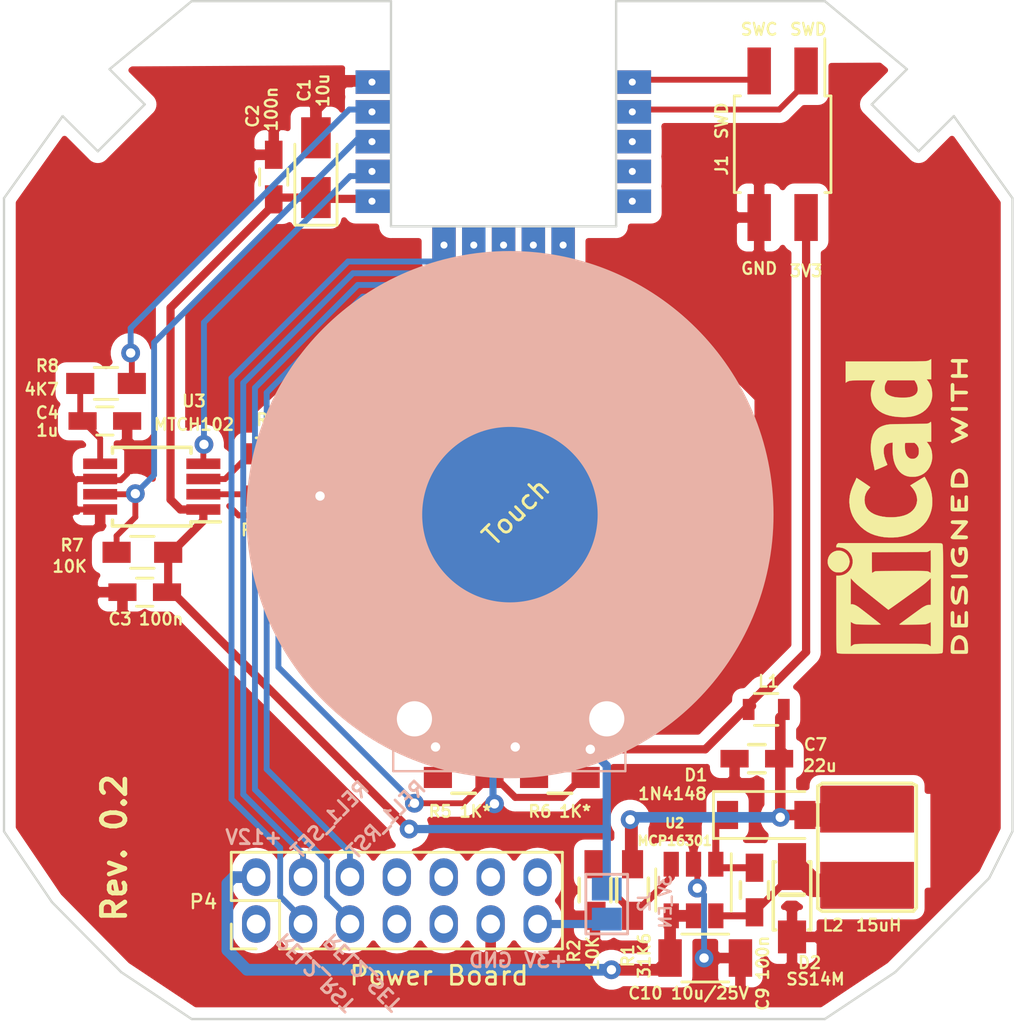
<source format=kicad_pcb>
(kicad_pcb (version 20171130) (host pcbnew 5.0.0-rc2-be01b52~65~ubuntu16.04.1)

  (general
    (thickness 1.6)
    (drawings 36)
    (tracks 212)
    (zones 0)
    (modules 32)
    (nets 29)
  )

  (page A4)
  (layers
    (0 F.Cu signal)
    (31 B.Cu signal)
    (32 B.Adhes user)
    (33 F.Adhes user)
    (34 B.Paste user)
    (35 F.Paste user)
    (36 B.SilkS user)
    (37 F.SilkS user)
    (38 B.Mask user)
    (39 F.Mask user)
    (40 Dwgs.User user hide)
    (41 Cmts.User user)
    (42 Eco1.User user)
    (43 Eco2.User user)
    (44 Edge.Cuts user)
    (45 Margin user)
    (46 B.CrtYd user)
    (47 F.CrtYd user)
    (48 B.Fab user)
    (49 F.Fab user)
  )

  (setup
    (last_trace_width 0.25)
    (trace_clearance 0.25)
    (zone_clearance 0.45)
    (zone_45_only no)
    (trace_min 0.25)
    (segment_width 0.2)
    (edge_width 0.1)
    (via_size 0.8)
    (via_drill 0.4)
    (via_min_size 0.4)
    (via_min_drill 0.3)
    (uvia_size 0.3)
    (uvia_drill 0.1)
    (uvias_allowed no)
    (uvia_min_size 0.2)
    (uvia_min_drill 0.1)
    (pcb_text_width 0.3)
    (pcb_text_size 1.5 1.5)
    (mod_edge_width 0.15)
    (mod_text_size 0.5 0.5)
    (mod_text_width 0.1)
    (pad_size 1.5 1.5)
    (pad_drill 0.6)
    (pad_to_mask_clearance 0)
    (aux_axis_origin 0 0)
    (visible_elements 7FFFFF7F)
    (pcbplotparams
      (layerselection 0x010fc_ffffffff)
      (usegerberextensions true)
      (usegerberattributes false)
      (usegerberadvancedattributes false)
      (creategerberjobfile false)
      (excludeedgelayer true)
      (linewidth 0.100000)
      (plotframeref false)
      (viasonmask false)
      (mode 1)
      (useauxorigin false)
      (hpglpennumber 1)
      (hpglpenspeed 20)
      (hpglpendiameter 15)
      (psnegative false)
      (psa4output false)
      (plotreference true)
      (plotvalue true)
      (plotinvisibletext false)
      (padsonsilk false)
      (subtractmaskfromsilk true)
      (outputformat 1)
      (mirror false)
      (drillshape 0)
      (scaleselection 1)
      (outputdirectory gerber/))
  )

  (net 0 "")
  (net 1 +3V3)
  (net 2 GND)
  (net 3 "Net-(C7-Pad1)")
  (net 4 "Net-(C9-Pad2)")
  (net 5 "Net-(C9-Pad1)")
  (net 6 /12Vcc)
  (net 7 "Net-(D5-Pad1)")
  (net 8 "Net-(D6-Pad2)")
  (net 9 /TS1)
  (net 10 /S1_LEDs)
  (net 11 "Net-(R1-Pad1)")
  (net 12 /Relay2_Reset)
  (net 13 /Relay1_Reset)
  (net 14 /Relay2_Set)
  (net 15 /Relay1_Set)
  (net 16 /SWCLK)
  (net 17 /SWDIO)
  (net 18 "Net-(C4-Pad1)")
  (net 19 "Net-(R3-Pad1)")
  (net 20 "Net-(R3-Pad2)")
  (net 21 "Net-(R4-Pad2)")
  (net 22 "Net-(R4-Pad1)")
  (net 23 /MTSA)
  (net 24 /MTPM)
  (net 25 "Net-(J2-Pad2)")
  (net 26 "Net-(U5-Pad11)")
  (net 27 "Net-(U5-Pad12)")
  (net 28 "Net-(U5-Pad13)")

  (net_class Default "This is the default net class."
    (clearance 0.25)
    (trace_width 0.25)
    (via_dia 0.8)
    (via_drill 0.4)
    (uvia_dia 0.3)
    (uvia_drill 0.1)
    (add_net +3V3)
    (add_net /12Vcc)
    (add_net /MTPM)
    (add_net /MTSA)
    (add_net /Relay1_Reset)
    (add_net /Relay1_Set)
    (add_net /Relay2_Reset)
    (add_net /Relay2_Set)
    (add_net /S1_LEDs)
    (add_net /SWCLK)
    (add_net /SWDIO)
    (add_net /TS1)
    (add_net GND)
    (add_net "Net-(C4-Pad1)")
    (add_net "Net-(C7-Pad1)")
    (add_net "Net-(C9-Pad1)")
    (add_net "Net-(C9-Pad2)")
    (add_net "Net-(D5-Pad1)")
    (add_net "Net-(D6-Pad2)")
    (add_net "Net-(J2-Pad2)")
    (add_net "Net-(R1-Pad1)")
    (add_net "Net-(R3-Pad1)")
    (add_net "Net-(R3-Pad2)")
    (add_net "Net-(R4-Pad1)")
    (add_net "Net-(R4-Pad2)")
    (add_net "Net-(U5-Pad11)")
    (add_net "Net-(U5-Pad12)")
    (add_net "Net-(U5-Pad13)")
  )

  (module myfootprints:Holyiot-NRF52832 (layer B.Cu) (tedit 5B1901FD) (tstamp 5B0C4249)
    (at 142.14 75.15 180)
    (path /5B0A5843)
    (fp_text reference U5 (at 0.4 0.5615 180) (layer B.SilkS) hide
      (effects (font (size 0.8 0.8) (thickness 0.15)) (justify mirror))
    )
    (fp_text value H_NRF52832 (at 0.4 -0.4385 180) (layer B.SilkS) hide
      (effects (font (size 0.8 0.8) (thickness 0.15)) (justify mirror))
    )
    (fp_line (start -4.8 -4.625) (end 4.7 -4.625) (layer Dwgs.User) (width 0.15))
    (fp_line (start -4.8 4.625) (end -4.8 -4.625) (layer Dwgs.User) (width 0.15))
    (fp_line (start 4.7 -4.625) (end 4.7 4.625) (layer Dwgs.User) (width 0.15))
    (fp_line (start -4.800032 4.625) (end 4.7 4.625) (layer Dwgs.User) (width 0.15))
    (fp_line (start -1.7 4.2) (end 1.70147 4.2) (layer Dwgs.User) (width 0.15))
    (fp_line (start -1.70147 2.7) (end 1.7 2.7) (layer Dwgs.User) (width 0.15))
    (fp_line (start -1.7 2.7) (end -1.7 4.2) (layer Dwgs.User) (width 0.15))
    (fp_line (start 1.7 2.7) (end 1.7 4.2) (layer Dwgs.User) (width 0.15))
    (fp_text user ANT (at 0.1 3.4 180) (layer Dwgs.User)
      (effects (font (size 1 1) (thickness 0.15)))
    )
    (pad 11 thru_hole circle (at -5.55 -3.58 180) (size 0.6 0.6) (drill 0.3) (layers *.Cu *.Mask)
      (net 26 "Net-(U5-Pad11)"))
    (pad 12 thru_hole circle (at -5.55 -2.31 180) (size 0.6 0.6) (drill 0.3) (layers *.Cu *.Mask)
      (net 27 "Net-(U5-Pad12)"))
    (pad 13 thru_hole circle (at -5.55 -1.04 180) (size 0.6 0.6) (drill 0.3) (layers *.Cu *.Mask)
      (net 28 "Net-(U5-Pad13)"))
    (pad 14 thru_hole circle (at -5.55 0.23 180) (size 0.6 0.6) (drill 0.3) (layers *.Cu *.Mask)
      (net 17 /SWDIO))
    (pad 11 smd rect (at -5.6 -3.58 180) (size 1.5 1) (layers F.Cu F.Paste F.Mask)
      (net 26 "Net-(U5-Pad11)"))
    (pad 12 smd rect (at -5.6 -2.31 180) (size 1.5 1) (layers F.Cu F.Paste F.Mask)
      (net 27 "Net-(U5-Pad12)"))
    (pad 13 smd rect (at -5.6 -1.04 180) (size 1.5 1) (layers F.Cu F.Paste F.Mask)
      (net 28 "Net-(U5-Pad13)"))
    (pad 14 smd rect (at -5.6 0.23 180) (size 1.5 1) (layers F.Cu F.Paste F.Mask)
      (net 17 /SWDIO))
    (pad 15 smd rect (at -5.6 1.5 180) (size 1.5 1) (layers F.Cu F.Paste F.Mask)
      (net 16 /SWCLK))
    (pad 15 thru_hole circle (at -5.55 1.5 180) (size 0.6 0.6) (drill 0.3) (layers *.Cu *.Mask)
      (net 16 /SWCLK))
    (pad 6 thru_hole circle (at 2.48 -5.45 180) (size 0.6 0.6) (drill 0.3) (layers *.Cu *.Mask)
      (net 12 /Relay2_Reset))
    (pad 7 thru_hole circle (at 1.21 -5.45 180) (size 0.6 0.6) (drill 0.3) (layers *.Cu *.Mask)
      (net 15 /Relay1_Set))
    (pad 8 thru_hole circle (at -0.06 -5.45 180) (size 0.6 0.6) (drill 0.3) (layers *.Cu *.Mask)
      (net 14 /Relay2_Set))
    (pad 9 thru_hole circle (at -1.33 -5.45 180) (size 0.6 0.6) (drill 0.3) (layers *.Cu *.Mask)
      (net 13 /Relay1_Reset))
    (pad 10 thru_hole circle (at -2.6 -5.45 180) (size 0.6 0.6) (drill 0.3) (layers *.Cu *.Mask)
      (net 10 /S1_LEDs))
    (pad 6 smd rect (at 2.48 -5.4 90) (size 1.5 1) (layers F.Cu F.Paste F.Mask)
      (net 12 /Relay2_Reset))
    (pad 7 smd rect (at 1.21 -5.4 90) (size 1.5 1) (layers F.Cu F.Paste F.Mask)
      (net 15 /Relay1_Set))
    (pad 8 smd rect (at -0.06 -5.4 90) (size 1.5 1) (layers F.Cu F.Paste F.Mask)
      (net 14 /Relay2_Set))
    (pad 9 smd rect (at -1.33 -5.4 90) (size 1.5 1) (layers F.Cu F.Paste F.Mask)
      (net 13 /Relay1_Reset))
    (pad 10 smd rect (at -2.6 -5.4 90) (size 1.5 1) (layers F.Cu F.Paste F.Mask)
      (net 10 /S1_LEDs))
    (pad 5 thru_hole circle (at 5.55 -3.58 180) (size 0.6 0.6) (drill 0.3) (layers *.Cu *.Mask)
      (net 1 +3V3))
    (pad 4 thru_hole circle (at 5.55 -2.31 180) (size 0.6 0.6) (drill 0.3) (layers *.Cu *.Mask)
      (net 24 /MTPM))
    (pad 3 thru_hole circle (at 5.55 -1.04 180) (size 0.6 0.6) (drill 0.3) (layers *.Cu *.Mask)
      (net 9 /TS1))
    (pad 2 thru_hole circle (at 5.55 0.23 180) (size 0.6 0.6) (drill 0.3) (layers *.Cu *.Mask)
      (net 23 /MTSA))
    (pad 1 smd rect (at 5.5 1.5 180) (size 1.5 1) (layers B.Cu B.Paste B.Mask)
      (net 2 GND))
    (pad 2 smd rect (at 5.5 0.23 180) (size 1.5 1) (layers B.Cu B.Paste B.Mask)
      (net 23 /MTSA))
    (pad 3 smd rect (at 5.5 -1.04 180) (size 1.5 1) (layers B.Cu B.Paste B.Mask)
      (net 9 /TS1))
    (pad 4 smd rect (at 5.5 -2.31 180) (size 1.5 1) (layers B.Cu B.Paste B.Mask)
      (net 24 /MTPM))
    (pad 5 smd rect (at 5.5 -3.58 180) (size 1.5 1) (layers B.Cu B.Paste B.Mask)
      (net 1 +3V3))
    (pad 10 smd rect (at -2.6 -5.4 90) (size 1.5 1) (layers B.Cu B.Paste B.Mask)
      (net 10 /S1_LEDs))
    (pad 9 smd rect (at -1.33 -5.4 90) (size 1.5 1) (layers B.Cu B.Paste B.Mask)
      (net 13 /Relay1_Reset))
    (pad 8 smd rect (at -0.06 -5.4 90) (size 1.5 1) (layers B.Cu B.Paste B.Mask)
      (net 14 /Relay2_Set))
    (pad 7 smd rect (at 1.21 -5.4 90) (size 1.5 1) (layers B.Cu B.Paste B.Mask)
      (net 15 /Relay1_Set))
    (pad 6 smd rect (at 2.48 -5.4 90) (size 1.5 1) (layers B.Cu B.Paste B.Mask)
      (net 12 /Relay2_Reset))
    (pad 14 smd rect (at -5.6 0.23 180) (size 1.5 1) (layers B.Cu B.Paste B.Mask)
      (net 17 /SWDIO))
    (pad 12 smd rect (at -5.6 -2.31 180) (size 1.5 1) (layers B.Cu B.Paste B.Mask)
      (net 27 "Net-(U5-Pad12)"))
    (pad 13 smd rect (at -5.6 -1.04 180) (size 1.5 1) (layers B.Cu B.Paste B.Mask)
      (net 28 "Net-(U5-Pad13)"))
    (pad 11 smd rect (at -5.6 -3.58 180) (size 1.5 1) (layers B.Cu B.Paste B.Mask)
      (net 26 "Net-(U5-Pad11)"))
    (pad 15 smd rect (at -5.6 1.5 180) (size 1.5 1) (layers B.Cu B.Paste B.Mask)
      (net 16 /SWCLK))
    (pad 1 smd rect (at 5.5 1.5 180) (size 1.5 1) (layers F.Cu F.Paste F.Mask)
      (net 2 GND))
    (pad 2 smd rect (at 5.5 0.23 180) (size 1.5 1) (layers F.Cu F.Paste F.Mask)
      (net 23 /MTSA))
    (pad 3 smd rect (at 5.5 -1.04 180) (size 1.5 1) (layers F.Cu F.Paste F.Mask)
      (net 9 /TS1))
    (pad 4 smd rect (at 5.5 -2.31 180) (size 1.5 1) (layers F.Cu F.Paste F.Mask)
      (net 24 /MTPM))
    (pad 5 smd rect (at 5.5 -3.58 180) (size 1.5 1) (layers F.Cu F.Paste F.Mask)
      (net 1 +3V3))
    (pad 1 thru_hole circle (at 5.55 1.5 180) (size 0.6 0.6) (drill 0.3) (layers *.Cu *.Mask)
      (net 2 GND))
    (model ${KIPRJMOD}/shapes3D/Holyiot_TinyBLE_nRF52832.stp
      (offset (xyz -4.729999928962528 -4.749999928662157 -1.299999980475959))
      (scale (xyz 1 1 1))
      (rotate (xyz 0 0 0))
    )
  )

  (module Pin_Headers:Pin_Header_Straight_2x07_Pitch2.00mm locked (layer F.Cu) (tedit 59E523B5) (tstamp 590C399A)
    (at 131.65 109.55 90)
    (descr "Through hole straight pin header, 2x07, 2.00mm pitch, double rows")
    (tags "Through hole pin header THT 2x07 2.00mm double row")
    (path /586CF0D6)
    (fp_text reference P4 (at 0.95 -2.25 180) (layer F.SilkS)
      (effects (font (size 0.6 0.6) (thickness 0.1)))
    )
    (fp_text value "Power Board" (at -2.2 7.8 180) (layer F.SilkS)
      (effects (font (size 0.8 0.8) (thickness 0.12)))
    )
    (fp_text user %R (at 1 -2.06 90) (layer F.Fab) hide
      (effects (font (size 1 1) (thickness 0.15)))
    )
    (fp_line (start 3.5 -1.5) (end -1.5 -1.5) (layer F.CrtYd) (width 0.05))
    (fp_line (start 3.5 13.5) (end 3.5 -1.5) (layer F.CrtYd) (width 0.05))
    (fp_line (start -1.5 13.5) (end 3.5 13.5) (layer F.CrtYd) (width 0.05))
    (fp_line (start -1.5 -1.5) (end -1.5 13.5) (layer F.CrtYd) (width 0.05))
    (fp_line (start -1.06 -1.06) (end 0 -1.06) (layer F.SilkS) (width 0.12))
    (fp_line (start -1.06 0) (end -1.06 -1.06) (layer F.SilkS) (width 0.12))
    (fp_line (start 1 1) (end -1.06 1) (layer F.SilkS) (width 0.12))
    (fp_line (start 1 -1.06) (end 1 1) (layer F.SilkS) (width 0.12))
    (fp_line (start 3.06 -1.06) (end 1 -1.06) (layer F.SilkS) (width 0.12))
    (fp_line (start 3.06 13.06) (end 3.06 -1.06) (layer F.SilkS) (width 0.12))
    (fp_line (start -1.06 13.06) (end 3.06 13.06) (layer F.SilkS) (width 0.12))
    (fp_line (start -1.06 1) (end -1.06 13.06) (layer F.SilkS) (width 0.12))
    (fp_line (start 3 -1) (end -1 -1) (layer F.Fab) (width 0.1))
    (fp_line (start 3 13) (end 3 -1) (layer F.Fab) (width 0.1))
    (fp_line (start -1 13) (end 3 13) (layer F.Fab) (width 0.1))
    (fp_line (start -1 -1) (end -1 13) (layer F.Fab) (width 0.1))
    (pad 14 thru_hole oval (at 2 12 90) (size 1.6 1.2) (drill 0.8) (layers *.Cu *.Mask))
    (pad 13 thru_hole oval (at 0 12 90) (size 1.6 1.2) (drill 0.8) (layers *.Cu *.Mask)
      (net 25 "Net-(J2-Pad2)"))
    (pad 12 thru_hole oval (at 2 10 90) (size 1.6 1.2) (drill 0.8) (layers *.Cu *.Mask))
    (pad 11 thru_hole oval (at 0 10 90) (size 1.6 1.2) (drill 0.8) (layers *.Cu *.Mask)
      (net 2 GND))
    (pad 10 thru_hole oval (at 2 8 90) (size 1.6 1.2) (drill 0.8) (layers *.Cu *.Mask))
    (pad 9 thru_hole oval (at 0 8 90) (size 1.6 1.2) (drill 0.8) (layers *.Cu *.Mask))
    (pad 8 thru_hole oval (at 2 6 90) (size 1.6 1.2) (drill 0.8) (layers *.Cu *.Mask))
    (pad 7 thru_hole oval (at 0 6 90) (size 1.6 1.2) (drill 0.8) (layers *.Cu *.Mask))
    (pad 6 thru_hole oval (at 2 4 90) (size 1.6 1.2) (drill 0.8) (layers *.Cu *.Mask)
      (net 13 /Relay1_Reset))
    (pad 5 thru_hole oval (at 0 4 90) (size 1.6 1.2) (drill 0.8) (layers *.Cu *.Mask)
      (net 14 /Relay2_Set))
    (pad 4 thru_hole oval (at 2 2 90) (size 1.6 1.2) (drill 0.8) (layers *.Cu *.Mask)
      (net 15 /Relay1_Set))
    (pad 3 thru_hole oval (at 0 2 90) (size 1.6 1.2) (drill 0.8) (layers *.Cu *.Mask)
      (net 12 /Relay2_Reset))
    (pad 2 thru_hole oval (at 2 0 90) (size 1.6 1.2) (drill 0.8) (layers *.Cu *.Mask)
      (net 6 /12Vcc))
    (pad 1 thru_hole oval (at 0 0 90) (size 1.6 1.2) (drill 0.8) (layers *.Cu *.Mask))
    (model ${KIPRJMOD}/shapes3D/female_header_2row_14pins_2mm.stp
      (at (xyz 0 0 0))
      (scale (xyz 1 1 1))
      (rotate (xyz 0 0 0))
    )
  )

  (module Symbols:KiCad-Logo2_6mm_SilkScreen locked (layer F.Cu) (tedit 0) (tstamp 59E51ABA)
    (at 159 91.75 90)
    (descr "KiCad Logo")
    (tags "Logo KiCad")
    (attr virtual)
    (fp_text reference REF*** (at 0 0 90) (layer F.SilkS) hide
      (effects (font (size 1 1) (thickness 0.15)))
    )
    (fp_text value KiCad-Logo2_6mm_SilkScreen (at 0.75 0 90) (layer F.Fab) hide
      (effects (font (size 1 1) (thickness 0.15)))
    )
    (fp_poly (pts (xy -6.121371 2.269066) (xy -6.081889 2.269467) (xy -5.9662 2.272259) (xy -5.869311 2.28055)
      (xy -5.787919 2.295232) (xy -5.718723 2.317193) (xy -5.65842 2.347322) (xy -5.603708 2.38651)
      (xy -5.584167 2.403532) (xy -5.55175 2.443363) (xy -5.52252 2.497413) (xy -5.499991 2.557323)
      (xy -5.487679 2.614739) (xy -5.4864 2.635956) (xy -5.494417 2.694769) (xy -5.515899 2.759013)
      (xy -5.546999 2.819821) (xy -5.583866 2.86833) (xy -5.589854 2.874182) (xy -5.640579 2.915321)
      (xy -5.696125 2.947435) (xy -5.759696 2.971365) (xy -5.834494 2.987953) (xy -5.923722 2.998041)
      (xy -6.030582 3.002469) (xy -6.079528 3.002845) (xy -6.141762 3.002545) (xy -6.185528 3.001292)
      (xy -6.214931 2.998554) (xy -6.234079 2.993801) (xy -6.247077 2.986501) (xy -6.254045 2.980267)
      (xy -6.260626 2.972694) (xy -6.265788 2.962924) (xy -6.269703 2.94834) (xy -6.272543 2.926326)
      (xy -6.27448 2.894264) (xy -6.275684 2.849536) (xy -6.276328 2.789526) (xy -6.276583 2.711617)
      (xy -6.276622 2.635956) (xy -6.27687 2.535041) (xy -6.276817 2.454427) (xy -6.275857 2.415822)
      (xy -6.129867 2.415822) (xy -6.129867 2.856089) (xy -6.036734 2.856004) (xy -5.980693 2.854396)
      (xy -5.921999 2.850256) (xy -5.873028 2.844464) (xy -5.871538 2.844226) (xy -5.792392 2.82509)
      (xy -5.731002 2.795287) (xy -5.684305 2.752878) (xy -5.654635 2.706961) (xy -5.636353 2.656026)
      (xy -5.637771 2.6082) (xy -5.658988 2.556933) (xy -5.700489 2.503899) (xy -5.757998 2.4646)
      (xy -5.83275 2.438331) (xy -5.882708 2.429035) (xy -5.939416 2.422507) (xy -5.999519 2.417782)
      (xy -6.050639 2.415817) (xy -6.053667 2.415808) (xy -6.129867 2.415822) (xy -6.275857 2.415822)
      (xy -6.27526 2.391851) (xy -6.270998 2.345055) (xy -6.26283 2.311778) (xy -6.249556 2.289759)
      (xy -6.229974 2.276739) (xy -6.202883 2.270457) (xy -6.167082 2.268653) (xy -6.121371 2.269066)) (layer F.SilkS) (width 0.01))
    (fp_poly (pts (xy -4.712794 2.269146) (xy -4.643386 2.269518) (xy -4.590997 2.270385) (xy -4.552847 2.271946)
      (xy -4.526159 2.274403) (xy -4.508153 2.277957) (xy -4.496049 2.28281) (xy -4.487069 2.289161)
      (xy -4.483818 2.292084) (xy -4.464043 2.323142) (xy -4.460482 2.358828) (xy -4.473491 2.39051)
      (xy -4.479506 2.396913) (xy -4.489235 2.403121) (xy -4.504901 2.40791) (xy -4.529408 2.411514)
      (xy -4.565661 2.414164) (xy -4.616565 2.416095) (xy -4.685026 2.417539) (xy -4.747617 2.418418)
      (xy -4.995334 2.421467) (xy -4.998719 2.486378) (xy -5.002105 2.551289) (xy -4.833958 2.551289)
      (xy -4.760959 2.551919) (xy -4.707517 2.554553) (xy -4.670628 2.560309) (xy -4.647288 2.570304)
      (xy -4.634494 2.585656) (xy -4.629242 2.607482) (xy -4.628445 2.627738) (xy -4.630923 2.652592)
      (xy -4.640277 2.670906) (xy -4.659383 2.683637) (xy -4.691118 2.691741) (xy -4.738359 2.696176)
      (xy -4.803983 2.697899) (xy -4.839801 2.698045) (xy -5.000978 2.698045) (xy -5.000978 2.856089)
      (xy -4.752622 2.856089) (xy -4.671213 2.856202) (xy -4.609342 2.856712) (xy -4.563968 2.85787)
      (xy -4.532054 2.85993) (xy -4.510559 2.863146) (xy -4.496443 2.867772) (xy -4.486668 2.874059)
      (xy -4.481689 2.878667) (xy -4.46461 2.90556) (xy -4.459111 2.929467) (xy -4.466963 2.958667)
      (xy -4.481689 2.980267) (xy -4.489546 2.987066) (xy -4.499688 2.992346) (xy -4.514844 2.996298)
      (xy -4.537741 2.999113) (xy -4.571109 3.000982) (xy -4.617675 3.002098) (xy -4.680167 3.002651)
      (xy -4.761314 3.002833) (xy -4.803422 3.002845) (xy -4.893598 3.002765) (xy -4.963924 3.002398)
      (xy -5.017129 3.001552) (xy -5.05594 3.000036) (xy -5.083087 2.997659) (xy -5.101298 2.994229)
      (xy -5.1133 2.989554) (xy -5.121822 2.983444) (xy -5.125156 2.980267) (xy -5.131755 2.97267)
      (xy -5.136927 2.96287) (xy -5.140846 2.948239) (xy -5.143684 2.926152) (xy -5.145615 2.893982)
      (xy -5.146812 2.849103) (xy -5.147448 2.788889) (xy -5.147697 2.710713) (xy -5.147734 2.637923)
      (xy -5.1477 2.544707) (xy -5.147465 2.471431) (xy -5.14683 2.415458) (xy -5.145594 2.374151)
      (xy -5.143556 2.344872) (xy -5.140517 2.324984) (xy -5.136277 2.31185) (xy -5.130635 2.302832)
      (xy -5.123391 2.295293) (xy -5.121606 2.293612) (xy -5.112945 2.286172) (xy -5.102882 2.280409)
      (xy -5.088625 2.276112) (xy -5.067383 2.273064) (xy -5.036364 2.271051) (xy -4.992777 2.26986)
      (xy -4.933831 2.269275) (xy -4.856734 2.269083) (xy -4.802001 2.269067) (xy -4.712794 2.269146)) (layer F.SilkS) (width 0.01))
    (fp_poly (pts (xy -3.691703 2.270351) (xy -3.616888 2.275581) (xy -3.547306 2.28375) (xy -3.487002 2.29455)
      (xy -3.44002 2.307673) (xy -3.410406 2.322813) (xy -3.40586 2.327269) (xy -3.390054 2.36185)
      (xy -3.394847 2.397351) (xy -3.419364 2.427725) (xy -3.420534 2.428596) (xy -3.434954 2.437954)
      (xy -3.450008 2.442876) (xy -3.471005 2.443473) (xy -3.503257 2.439861) (xy -3.552073 2.432154)
      (xy -3.556 2.431505) (xy -3.628739 2.422569) (xy -3.707217 2.418161) (xy -3.785927 2.418119)
      (xy -3.859361 2.422279) (xy -3.922011 2.430479) (xy -3.96837 2.442557) (xy -3.971416 2.443771)
      (xy -4.005048 2.462615) (xy -4.016864 2.481685) (xy -4.007614 2.500439) (xy -3.978047 2.518337)
      (xy -3.928911 2.534837) (xy -3.860957 2.549396) (xy -3.815645 2.556406) (xy -3.721456 2.569889)
      (xy -3.646544 2.582214) (xy -3.587717 2.594449) (xy -3.541785 2.607661) (xy -3.505555 2.622917)
      (xy -3.475838 2.641285) (xy -3.449442 2.663831) (xy -3.42823 2.685971) (xy -3.403065 2.716819)
      (xy -3.390681 2.743345) (xy -3.386808 2.776026) (xy -3.386667 2.787995) (xy -3.389576 2.827712)
      (xy -3.401202 2.857259) (xy -3.421323 2.883486) (xy -3.462216 2.923576) (xy -3.507817 2.954149)
      (xy -3.561513 2.976203) (xy -3.626692 2.990735) (xy -3.706744 2.998741) (xy -3.805057 3.001218)
      (xy -3.821289 3.001177) (xy -3.886849 2.999818) (xy -3.951866 2.99673) (xy -4.009252 2.992356)
      (xy -4.051922 2.98714) (xy -4.055372 2.986541) (xy -4.097796 2.976491) (xy -4.13378 2.963796)
      (xy -4.15415 2.95219) (xy -4.173107 2.921572) (xy -4.174427 2.885918) (xy -4.158085 2.854144)
      (xy -4.154429 2.850551) (xy -4.139315 2.839876) (xy -4.120415 2.835276) (xy -4.091162 2.836059)
      (xy -4.055651 2.840127) (xy -4.01597 2.843762) (xy -3.960345 2.846828) (xy -3.895406 2.849053)
      (xy -3.827785 2.850164) (xy -3.81 2.850237) (xy -3.742128 2.849964) (xy -3.692454 2.848646)
      (xy -3.65661 2.845827) (xy -3.630224 2.84105) (xy -3.608926 2.833857) (xy -3.596126 2.827867)
      (xy -3.568 2.811233) (xy -3.550068 2.796168) (xy -3.547447 2.791897) (xy -3.552976 2.774263)
      (xy -3.57926 2.757192) (xy -3.624478 2.741458) (xy -3.686808 2.727838) (xy -3.705171 2.724804)
      (xy -3.80109 2.709738) (xy -3.877641 2.697146) (xy -3.93778 2.686111) (xy -3.98446 2.67572)
      (xy -4.020637 2.665056) (xy -4.049265 2.653205) (xy -4.073298 2.639251) (xy -4.095692 2.622281)
      (xy -4.119402 2.601378) (xy -4.12738 2.594049) (xy -4.155353 2.566699) (xy -4.17016 2.545029)
      (xy -4.175952 2.520232) (xy -4.176889 2.488983) (xy -4.166575 2.427705) (xy -4.135752 2.37564)
      (xy -4.084595 2.332958) (xy -4.013283 2.299825) (xy -3.9624 2.284964) (xy -3.9071 2.275366)
      (xy -3.840853 2.269936) (xy -3.767706 2.268367) (xy -3.691703 2.270351)) (layer F.SilkS) (width 0.01))
    (fp_poly (pts (xy -2.923822 2.291645) (xy -2.917242 2.299218) (xy -2.912079 2.308987) (xy -2.908164 2.323571)
      (xy -2.905324 2.345585) (xy -2.903387 2.377648) (xy -2.902183 2.422375) (xy -2.901539 2.482385)
      (xy -2.901284 2.560294) (xy -2.901245 2.635956) (xy -2.901314 2.729802) (xy -2.901638 2.803689)
      (xy -2.902386 2.860232) (xy -2.903732 2.902049) (xy -2.905846 2.931757) (xy -2.9089 2.951973)
      (xy -2.913066 2.965314) (xy -2.918516 2.974398) (xy -2.923822 2.980267) (xy -2.956826 2.999947)
      (xy -2.991991 2.998181) (xy -3.023455 2.976717) (xy -3.030684 2.968337) (xy -3.036334 2.958614)
      (xy -3.040599 2.944861) (xy -3.043673 2.924389) (xy -3.045752 2.894512) (xy -3.04703 2.852541)
      (xy -3.047701 2.795789) (xy -3.047959 2.721567) (xy -3.048 2.637537) (xy -3.048 2.324485)
      (xy -3.020291 2.296776) (xy -2.986137 2.273463) (xy -2.953006 2.272623) (xy -2.923822 2.291645)) (layer F.SilkS) (width 0.01))
    (fp_poly (pts (xy -1.950081 2.274599) (xy -1.881565 2.286095) (xy -1.828943 2.303967) (xy -1.794708 2.327499)
      (xy -1.785379 2.340924) (xy -1.775893 2.372148) (xy -1.782277 2.400395) (xy -1.80243 2.427182)
      (xy -1.833745 2.439713) (xy -1.879183 2.438696) (xy -1.914326 2.431906) (xy -1.992419 2.418971)
      (xy -2.072226 2.417742) (xy -2.161555 2.428241) (xy -2.186229 2.43269) (xy -2.269291 2.456108)
      (xy -2.334273 2.490945) (xy -2.380461 2.536604) (xy -2.407145 2.592494) (xy -2.412663 2.621388)
      (xy -2.409051 2.680012) (xy -2.385729 2.731879) (xy -2.344824 2.775978) (xy -2.288459 2.811299)
      (xy -2.21876 2.836829) (xy -2.137852 2.851559) (xy -2.04786 2.854478) (xy -1.95091 2.844575)
      (xy -1.945436 2.843641) (xy -1.906875 2.836459) (xy -1.885494 2.829521) (xy -1.876227 2.819227)
      (xy -1.874006 2.801976) (xy -1.873956 2.792841) (xy -1.873956 2.754489) (xy -1.942431 2.754489)
      (xy -2.0029 2.750347) (xy -2.044165 2.737147) (xy -2.068175 2.71373) (xy -2.076877 2.678936)
      (xy -2.076983 2.674394) (xy -2.071892 2.644654) (xy -2.054433 2.623419) (xy -2.021939 2.609366)
      (xy -1.971743 2.601173) (xy -1.923123 2.598161) (xy -1.852456 2.596433) (xy -1.801198 2.59907)
      (xy -1.766239 2.6088) (xy -1.74447 2.628353) (xy -1.73278 2.660456) (xy -1.72806 2.707838)
      (xy -1.7272 2.770071) (xy -1.728609 2.839535) (xy -1.732848 2.886786) (xy -1.739936 2.912012)
      (xy -1.741311 2.913988) (xy -1.780228 2.945508) (xy -1.837286 2.97047) (xy -1.908869 2.98834)
      (xy -1.991358 2.998586) (xy -2.081139 3.000673) (xy -2.174592 2.994068) (xy -2.229556 2.985956)
      (xy -2.315766 2.961554) (xy -2.395892 2.921662) (xy -2.462977 2.869887) (xy -2.473173 2.859539)
      (xy -2.506302 2.816035) (xy -2.536194 2.762118) (xy -2.559357 2.705592) (xy -2.572298 2.654259)
      (xy -2.573858 2.634544) (xy -2.567218 2.593419) (xy -2.549568 2.542252) (xy -2.524297 2.488394)
      (xy -2.494789 2.439195) (xy -2.468719 2.406334) (xy -2.407765 2.357452) (xy -2.328969 2.318545)
      (xy -2.235157 2.290494) (xy -2.12915 2.274179) (xy -2.032 2.270192) (xy -1.950081 2.274599)) (layer F.SilkS) (width 0.01))
    (fp_poly (pts (xy -1.300114 2.273448) (xy -1.276548 2.287273) (xy -1.245735 2.309881) (xy -1.206078 2.342338)
      (xy -1.15598 2.385708) (xy -1.093843 2.441058) (xy -1.018072 2.509451) (xy -0.931334 2.588084)
      (xy -0.750711 2.751878) (xy -0.745067 2.532029) (xy -0.743029 2.456351) (xy -0.741063 2.399994)
      (xy -0.738734 2.359706) (xy -0.735606 2.332235) (xy -0.731245 2.314329) (xy -0.725216 2.302737)
      (xy -0.717084 2.294208) (xy -0.712772 2.290623) (xy -0.678241 2.27167) (xy -0.645383 2.274441)
      (xy -0.619318 2.290633) (xy -0.592667 2.312199) (xy -0.589352 2.627151) (xy -0.588435 2.719779)
      (xy -0.587968 2.792544) (xy -0.588113 2.848161) (xy -0.589032 2.889342) (xy -0.590887 2.918803)
      (xy -0.593839 2.939255) (xy -0.59805 2.953413) (xy -0.603682 2.963991) (xy -0.609927 2.972474)
      (xy -0.623439 2.988207) (xy -0.636883 2.998636) (xy -0.652124 3.002639) (xy -0.671026 2.999094)
      (xy -0.695455 2.986879) (xy -0.727273 2.964871) (xy -0.768348 2.931949) (xy -0.820542 2.886991)
      (xy -0.885722 2.828875) (xy -0.959556 2.762099) (xy -1.224845 2.521458) (xy -1.230489 2.740589)
      (xy -1.232531 2.816128) (xy -1.234502 2.872354) (xy -1.236839 2.912524) (xy -1.239981 2.939896)
      (xy -1.244364 2.957728) (xy -1.250424 2.969279) (xy -1.2586 2.977807) (xy -1.262784 2.981282)
      (xy -1.299765 3.000372) (xy -1.334708 2.997493) (xy -1.365136 2.9731) (xy -1.372097 2.963286)
      (xy -1.377523 2.951826) (xy -1.381603 2.935968) (xy -1.384529 2.912963) (xy -1.386492 2.880062)
      (xy -1.387683 2.834516) (xy -1.388292 2.773573) (xy -1.388511 2.694486) (xy -1.388534 2.635956)
      (xy -1.38846 2.544407) (xy -1.388113 2.472687) (xy -1.387301 2.418045) (xy -1.385833 2.377732)
      (xy -1.383519 2.348998) (xy -1.380167 2.329093) (xy -1.375588 2.315268) (xy -1.369589 2.304772)
      (xy -1.365136 2.298811) (xy -1.35385 2.284691) (xy -1.343301 2.274029) (xy -1.331893 2.267892)
      (xy -1.31803 2.267343) (xy -1.300114 2.273448)) (layer F.SilkS) (width 0.01))
    (fp_poly (pts (xy 0.230343 2.26926) (xy 0.306701 2.270174) (xy 0.365217 2.272311) (xy 0.408255 2.276175)
      (xy 0.438183 2.282267) (xy 0.457368 2.29109) (xy 0.468176 2.303146) (xy 0.472973 2.318939)
      (xy 0.474127 2.33897) (xy 0.474133 2.341335) (xy 0.473131 2.363992) (xy 0.468396 2.381503)
      (xy 0.457333 2.394574) (xy 0.437348 2.403913) (xy 0.405846 2.410227) (xy 0.360232 2.414222)
      (xy 0.297913 2.416606) (xy 0.216293 2.418086) (xy 0.191277 2.418414) (xy -0.0508 2.421467)
      (xy -0.054186 2.486378) (xy -0.057571 2.551289) (xy 0.110576 2.551289) (xy 0.176266 2.551531)
      (xy 0.223172 2.552556) (xy 0.255083 2.554811) (xy 0.275791 2.558742) (xy 0.289084 2.564798)
      (xy 0.298755 2.573424) (xy 0.298817 2.573493) (xy 0.316356 2.607112) (xy 0.315722 2.643448)
      (xy 0.297314 2.674423) (xy 0.293671 2.677607) (xy 0.280741 2.685812) (xy 0.263024 2.691521)
      (xy 0.23657 2.695162) (xy 0.197432 2.697167) (xy 0.141662 2.697964) (xy 0.105994 2.698045)
      (xy -0.056445 2.698045) (xy -0.056445 2.856089) (xy 0.190161 2.856089) (xy 0.27158 2.856231)
      (xy 0.33341 2.856814) (xy 0.378637 2.858068) (xy 0.410248 2.860227) (xy 0.431231 2.863523)
      (xy 0.444573 2.868189) (xy 0.453261 2.874457) (xy 0.45545 2.876733) (xy 0.471614 2.90828)
      (xy 0.472797 2.944168) (xy 0.459536 2.975285) (xy 0.449043 2.985271) (xy 0.438129 2.990769)
      (xy 0.421217 2.995022) (xy 0.395633 2.99818) (xy 0.358701 3.000392) (xy 0.307746 3.001806)
      (xy 0.240094 3.002572) (xy 0.153069 3.002838) (xy 0.133394 3.002845) (xy 0.044911 3.002787)
      (xy -0.023773 3.002467) (xy -0.075436 3.001667) (xy -0.112855 3.000167) (xy -0.13881 2.997749)
      (xy -0.156078 2.994194) (xy -0.167438 2.989282) (xy -0.175668 2.982795) (xy -0.180183 2.978138)
      (xy -0.186979 2.969889) (xy -0.192288 2.959669) (xy -0.196294 2.9448) (xy -0.199179 2.922602)
      (xy -0.201126 2.890393) (xy -0.202319 2.845496) (xy -0.202939 2.785228) (xy -0.203171 2.706911)
      (xy -0.2032 2.640994) (xy -0.203129 2.548628) (xy -0.202792 2.476117) (xy -0.202002 2.420737)
      (xy -0.200574 2.379765) (xy -0.198321 2.350478) (xy -0.195057 2.330153) (xy -0.190596 2.316066)
      (xy -0.184752 2.305495) (xy -0.179803 2.298811) (xy -0.156406 2.269067) (xy 0.133774 2.269067)
      (xy 0.230343 2.26926)) (layer F.SilkS) (width 0.01))
    (fp_poly (pts (xy 1.018309 2.269275) (xy 1.147288 2.273636) (xy 1.256991 2.286861) (xy 1.349226 2.309741)
      (xy 1.425802 2.34307) (xy 1.488527 2.387638) (xy 1.539212 2.444236) (xy 1.579663 2.513658)
      (xy 1.580459 2.515351) (xy 1.604601 2.577483) (xy 1.613203 2.632509) (xy 1.606231 2.687887)
      (xy 1.583654 2.751073) (xy 1.579372 2.760689) (xy 1.550172 2.816966) (xy 1.517356 2.860451)
      (xy 1.475002 2.897417) (xy 1.41719 2.934135) (xy 1.413831 2.936052) (xy 1.363504 2.960227)
      (xy 1.306621 2.978282) (xy 1.239527 2.990839) (xy 1.158565 2.998522) (xy 1.060082 3.001953)
      (xy 1.025286 3.002251) (xy 0.859594 3.002845) (xy 0.836197 2.9731) (xy 0.829257 2.963319)
      (xy 0.823842 2.951897) (xy 0.819765 2.936095) (xy 0.816837 2.913175) (xy 0.814867 2.880396)
      (xy 0.814225 2.856089) (xy 0.970844 2.856089) (xy 1.064726 2.856089) (xy 1.119664 2.854483)
      (xy 1.17606 2.850255) (xy 1.222345 2.844292) (xy 1.225139 2.84379) (xy 1.307348 2.821736)
      (xy 1.371114 2.7886) (xy 1.418452 2.742847) (xy 1.451382 2.682939) (xy 1.457108 2.667061)
      (xy 1.462721 2.642333) (xy 1.460291 2.617902) (xy 1.448467 2.5854) (xy 1.44134 2.569434)
      (xy 1.418 2.527006) (xy 1.38988 2.49724) (xy 1.35894 2.476511) (xy 1.296966 2.449537)
      (xy 1.217651 2.429998) (xy 1.125253 2.418746) (xy 1.058333 2.41627) (xy 0.970844 2.415822)
      (xy 0.970844 2.856089) (xy 0.814225 2.856089) (xy 0.813668 2.835021) (xy 0.81305 2.774311)
      (xy 0.812825 2.695526) (xy 0.8128 2.63392) (xy 0.8128 2.324485) (xy 0.840509 2.296776)
      (xy 0.852806 2.285544) (xy 0.866103 2.277853) (xy 0.884672 2.27304) (xy 0.912786 2.270446)
      (xy 0.954717 2.26941) (xy 1.014737 2.26927) (xy 1.018309 2.269275)) (layer F.SilkS) (width 0.01))
    (fp_poly (pts (xy 3.744665 2.271034) (xy 3.764255 2.278035) (xy 3.76501 2.278377) (xy 3.791613 2.298678)
      (xy 3.80627 2.319561) (xy 3.809138 2.329352) (xy 3.808996 2.342361) (xy 3.804961 2.360895)
      (xy 3.796146 2.387257) (xy 3.781669 2.423752) (xy 3.760645 2.472687) (xy 3.732188 2.536365)
      (xy 3.695415 2.617093) (xy 3.675175 2.661216) (xy 3.638625 2.739985) (xy 3.604315 2.812423)
      (xy 3.573552 2.87588) (xy 3.547648 2.927708) (xy 3.52791 2.965259) (xy 3.51565 2.985884)
      (xy 3.513224 2.988733) (xy 3.482183 3.001302) (xy 3.447121 2.999619) (xy 3.419 2.984332)
      (xy 3.417854 2.983089) (xy 3.406668 2.966154) (xy 3.387904 2.93317) (xy 3.363875 2.88838)
      (xy 3.336897 2.836032) (xy 3.327201 2.816742) (xy 3.254014 2.67015) (xy 3.17424 2.829393)
      (xy 3.145767 2.884415) (xy 3.11935 2.932132) (xy 3.097148 2.968893) (xy 3.081319 2.991044)
      (xy 3.075954 2.995741) (xy 3.034257 3.002102) (xy 2.999849 2.988733) (xy 2.989728 2.974446)
      (xy 2.972214 2.942692) (xy 2.948735 2.896597) (xy 2.92072 2.839285) (xy 2.889599 2.77388)
      (xy 2.856799 2.703507) (xy 2.82375 2.631291) (xy 2.791881 2.560355) (xy 2.762619 2.493825)
      (xy 2.737395 2.434826) (xy 2.717636 2.386481) (xy 2.704772 2.351915) (xy 2.700231 2.334253)
      (xy 2.700277 2.333613) (xy 2.711326 2.311388) (xy 2.73341 2.288753) (xy 2.73471 2.287768)
      (xy 2.761853 2.272425) (xy 2.786958 2.272574) (xy 2.796368 2.275466) (xy 2.807834 2.281718)
      (xy 2.82001 2.294014) (xy 2.834357 2.314908) (xy 2.852336 2.346949) (xy 2.875407 2.392688)
      (xy 2.90503 2.454677) (xy 2.931745 2.511898) (xy 2.96248 2.578226) (xy 2.990021 2.637874)
      (xy 3.012938 2.687725) (xy 3.029798 2.724664) (xy 3.039173 2.745573) (xy 3.04054 2.748845)
      (xy 3.046689 2.743497) (xy 3.060822 2.721109) (xy 3.081057 2.684946) (xy 3.105515 2.638277)
      (xy 3.115248 2.619022) (xy 3.148217 2.554004) (xy 3.173643 2.506654) (xy 3.193612 2.474219)
      (xy 3.21021 2.453946) (xy 3.225524 2.443082) (xy 3.24164 2.438875) (xy 3.252143 2.4384)
      (xy 3.27067 2.440042) (xy 3.286904 2.446831) (xy 3.303035 2.461566) (xy 3.321251 2.487044)
      (xy 3.343739 2.526061) (xy 3.372689 2.581414) (xy 3.388662 2.612903) (xy 3.41457 2.663087)
      (xy 3.437167 2.704704) (xy 3.454458 2.734242) (xy 3.46445 2.748189) (xy 3.465809 2.74877)
      (xy 3.472261 2.737793) (xy 3.486708 2.70929) (xy 3.507703 2.666244) (xy 3.533797 2.611638)
      (xy 3.563546 2.548454) (xy 3.57818 2.517071) (xy 3.61625 2.436078) (xy 3.646905 2.373756)
      (xy 3.671737 2.328071) (xy 3.692337 2.296989) (xy 3.710298 2.278478) (xy 3.72721 2.270504)
      (xy 3.744665 2.271034)) (layer F.SilkS) (width 0.01))
    (fp_poly (pts (xy 4.188614 2.275877) (xy 4.212327 2.290647) (xy 4.238978 2.312227) (xy 4.238978 2.633773)
      (xy 4.238893 2.72783) (xy 4.238529 2.801932) (xy 4.237724 2.858704) (xy 4.236313 2.900768)
      (xy 4.234133 2.930748) (xy 4.231021 2.951267) (xy 4.226814 2.964949) (xy 4.221348 2.974416)
      (xy 4.217472 2.979082) (xy 4.186034 2.999575) (xy 4.150233 2.998739) (xy 4.118873 2.981264)
      (xy 4.092222 2.959684) (xy 4.092222 2.312227) (xy 4.118873 2.290647) (xy 4.144594 2.274949)
      (xy 4.1656 2.269067) (xy 4.188614 2.275877)) (layer F.SilkS) (width 0.01))
    (fp_poly (pts (xy 4.963065 2.269163) (xy 5.041772 2.269542) (xy 5.102863 2.270333) (xy 5.148817 2.27167)
      (xy 5.182114 2.273683) (xy 5.205236 2.276506) (xy 5.220662 2.280269) (xy 5.230871 2.285105)
      (xy 5.235813 2.288822) (xy 5.261457 2.321358) (xy 5.264559 2.355138) (xy 5.248711 2.385826)
      (xy 5.238348 2.398089) (xy 5.227196 2.40645) (xy 5.211035 2.411657) (xy 5.185642 2.414457)
      (xy 5.146798 2.415596) (xy 5.09028 2.415821) (xy 5.07918 2.415822) (xy 4.933244 2.415822)
      (xy 4.933244 2.686756) (xy 4.933148 2.772154) (xy 4.932711 2.837864) (xy 4.931712 2.886774)
      (xy 4.929928 2.921773) (xy 4.927137 2.945749) (xy 4.923117 2.961593) (xy 4.917645 2.972191)
      (xy 4.910666 2.980267) (xy 4.877734 3.000112) (xy 4.843354 2.998548) (xy 4.812176 2.975906)
      (xy 4.809886 2.9731) (xy 4.802429 2.962492) (xy 4.796747 2.950081) (xy 4.792601 2.93285)
      (xy 4.78975 2.907784) (xy 4.787954 2.871867) (xy 4.786972 2.822083) (xy 4.786564 2.755417)
      (xy 4.786489 2.679589) (xy 4.786489 2.415822) (xy 4.647127 2.415822) (xy 4.587322 2.415418)
      (xy 4.545918 2.41384) (xy 4.518748 2.410547) (xy 4.501646 2.404992) (xy 4.490443 2.396631)
      (xy 4.489083 2.395178) (xy 4.472725 2.361939) (xy 4.474172 2.324362) (xy 4.492978 2.291645)
      (xy 4.50025 2.285298) (xy 4.509627 2.280266) (xy 4.523609 2.276396) (xy 4.544696 2.273537)
      (xy 4.575389 2.271535) (xy 4.618189 2.270239) (xy 4.675595 2.269498) (xy 4.75011 2.269158)
      (xy 4.844233 2.269068) (xy 4.86426 2.269067) (xy 4.963065 2.269163)) (layer F.SilkS) (width 0.01))
    (fp_poly (pts (xy 6.228823 2.274533) (xy 6.260202 2.296776) (xy 6.287911 2.324485) (xy 6.287911 2.63392)
      (xy 6.287838 2.725799) (xy 6.287495 2.79784) (xy 6.286692 2.85278) (xy 6.285241 2.89336)
      (xy 6.282952 2.922317) (xy 6.279636 2.942391) (xy 6.275105 2.956321) (xy 6.269169 2.966845)
      (xy 6.264514 2.9731) (xy 6.233783 2.997673) (xy 6.198496 3.000341) (xy 6.166245 2.985271)
      (xy 6.155588 2.976374) (xy 6.148464 2.964557) (xy 6.144167 2.945526) (xy 6.141991 2.914992)
      (xy 6.141228 2.868662) (xy 6.141155 2.832871) (xy 6.141155 2.698045) (xy 5.644444 2.698045)
      (xy 5.644444 2.8207) (xy 5.643931 2.876787) (xy 5.641876 2.915333) (xy 5.637508 2.941361)
      (xy 5.630056 2.959897) (xy 5.621047 2.9731) (xy 5.590144 2.997604) (xy 5.555196 3.000506)
      (xy 5.521738 2.983089) (xy 5.512604 2.973959) (xy 5.506152 2.961855) (xy 5.501897 2.943001)
      (xy 5.499352 2.91362) (xy 5.498029 2.869937) (xy 5.497443 2.808175) (xy 5.497375 2.794)
      (xy 5.496891 2.677631) (xy 5.496641 2.581727) (xy 5.496723 2.504177) (xy 5.497231 2.442869)
      (xy 5.498262 2.39569) (xy 5.499913 2.36053) (xy 5.502279 2.335276) (xy 5.505457 2.317817)
      (xy 5.509544 2.306041) (xy 5.514634 2.297835) (xy 5.520266 2.291645) (xy 5.552128 2.271844)
      (xy 5.585357 2.274533) (xy 5.616735 2.296776) (xy 5.629433 2.311126) (xy 5.637526 2.326978)
      (xy 5.642042 2.349554) (xy 5.644006 2.384078) (xy 5.644444 2.435776) (xy 5.644444 2.551289)
      (xy 6.141155 2.551289) (xy 6.141155 2.432756) (xy 6.141662 2.378148) (xy 6.143698 2.341275)
      (xy 6.148035 2.317307) (xy 6.155447 2.301415) (xy 6.163733 2.291645) (xy 6.195594 2.271844)
      (xy 6.228823 2.274533)) (layer F.SilkS) (width 0.01))
    (fp_poly (pts (xy -2.9464 -2.510946) (xy -2.935535 -2.397007) (xy -2.903918 -2.289384) (xy -2.853015 -2.190385)
      (xy -2.784293 -2.102316) (xy -2.699219 -2.027484) (xy -2.602232 -1.969616) (xy -2.495964 -1.929995)
      (xy -2.38895 -1.911427) (xy -2.2833 -1.912566) (xy -2.181125 -1.93207) (xy -2.084534 -1.968594)
      (xy -1.995638 -2.020795) (xy -1.916546 -2.087327) (xy -1.849369 -2.166848) (xy -1.796217 -2.258013)
      (xy -1.759199 -2.359477) (xy -1.740427 -2.469898) (xy -1.738489 -2.519794) (xy -1.738489 -2.607733)
      (xy -1.68656 -2.607733) (xy -1.650253 -2.604889) (xy -1.623355 -2.593089) (xy -1.596249 -2.569351)
      (xy -1.557867 -2.530969) (xy -1.557867 -0.339398) (xy -1.557876 -0.077261) (xy -1.557908 0.163241)
      (xy -1.557972 0.383048) (xy -1.558076 0.583101) (xy -1.558227 0.764344) (xy -1.558434 0.927716)
      (xy -1.558706 1.07416) (xy -1.55905 1.204617) (xy -1.559474 1.320029) (xy -1.559987 1.421338)
      (xy -1.560597 1.509484) (xy -1.561312 1.58541) (xy -1.56214 1.650057) (xy -1.563089 1.704367)
      (xy -1.564167 1.74928) (xy -1.565383 1.78574) (xy -1.566745 1.814687) (xy -1.568261 1.837063)
      (xy -1.569938 1.853809) (xy -1.571786 1.865868) (xy -1.573813 1.87418) (xy -1.576025 1.879687)
      (xy -1.577108 1.881537) (xy -1.581271 1.888549) (xy -1.584805 1.894996) (xy -1.588635 1.9009)
      (xy -1.593682 1.906286) (xy -1.600871 1.911178) (xy -1.611123 1.915598) (xy -1.625364 1.919572)
      (xy -1.644514 1.923121) (xy -1.669499 1.92627) (xy -1.70124 1.929042) (xy -1.740662 1.931461)
      (xy -1.788686 1.933551) (xy -1.846237 1.935335) (xy -1.914237 1.936837) (xy -1.99361 1.93808)
      (xy -2.085279 1.939089) (xy -2.190166 1.939885) (xy -2.309196 1.940494) (xy -2.44329 1.940939)
      (xy -2.593373 1.941243) (xy -2.760367 1.94143) (xy -2.945196 1.941524) (xy -3.148783 1.941548)
      (xy -3.37205 1.941525) (xy -3.615922 1.94148) (xy -3.881321 1.941437) (xy -3.919704 1.941432)
      (xy -4.186682 1.941389) (xy -4.432002 1.941318) (xy -4.656583 1.941213) (xy -4.861345 1.941066)
      (xy -5.047206 1.940869) (xy -5.215088 1.940616) (xy -5.365908 1.9403) (xy -5.500587 1.939913)
      (xy -5.620044 1.939447) (xy -5.725199 1.938897) (xy -5.816971 1.938253) (xy -5.896279 1.937511)
      (xy -5.964043 1.936661) (xy -6.021182 1.935697) (xy -6.068617 1.934611) (xy -6.107266 1.933397)
      (xy -6.138049 1.932047) (xy -6.161885 1.930555) (xy -6.179694 1.928911) (xy -6.192395 1.927111)
      (xy -6.200908 1.925145) (xy -6.205266 1.923477) (xy -6.213728 1.919906) (xy -6.221497 1.91727)
      (xy -6.228602 1.914634) (xy -6.235073 1.911062) (xy -6.240939 1.905621) (xy -6.246229 1.897375)
      (xy -6.250974 1.88539) (xy -6.255202 1.868731) (xy -6.258943 1.846463) (xy -6.262227 1.817652)
      (xy -6.265083 1.781363) (xy -6.26754 1.736661) (xy -6.269629 1.682611) (xy -6.271378 1.618279)
      (xy -6.272817 1.54273) (xy -6.273976 1.45503) (xy -6.274883 1.354243) (xy -6.275569 1.239434)
      (xy -6.276063 1.10967) (xy -6.276395 0.964015) (xy -6.276593 0.801535) (xy -6.276687 0.621295)
      (xy -6.276708 0.42236) (xy -6.276685 0.203796) (xy -6.276646 -0.035332) (xy -6.276622 -0.29596)
      (xy -6.276622 -0.338111) (xy -6.276636 -0.601008) (xy -6.276661 -0.842268) (xy -6.276671 -1.062835)
      (xy -6.276642 -1.263648) (xy -6.276548 -1.445651) (xy -6.276362 -1.609784) (xy -6.276059 -1.756989)
      (xy -6.275614 -1.888208) (xy -6.275034 -1.998133) (xy -5.972197 -1.998133) (xy -5.932407 -1.940289)
      (xy -5.921236 -1.924521) (xy -5.911166 -1.910559) (xy -5.902138 -1.897216) (xy -5.894097 -1.883307)
      (xy -5.886986 -1.867644) (xy -5.880747 -1.849042) (xy -5.875325 -1.826314) (xy -5.870662 -1.798273)
      (xy -5.866701 -1.763733) (xy -5.863385 -1.721508) (xy -5.860659 -1.670411) (xy -5.858464 -1.609256)
      (xy -5.856745 -1.536856) (xy -5.855444 -1.452025) (xy -5.854505 -1.353578) (xy -5.85387 -1.240326)
      (xy -5.853484 -1.111084) (xy -5.853288 -0.964666) (xy -5.853227 -0.799884) (xy -5.853243 -0.615553)
      (xy -5.85328 -0.410487) (xy -5.853289 -0.287867) (xy -5.853265 -0.070918) (xy -5.853231 0.124642)
      (xy -5.853243 0.299999) (xy -5.853358 0.456341) (xy -5.85363 0.594857) (xy -5.854118 0.716734)
      (xy -5.854876 0.82316) (xy -5.855962 0.915322) (xy -5.857431 0.994409) (xy -5.85934 1.061608)
      (xy -5.861744 1.118107) (xy -5.864701 1.165093) (xy -5.868266 1.203755) (xy -5.872495 1.23528)
      (xy -5.877446 1.260855) (xy -5.883173 1.28167) (xy -5.889733 1.298911) (xy -5.897183 1.313765)
      (xy -5.905579 1.327422) (xy -5.914976 1.341069) (xy -5.925432 1.355893) (xy -5.931523 1.364783)
      (xy -5.970296 1.4224) (xy -5.438732 1.4224) (xy -5.315483 1.422365) (xy -5.212987 1.422215)
      (xy -5.12942 1.421878) (xy -5.062956 1.421286) (xy -5.011771 1.420367) (xy -4.974041 1.419051)
      (xy -4.94794 1.417269) (xy -4.931644 1.414951) (xy -4.923328 1.412026) (xy -4.921168 1.408424)
      (xy -4.923339 1.404075) (xy -4.924535 1.402645) (xy -4.949685 1.365573) (xy -4.975583 1.312772)
      (xy -4.999192 1.25077) (xy -5.007461 1.224357) (xy -5.012078 1.206416) (xy -5.015979 1.185355)
      (xy -5.019248 1.159089) (xy -5.021966 1.125532) (xy -5.024215 1.082599) (xy -5.026077 1.028204)
      (xy -5.027636 0.960262) (xy -5.028972 0.876688) (xy -5.030169 0.775395) (xy -5.031308 0.6543)
      (xy -5.031685 0.6096) (xy -5.032702 0.484449) (xy -5.03346 0.380082) (xy -5.033903 0.294707)
      (xy -5.03397 0.226533) (xy -5.033605 0.173765) (xy -5.032748 0.134614) (xy -5.031341 0.107285)
      (xy -5.029325 0.089986) (xy -5.026643 0.080926) (xy -5.023236 0.078312) (xy -5.019044 0.080351)
      (xy -5.014571 0.084667) (xy -5.004216 0.097602) (xy -4.982158 0.126676) (xy -4.949957 0.169759)
      (xy -4.909174 0.224718) (xy -4.86137 0.289423) (xy -4.808105 0.361742) (xy -4.75094 0.439544)
      (xy -4.691437 0.520698) (xy -4.631155 0.603072) (xy -4.571655 0.684536) (xy -4.514498 0.762957)
      (xy -4.461245 0.836204) (xy -4.413457 0.902147) (xy -4.372693 0.958654) (xy -4.340516 1.003593)
      (xy -4.318485 1.034834) (xy -4.313917 1.041466) (xy -4.290996 1.078369) (xy -4.264188 1.126359)
      (xy -4.238789 1.175897) (xy -4.235568 1.182577) (xy -4.21389 1.230772) (xy -4.201304 1.268334)
      (xy -4.195574 1.30416) (xy -4.194456 1.3462) (xy -4.19509 1.4224) (xy -3.040651 1.4224)
      (xy -3.131815 1.328669) (xy -3.178612 1.278775) (xy -3.228899 1.222295) (xy -3.274944 1.168026)
      (xy -3.295369 1.142673) (xy -3.325807 1.103128) (xy -3.365862 1.049916) (xy -3.414361 0.984667)
      (xy -3.470135 0.909011) (xy -3.532011 0.824577) (xy -3.598819 0.732994) (xy -3.669387 0.635892)
      (xy -3.742545 0.534901) (xy -3.817121 0.43165) (xy -3.891944 0.327768) (xy -3.965843 0.224885)
      (xy -4.037646 0.124631) (xy -4.106184 0.028636) (xy -4.170284 -0.061473) (xy -4.228775 -0.144064)
      (xy -4.280486 -0.217508) (xy -4.324247 -0.280176) (xy -4.358885 -0.330439) (xy -4.38323 -0.366666)
      (xy -4.396111 -0.387229) (xy -4.397869 -0.391332) (xy -4.38991 -0.402658) (xy -4.369115 -0.429838)
      (xy -4.336847 -0.471171) (xy -4.29447 -0.524956) (xy -4.243347 -0.589494) (xy -4.184841 -0.663082)
      (xy -4.120314 -0.744022) (xy -4.051131 -0.830612) (xy -3.978653 -0.921152) (xy -3.904246 -1.01394)
      (xy -3.844517 -1.088298) (xy -2.833511 -1.088298) (xy -2.827602 -1.075341) (xy -2.813272 -1.053092)
      (xy -2.812225 -1.051609) (xy -2.793438 -1.021456) (xy -2.773791 -0.984625) (xy -2.769892 -0.976489)
      (xy -2.766356 -0.96806) (xy -2.76323 -0.957941) (xy -2.760486 -0.94474) (xy -2.758092 -0.927062)
      (xy -2.756019 -0.903516) (xy -2.754235 -0.872707) (xy -2.752712 -0.833243) (xy -2.751419 -0.783731)
      (xy -2.750326 -0.722777) (xy -2.749403 -0.648989) (xy -2.748619 -0.560972) (xy -2.747945 -0.457335)
      (xy -2.74735 -0.336684) (xy -2.746805 -0.197626) (xy -2.746279 -0.038768) (xy -2.745745 0.140089)
      (xy -2.745206 0.325207) (xy -2.744772 0.489145) (xy -2.744509 0.633303) (xy -2.744484 0.759079)
      (xy -2.744765 0.867871) (xy -2.745419 0.961077) (xy -2.746514 1.040097) (xy -2.748118 1.106328)
      (xy -2.750297 1.16117) (xy -2.753119 1.206021) (xy -2.756651 1.242278) (xy -2.760961 1.271341)
      (xy -2.766117 1.294609) (xy -2.772185 1.313479) (xy -2.779233 1.329351) (xy -2.787329 1.343622)
      (xy -2.79654 1.357691) (xy -2.80504 1.370158) (xy -2.822176 1.396452) (xy -2.832322 1.414037)
      (xy -2.833511 1.417257) (xy -2.822604 1.418334) (xy -2.791411 1.419335) (xy -2.742223 1.420235)
      (xy -2.677333 1.42101) (xy -2.59903 1.421637) (xy -2.509607 1.422091) (xy -2.411356 1.422349)
      (xy -2.342445 1.4224) (xy -2.237452 1.42218) (xy -2.14061 1.421548) (xy -2.054107 1.420549)
      (xy -1.980132 1.419227) (xy -1.920874 1.417626) (xy -1.87852 1.415791) (xy -1.85526 1.413765)
      (xy -1.851378 1.412493) (xy -1.859076 1.397591) (xy -1.867074 1.38956) (xy -1.880246 1.372434)
      (xy -1.897485 1.342183) (xy -1.909407 1.317622) (xy -1.936045 1.258711) (xy -1.93912 0.081845)
      (xy -1.942195 -1.095022) (xy -2.387853 -1.095022) (xy -2.48567 -1.094858) (xy -2.576064 -1.094389)
      (xy -2.65663 -1.093653) (xy -2.724962 -1.092684) (xy -2.778656 -1.09152) (xy -2.815305 -1.090197)
      (xy -2.832504 -1.088751) (xy -2.833511 -1.088298) (xy -3.844517 -1.088298) (xy -3.82927 -1.107278)
      (xy -3.75509 -1.199463) (xy -3.683069 -1.288796) (xy -3.614569 -1.373576) (xy -3.550955 -1.452102)
      (xy -3.493588 -1.522674) (xy -3.443833 -1.583591) (xy -3.403052 -1.633153) (xy -3.385888 -1.653822)
      (xy -3.299596 -1.754484) (xy -3.222997 -1.837741) (xy -3.154183 -1.905562) (xy -3.091248 -1.959911)
      (xy -3.081867 -1.967278) (xy -3.042356 -1.997883) (xy -4.174116 -1.998133) (xy -4.168827 -1.950156)
      (xy -4.17213 -1.892812) (xy -4.193661 -1.824537) (xy -4.233635 -1.744788) (xy -4.278943 -1.672505)
      (xy -4.295161 -1.64986) (xy -4.323214 -1.612304) (xy -4.36143 -1.561979) (xy -4.408137 -1.501027)
      (xy -4.461661 -1.431589) (xy -4.520331 -1.355806) (xy -4.582475 -1.27582) (xy -4.646421 -1.193772)
      (xy -4.710495 -1.111804) (xy -4.773027 -1.032057) (xy -4.832343 -0.956673) (xy -4.886771 -0.887793)
      (xy -4.934639 -0.827558) (xy -4.974275 -0.778111) (xy -5.004006 -0.741592) (xy -5.022161 -0.720142)
      (xy -5.02522 -0.716844) (xy -5.028079 -0.724851) (xy -5.030293 -0.755145) (xy -5.031857 -0.807444)
      (xy -5.032767 -0.881469) (xy -5.03302 -0.976937) (xy -5.032613 -1.093566) (xy -5.031704 -1.213555)
      (xy -5.030382 -1.345667) (xy -5.028857 -1.457406) (xy -5.026881 -1.550975) (xy -5.024206 -1.628581)
      (xy -5.020582 -1.692426) (xy -5.015761 -1.744717) (xy -5.009494 -1.787656) (xy -5.001532 -1.823449)
      (xy -4.991627 -1.8543) (xy -4.979531 -1.882414) (xy -4.964993 -1.909995) (xy -4.950311 -1.935034)
      (xy -4.912314 -1.998133) (xy -5.972197 -1.998133) (xy -6.275034 -1.998133) (xy -6.275001 -2.004383)
      (xy -6.274195 -2.106456) (xy -6.27317 -2.195367) (xy -6.2719 -2.272059) (xy -6.27036 -2.337473)
      (xy -6.268524 -2.392551) (xy -6.266367 -2.438235) (xy -6.263863 -2.475466) (xy -6.260987 -2.505187)
      (xy -6.257713 -2.528338) (xy -6.254015 -2.545861) (xy -6.249869 -2.558699) (xy -6.245247 -2.567792)
      (xy -6.240126 -2.574082) (xy -6.234478 -2.578512) (xy -6.228279 -2.582022) (xy -6.221504 -2.585555)
      (xy -6.215508 -2.589124) (xy -6.210275 -2.5917) (xy -6.202099 -2.594028) (xy -6.189886 -2.596122)
      (xy -6.172541 -2.597993) (xy -6.148969 -2.599653) (xy -6.118077 -2.601116) (xy -6.078768 -2.602392)
      (xy -6.02995 -2.603496) (xy -5.970527 -2.604439) (xy -5.899404 -2.605233) (xy -5.815488 -2.605891)
      (xy -5.717683 -2.606425) (xy -5.604894 -2.606847) (xy -5.476029 -2.607171) (xy -5.329991 -2.607408)
      (xy -5.165686 -2.60757) (xy -4.98202 -2.60767) (xy -4.777897 -2.60772) (xy -4.566753 -2.607733)
      (xy -2.9464 -2.607733) (xy -2.9464 -2.510946)) (layer F.SilkS) (width 0.01))
    (fp_poly (pts (xy 0.328429 -2.050929) (xy 0.48857 -2.029755) (xy 0.65251 -1.989615) (xy 0.822313 -1.930111)
      (xy 1.000043 -1.850846) (xy 1.01131 -1.845301) (xy 1.069005 -1.817275) (xy 1.120552 -1.793198)
      (xy 1.162191 -1.774751) (xy 1.190162 -1.763614) (xy 1.199733 -1.761067) (xy 1.21895 -1.756059)
      (xy 1.223561 -1.751853) (xy 1.218458 -1.74142) (xy 1.202418 -1.715132) (xy 1.177288 -1.675743)
      (xy 1.144914 -1.626009) (xy 1.107143 -1.568685) (xy 1.065822 -1.506524) (xy 1.022798 -1.442282)
      (xy 0.979917 -1.378715) (xy 0.939026 -1.318575) (xy 0.901971 -1.26462) (xy 0.8706 -1.219603)
      (xy 0.846759 -1.186279) (xy 0.832294 -1.167403) (xy 0.830309 -1.165213) (xy 0.820191 -1.169862)
      (xy 0.79785 -1.187038) (xy 0.76728 -1.21356) (xy 0.751536 -1.228036) (xy 0.655047 -1.303318)
      (xy 0.548336 -1.358759) (xy 0.432832 -1.393859) (xy 0.309962 -1.40812) (xy 0.240561 -1.406949)
      (xy 0.119423 -1.389788) (xy 0.010205 -1.353906) (xy -0.087418 -1.299041) (xy -0.173772 -1.22493)
      (xy -0.249185 -1.131312) (xy -0.313982 -1.017924) (xy -0.351399 -0.931333) (xy -0.395252 -0.795634)
      (xy -0.427572 -0.64815) (xy -0.448443 -0.492686) (xy -0.457949 -0.333044) (xy -0.456173 -0.173027)
      (xy -0.443197 -0.016439) (xy -0.419106 0.132918) (xy -0.383982 0.27124) (xy -0.337908 0.394724)
      (xy -0.321627 0.428978) (xy -0.25338 0.543064) (xy -0.172921 0.639557) (xy -0.08143 0.71767)
      (xy 0.019911 0.776617) (xy 0.12992 0.815612) (xy 0.247415 0.833868) (xy 0.288883 0.835211)
      (xy 0.410441 0.82429) (xy 0.530878 0.791474) (xy 0.648666 0.737439) (xy 0.762277 0.662865)
      (xy 0.853685 0.584539) (xy 0.900215 0.540008) (xy 1.081483 0.837271) (xy 1.12658 0.911433)
      (xy 1.167819 0.979646) (xy 1.203735 1.039459) (xy 1.232866 1.08842) (xy 1.25375 1.124079)
      (xy 1.264924 1.143984) (xy 1.266375 1.147079) (xy 1.258146 1.156718) (xy 1.232567 1.173999)
      (xy 1.192873 1.197283) (xy 1.142297 1.224934) (xy 1.084074 1.255315) (xy 1.021437 1.28679)
      (xy 0.957621 1.317722) (xy 0.89586 1.346473) (xy 0.839388 1.371408) (xy 0.791438 1.390889)
      (xy 0.767986 1.399318) (xy 0.634221 1.437133) (xy 0.496327 1.462136) (xy 0.348622 1.47514)
      (xy 0.221833 1.477468) (xy 0.153878 1.476373) (xy 0.088277 1.474275) (xy 0.030847 1.471434)
      (xy -0.012597 1.468106) (xy -0.026702 1.466422) (xy -0.165716 1.437587) (xy -0.307243 1.392468)
      (xy -0.444725 1.33375) (xy -0.571606 1.26412) (xy -0.649111 1.211441) (xy -0.776519 1.103239)
      (xy -0.894822 0.976671) (xy -1.001828 0.834866) (xy -1.095348 0.680951) (xy -1.17319 0.518053)
      (xy -1.217044 0.400756) (xy -1.267292 0.217128) (xy -1.300791 0.022581) (xy -1.317551 -0.178675)
      (xy -1.317584 -0.382432) (xy -1.300899 -0.584479) (xy -1.267507 -0.780608) (xy -1.21742 -0.966609)
      (xy -1.213603 -0.978197) (xy -1.150719 -1.14025) (xy -1.073972 -1.288168) (xy -0.980758 -1.426135)
      (xy -0.868473 -1.558339) (xy -0.824608 -1.603601) (xy -0.688466 -1.727543) (xy -0.548509 -1.830085)
      (xy -0.402589 -1.912344) (xy -0.248558 -1.975436) (xy -0.084268 -2.020477) (xy 0.011289 -2.037967)
      (xy 0.170023 -2.053534) (xy 0.328429 -2.050929)) (layer F.SilkS) (width 0.01))
    (fp_poly (pts (xy 2.673574 -1.133448) (xy 2.825492 -1.113433) (xy 2.960756 -1.079798) (xy 3.080239 -1.032275)
      (xy 3.184815 -0.970595) (xy 3.262424 -0.907035) (xy 3.331265 -0.832901) (xy 3.385006 -0.753129)
      (xy 3.42791 -0.660909) (xy 3.443384 -0.617839) (xy 3.456244 -0.578858) (xy 3.467446 -0.542711)
      (xy 3.47712 -0.507566) (xy 3.485396 -0.47159) (xy 3.492403 -0.43295) (xy 3.498272 -0.389815)
      (xy 3.503131 -0.340351) (xy 3.50711 -0.282727) (xy 3.51034 -0.215109) (xy 3.512949 -0.135666)
      (xy 3.515067 -0.042564) (xy 3.516824 0.066027) (xy 3.518349 0.191942) (xy 3.519772 0.337012)
      (xy 3.521025 0.479778) (xy 3.522351 0.635968) (xy 3.523556 0.771239) (xy 3.524766 0.887246)
      (xy 3.526106 0.985645) (xy 3.5277 1.068093) (xy 3.529675 1.136246) (xy 3.532156 1.19176)
      (xy 3.535269 1.236292) (xy 3.539138 1.271498) (xy 3.543889 1.299034) (xy 3.549648 1.320556)
      (xy 3.556539 1.337722) (xy 3.564689 1.352186) (xy 3.574223 1.365606) (xy 3.585266 1.379638)
      (xy 3.589566 1.385071) (xy 3.605386 1.40791) (xy 3.612422 1.423463) (xy 3.612444 1.423922)
      (xy 3.601567 1.426121) (xy 3.570582 1.428147) (xy 3.521957 1.429942) (xy 3.458163 1.431451)
      (xy 3.381669 1.432616) (xy 3.294944 1.43338) (xy 3.200457 1.433686) (xy 3.18955 1.433689)
      (xy 2.766657 1.433689) (xy 2.763395 1.337622) (xy 2.760133 1.241556) (xy 2.698044 1.292543)
      (xy 2.600714 1.360057) (xy 2.490813 1.414749) (xy 2.404349 1.444978) (xy 2.335278 1.459666)
      (xy 2.251925 1.469659) (xy 2.162159 1.474646) (xy 2.073845 1.474313) (xy 1.994851 1.468351)
      (xy 1.958622 1.462638) (xy 1.818603 1.424776) (xy 1.692178 1.369932) (xy 1.58026 1.298924)
      (xy 1.483762 1.212568) (xy 1.4036 1.111679) (xy 1.340687 0.997076) (xy 1.296312 0.870984)
      (xy 1.283978 0.814401) (xy 1.276368 0.752202) (xy 1.272739 0.677363) (xy 1.272245 0.643467)
      (xy 1.27231 0.640282) (xy 2.032248 0.640282) (xy 2.041541 0.715333) (xy 2.069728 0.77916)
      (xy 2.118197 0.834798) (xy 2.123254 0.839211) (xy 2.171548 0.874037) (xy 2.223257 0.89662)
      (xy 2.283989 0.90854) (xy 2.359352 0.911383) (xy 2.377459 0.910978) (xy 2.431278 0.908325)
      (xy 2.471308 0.902909) (xy 2.506324 0.892745) (xy 2.545103 0.87585) (xy 2.555745 0.870672)
      (xy 2.616396 0.834844) (xy 2.663215 0.792212) (xy 2.675952 0.776973) (xy 2.720622 0.720462)
      (xy 2.720622 0.524586) (xy 2.720086 0.445939) (xy 2.718396 0.387988) (xy 2.715428 0.348875)
      (xy 2.711057 0.326741) (xy 2.706972 0.320274) (xy 2.691047 0.317111) (xy 2.657264 0.314488)
      (xy 2.61034 0.312655) (xy 2.554993 0.311857) (xy 2.546106 0.311842) (xy 2.42533 0.317096)
      (xy 2.32266 0.333263) (xy 2.236106 0.360961) (xy 2.163681 0.400808) (xy 2.108751 0.447758)
      (xy 2.064204 0.505645) (xy 2.03948 0.568693) (xy 2.032248 0.640282) (xy 1.27231 0.640282)
      (xy 1.274178 0.549712) (xy 1.282522 0.470812) (xy 1.298768 0.39959) (xy 1.324405 0.328864)
      (xy 1.348401 0.276493) (xy 1.40702 0.181196) (xy 1.485117 0.09317) (xy 1.580315 0.014017)
      (xy 1.690238 -0.05466) (xy 1.81251 -0.111259) (xy 1.944755 -0.154179) (xy 2.009422 -0.169118)
      (xy 2.145604 -0.191223) (xy 2.294049 -0.205806) (xy 2.445505 -0.212187) (xy 2.572064 -0.210555)
      (xy 2.73395 -0.203776) (xy 2.72653 -0.262755) (xy 2.707238 -0.361908) (xy 2.676104 -0.442628)
      (xy 2.632269 -0.505534) (xy 2.574871 -0.551244) (xy 2.503048 -0.580378) (xy 2.415941 -0.593553)
      (xy 2.312686 -0.591389) (xy 2.274711 -0.587388) (xy 2.13352 -0.56222) (xy 1.996707 -0.521186)
      (xy 1.902178 -0.483185) (xy 1.857018 -0.46381) (xy 1.818585 -0.44824) (xy 1.792234 -0.438595)
      (xy 1.784546 -0.436548) (xy 1.774802 -0.445626) (xy 1.758083 -0.474595) (xy 1.734232 -0.523783)
      (xy 1.703093 -0.593516) (xy 1.664507 -0.684121) (xy 1.65791 -0.699911) (xy 1.627853 -0.772228)
      (xy 1.600874 -0.837575) (xy 1.578136 -0.893094) (xy 1.560806 -0.935928) (xy 1.550048 -0.963219)
      (xy 1.546941 -0.972058) (xy 1.55694 -0.976813) (xy 1.583217 -0.98209) (xy 1.611489 -0.985769)
      (xy 1.641646 -0.990526) (xy 1.689433 -0.999972) (xy 1.750612 -1.01318) (xy 1.820946 -1.029224)
      (xy 1.896194 -1.04718) (xy 1.924755 -1.054203) (xy 2.029816 -1.079791) (xy 2.11748 -1.099853)
      (xy 2.192068 -1.115031) (xy 2.257903 -1.125965) (xy 2.319307 -1.133296) (xy 2.380602 -1.137665)
      (xy 2.44611 -1.139713) (xy 2.504128 -1.140111) (xy 2.673574 -1.133448)) (layer F.SilkS) (width 0.01))
    (fp_poly (pts (xy 6.186507 -0.527755) (xy 6.186526 -0.293338) (xy 6.186552 -0.080397) (xy 6.186625 0.112168)
      (xy 6.186782 0.285459) (xy 6.187064 0.440576) (xy 6.187509 0.57862) (xy 6.188156 0.700692)
      (xy 6.189045 0.807894) (xy 6.190213 0.901326) (xy 6.191701 0.98209) (xy 6.193546 1.051286)
      (xy 6.195789 1.110015) (xy 6.198469 1.159379) (xy 6.201623 1.200478) (xy 6.205292 1.234413)
      (xy 6.209513 1.262286) (xy 6.214327 1.285198) (xy 6.219773 1.304249) (xy 6.225888 1.32054)
      (xy 6.232712 1.335173) (xy 6.240285 1.349249) (xy 6.248645 1.363868) (xy 6.253839 1.372974)
      (xy 6.288104 1.433689) (xy 5.429955 1.433689) (xy 5.429955 1.337733) (xy 5.429224 1.29437)
      (xy 5.427272 1.261205) (xy 5.424463 1.243424) (xy 5.423221 1.241778) (xy 5.411799 1.248662)
      (xy 5.389084 1.266505) (xy 5.366385 1.285879) (xy 5.3118 1.326614) (xy 5.242321 1.367617)
      (xy 5.16527 1.405123) (xy 5.087965 1.435364) (xy 5.057113 1.445012) (xy 4.988616 1.459578)
      (xy 4.905764 1.469539) (xy 4.816371 1.474583) (xy 4.728248 1.474396) (xy 4.649207 1.468666)
      (xy 4.611511 1.462858) (xy 4.473414 1.424797) (xy 4.346113 1.367073) (xy 4.230292 1.290211)
      (xy 4.126637 1.194739) (xy 4.035833 1.081179) (xy 3.969031 0.970381) (xy 3.914164 0.853625)
      (xy 3.872163 0.734276) (xy 3.842167 0.608283) (xy 3.823311 0.471594) (xy 3.814732 0.320158)
      (xy 3.814006 0.242711) (xy 3.8161 0.185934) (xy 4.645217 0.185934) (xy 4.645424 0.279002)
      (xy 4.648337 0.366692) (xy 4.654 0.443772) (xy 4.662455 0.505009) (xy 4.665038 0.51735)
      (xy 4.69684 0.624633) (xy 4.738498 0.711658) (xy 4.790363 0.778642) (xy 4.852781 0.825805)
      (xy 4.9261 0.853365) (xy 5.010669 0.861541) (xy 5.106835 0.850551) (xy 5.170311 0.834829)
      (xy 5.219454 0.816639) (xy 5.273583 0.790791) (xy 5.314244 0.767089) (xy 5.3848 0.720721)
      (xy 5.3848 -0.42947) (xy 5.317392 -0.473038) (xy 5.238867 -0.51396) (xy 5.154681 -0.540611)
      (xy 5.069557 -0.552535) (xy 4.988216 -0.549278) (xy 4.91538 -0.530385) (xy 4.883426 -0.514816)
      (xy 4.825501 -0.471819) (xy 4.776544 -0.415047) (xy 4.73539 -0.342425) (xy 4.700874 -0.251879)
      (xy 4.671833 -0.141334) (xy 4.670552 -0.135467) (xy 4.660381 -0.073212) (xy 4.652739 0.004594)
      (xy 4.64767 0.09272) (xy 4.645217 0.185934) (xy 3.8161 0.185934) (xy 3.821857 0.029895)
      (xy 3.843802 -0.165941) (xy 3.879786 -0.344668) (xy 3.929759 -0.506155) (xy 3.993668 -0.650274)
      (xy 4.071462 -0.776894) (xy 4.163089 -0.885885) (xy 4.268497 -0.977117) (xy 4.313662 -1.008068)
      (xy 4.414611 -1.064215) (xy 4.517901 -1.103826) (xy 4.627989 -1.127986) (xy 4.74933 -1.137781)
      (xy 4.841836 -1.136735) (xy 4.97149 -1.125769) (xy 5.084084 -1.103954) (xy 5.182875 -1.070286)
      (xy 5.271121 -1.023764) (xy 5.319986 -0.989552) (xy 5.349353 -0.967638) (xy 5.371043 -0.952667)
      (xy 5.379253 -0.948267) (xy 5.380868 -0.959096) (xy 5.382159 -0.989749) (xy 5.383138 -1.037474)
      (xy 5.383817 -1.099521) (xy 5.38421 -1.173138) (xy 5.38433 -1.255573) (xy 5.384188 -1.344075)
      (xy 5.383797 -1.435893) (xy 5.383171 -1.528276) (xy 5.38232 -1.618472) (xy 5.38126 -1.703729)
      (xy 5.380001 -1.781297) (xy 5.378556 -1.848424) (xy 5.376938 -1.902359) (xy 5.375161 -1.94035)
      (xy 5.374669 -1.947333) (xy 5.367092 -2.017749) (xy 5.355531 -2.072898) (xy 5.337792 -2.120019)
      (xy 5.311682 -2.166353) (xy 5.305415 -2.175933) (xy 5.280983 -2.212622) (xy 6.186311 -2.212622)
      (xy 6.186507 -0.527755)) (layer F.SilkS) (width 0.01))
    (fp_poly (pts (xy -2.273043 -2.973429) (xy -2.176768 -2.949191) (xy -2.090184 -2.906359) (xy -2.015373 -2.846581)
      (xy -1.954418 -2.771506) (xy -1.909399 -2.68278) (xy -1.883136 -2.58647) (xy -1.877286 -2.489205)
      (xy -1.89214 -2.395346) (xy -1.92584 -2.307489) (xy -1.976528 -2.22823) (xy -2.042345 -2.160164)
      (xy -2.121434 -2.105888) (xy -2.211934 -2.067998) (xy -2.2632 -2.055574) (xy -2.307698 -2.048053)
      (xy -2.341999 -2.045081) (xy -2.37496 -2.046906) (xy -2.415434 -2.053775) (xy -2.448531 -2.06075)
      (xy -2.541947 -2.092259) (xy -2.625619 -2.143383) (xy -2.697665 -2.212571) (xy -2.7562 -2.298272)
      (xy -2.770148 -2.325511) (xy -2.786586 -2.361878) (xy -2.796894 -2.392418) (xy -2.80246 -2.42455)
      (xy -2.804669 -2.465693) (xy -2.804948 -2.511778) (xy -2.800861 -2.596135) (xy -2.787446 -2.665414)
      (xy -2.762256 -2.726039) (xy -2.722846 -2.784433) (xy -2.684298 -2.828698) (xy -2.612406 -2.894516)
      (xy -2.537313 -2.939947) (xy -2.454562 -2.96715) (xy -2.376928 -2.977424) (xy -2.273043 -2.973429)) (layer F.SilkS) (width 0.01))
  )

  (module myfootprints:Livolo_EU_SW_1_Channel_1Way_Frame_VL-C702X-2_Ver_C1 locked (layer B.Cu) (tedit 5910668F) (tstamp 595234D5)
    (at 142.3 92 180)
    (fp_text reference REF** (at -0.3 -0.5 180) (layer B.SilkS) hide
      (effects (font (size 0.5 0.5) (thickness 0.1)) (justify mirror))
    )
    (fp_text value Livolo_EU_SW_2Ways_Frame_VL-C702X-2_Ver_C1 (at 0 0.5 180) (layer B.Fab) hide
      (effects (font (size 0.5 0.5) (thickness 0.1)) (justify mirror))
    )
    (fp_line (start -1.1 -10.57522) (end -1.1 -9.577) (layer Dwgs.User) (width 0.1))
    (fp_circle (center -0.169276 -0.109512) (end 7.475 0.125) (layer B.SilkS) (width 0.1))
    (fp_line (start 3.297 -10.57522) (end 0.756938 -10.57522) (layer Dwgs.User) (width 0.1))
    (fp_line (start -3.640062 -10.57522) (end -3.640062 -9.575) (layer Dwgs.User) (width 0.1))
    (fp_line (start 3.357 -9.577) (end 0.817 -9.577) (layer Dwgs.User) (width 0.1))
    (fp_line (start 4.8048 -11.030002) (end 4.8048 -5.974511) (layer B.SilkS) (width 0.1))
    (fp_circle (center -4.247575 -8.803) (end -3.545536 -9.057) (layer Dwgs.User) (width 0.15))
    (fp_line (start 0.757 -10.57522) (end 0.757 -9.577) (layer Dwgs.User) (width 0.1))
    (fp_line (start 3.297 -9.577) (end 0.757 -9.577) (layer Dwgs.User) (width 0.1))
    (fp_line (start -1.1 -9.577) (end -3.64 -9.577) (layer Dwgs.User) (width 0.1))
    (fp_line (start -5.09516 -11.030002) (end -5.09516 -5.974511) (layer B.SilkS) (width 0.1))
    (fp_line (start 3.357 -10.57522) (end 3.357 -9.577) (layer Dwgs.User) (width 0.1))
    (fp_line (start 3.357 -10.57522) (end 0.816938 -10.57522) (layer Dwgs.User) (width 0.1))
    (fp_circle (center 3.992 -8.818425) (end 4.694039 -9.072425) (layer Dwgs.User) (width 0.15))
    (fp_line (start -1.1 -10.57522) (end -3.640062 -10.57522) (layer Dwgs.User) (width 0.1))
    (fp_line (start 4.800006 -11.03202) (end -5.09 -11.03202) (layer B.SilkS) (width 0.1))
    (fp_line (start -16.61922 -19.58594) (end -13.61694 -21.58492) (layer Dwgs.User) (width 0.1))
    (fp_line (start 13.38072 -21.58492) (end 16.383 -19.58594) (layer Dwgs.User) (width 0.1))
    (fp_line (start 16.88084 18.91538) (end 15.38224 17.41424) (layer Dwgs.User) (width 0.1))
    (fp_line (start -13.61694 21.41474) (end 13.38072 21.41474) (layer Dwgs.User) (width 0.1))
    (fp_line (start 18.88236 16.9164) (end 21.38172 13.41628) (layer Dwgs.User) (width 0.1))
    (fp_line (start -13.61694 -21.58492) (end 13.38072 -21.58492) (layer Dwgs.User) (width 0.1))
    (fp_circle (center 10.652024 -15.552928) (end 11.203748 -15.552928) (layer Dwgs.User) (width 0.1))
    (fp_line (start -15.61846 17.41424) (end -17.11706 18.91538) (layer Dwgs.User) (width 0.1))
    (fp_line (start 13.38072 21.41474) (end 16.88084 18.91538) (layer Dwgs.User) (width 0.1))
    (fp_line (start 15.38224 17.41424) (end 17.38122 15.41526) (layer Dwgs.User) (width 0.1))
    (fp_line (start -21.61794 -13.58392) (end -20.61718 -15.58544) (layer Dwgs.User) (width 0.1))
    (fp_line (start -20.61718 -15.58544) (end -16.61922 -19.58594) (layer Dwgs.User) (width 0.1))
    (fp_line (start 17.38122 15.41526) (end 18.88236 16.9164) (layer Dwgs.User) (width 0.1))
    (fp_line (start 16.383 -19.58594) (end 19.38274 -16.58366) (layer Dwgs.User) (width 0.1))
    (fp_line (start 19.38274 -16.58366) (end 21.38172 -13.58392) (layer Dwgs.User) (width 0.1))
    (fp_line (start -21.61794 13.41628) (end -19.11858 16.9164) (layer Dwgs.User) (width 0.1))
    (fp_line (start -19.11858 16.9164) (end -17.61744 15.41526) (layer Dwgs.User) (width 0.1))
    (fp_line (start -17.11706 18.91538) (end -13.61694 21.41474) (layer Dwgs.User) (width 0.1))
    (fp_line (start -21.61794 -13.58392) (end -21.61794 13.41628) (layer Dwgs.User) (width 0.1))
    (fp_line (start 21.38172 -13.58392) (end 21.38172 13.41628) (layer Dwgs.User) (width 0.1))
    (fp_line (start -17.61744 15.41526) (end -15.61846 17.41424) (layer Dwgs.User) (width 0.1))
    (fp_circle (center 8.652024 -15.552928) (end 9.203748 -15.552928) (layer Dwgs.User) (width 0.1))
    (fp_circle (center 6.652024 -15.552928) (end 7.203748 -15.552928) (layer Dwgs.User) (width 0.1))
    (fp_circle (center 4.652024 -15.552928) (end 5.203748 -15.552928) (layer Dwgs.User) (width 0.1))
    (fp_circle (center 2.652024 -15.552928) (end 3.203748 -15.552928) (layer Dwgs.User) (width 0.1))
    (fp_circle (center 0.652024 -15.552928) (end 1.203748 -15.552928) (layer Dwgs.User) (width 0.1))
    (fp_circle (center -1.347976 -15.552928) (end -0.796252 -15.552928) (layer Dwgs.User) (width 0.1))
    (fp_circle (center 10.652024 -17.552928) (end 11.203748 -17.552928) (layer Dwgs.User) (width 0.1))
    (fp_circle (center 8.652024 -17.552928) (end 9.203748 -17.552928) (layer Dwgs.User) (width 0.1))
    (fp_circle (center 6.652024 -17.552928) (end 7.203748 -17.552928) (layer Dwgs.User) (width 0.1))
    (fp_circle (center 4.652024 -17.552928) (end 5.203748 -17.552928) (layer Dwgs.User) (width 0.1))
    (fp_circle (center 2.652024 -17.552928) (end 3.203748 -17.552928) (layer Dwgs.User) (width 0.1))
    (fp_circle (center 0.652024 -17.552928) (end 1.203748 -17.552928) (layer Dwgs.User) (width 0.1))
    (fp_circle (center -1.347976 -17.552928) (end -0.796252 -17.552928) (layer Dwgs.User) (width 0.1))
  )

  (module Pin_Headers:Pin_Header_Straight_2x02_Pitch2.00mm_SMD (layer F.Cu) (tedit 594A0E13) (tstamp 59483961)
    (at 154.1 76.3 270)
    (descr "surface-mounted straight pin header, 2x02, 2.00mm pitch, double rows")
    (tags "Surface mounted pin header SMD 2x02 2.00mm double row")
    (path /594872D4)
    (attr smd)
    (fp_text reference J1 (at 0.9 2.6 270) (layer F.SilkS)
      (effects (font (size 0.5 0.5) (thickness 0.1)))
    )
    (fp_text value SWD (at -1 2.6 270) (layer F.SilkS)
      (effects (font (size 0.5 0.5) (thickness 0.1)))
    )
    (fp_text user %R (at 0 -3.06 270) (layer F.Fab) hide
      (effects (font (size 1 1) (thickness 0.15)))
    )
    (fp_line (start 5 -2.5) (end -5 -2.5) (layer F.CrtYd) (width 0.05))
    (fp_line (start 5 2.5) (end 5 -2.5) (layer F.CrtYd) (width 0.05))
    (fp_line (start -5 2.5) (end 5 2.5) (layer F.CrtYd) (width 0.05))
    (fp_line (start -5 -2.5) (end -5 2.5) (layer F.CrtYd) (width 0.05))
    (fp_line (start -4.5 -1.8) (end -2.06 -1.8) (layer F.SilkS) (width 0.12))
    (fp_line (start 2.06 2.06) (end 2.06 1.8) (layer F.SilkS) (width 0.12))
    (fp_line (start -2.06 2.06) (end 2.06 2.06) (layer F.SilkS) (width 0.12))
    (fp_line (start -2.06 1.8) (end -2.06 2.06) (layer F.SilkS) (width 0.12))
    (fp_line (start 2.06 -2.06) (end 2.06 -1.8) (layer F.SilkS) (width 0.12))
    (fp_line (start -2.06 -2.06) (end 2.06 -2.06) (layer F.SilkS) (width 0.12))
    (fp_line (start -2.06 -1.8) (end -2.06 -2.06) (layer F.SilkS) (width 0.12))
    (fp_line (start 3 0.75) (end 2 0.75) (layer F.Fab) (width 0.1))
    (fp_line (start 3 1.25) (end 3 0.75) (layer F.Fab) (width 0.1))
    (fp_line (start 2 1.25) (end 3 1.25) (layer F.Fab) (width 0.1))
    (fp_line (start 2 0.75) (end 2 1.25) (layer F.Fab) (width 0.1))
    (fp_line (start -3 0.75) (end -2 0.75) (layer F.Fab) (width 0.1))
    (fp_line (start -3 1.25) (end -3 0.75) (layer F.Fab) (width 0.1))
    (fp_line (start -2 1.25) (end -3 1.25) (layer F.Fab) (width 0.1))
    (fp_line (start -2 0.75) (end -2 1.25) (layer F.Fab) (width 0.1))
    (fp_line (start 3 -1.25) (end 2 -1.25) (layer F.Fab) (width 0.1))
    (fp_line (start 3 -0.75) (end 3 -1.25) (layer F.Fab) (width 0.1))
    (fp_line (start 2 -0.75) (end 3 -0.75) (layer F.Fab) (width 0.1))
    (fp_line (start 2 -1.25) (end 2 -0.75) (layer F.Fab) (width 0.1))
    (fp_line (start -3 -1.25) (end -2 -1.25) (layer F.Fab) (width 0.1))
    (fp_line (start -3 -0.75) (end -3 -1.25) (layer F.Fab) (width 0.1))
    (fp_line (start -2 -0.75) (end -3 -0.75) (layer F.Fab) (width 0.1))
    (fp_line (start -2 -1.25) (end -2 -0.75) (layer F.Fab) (width 0.1))
    (fp_line (start 2 -2) (end -2 -2) (layer F.Fab) (width 0.1))
    (fp_line (start 2 2) (end 2 -2) (layer F.Fab) (width 0.1))
    (fp_line (start -2 2) (end 2 2) (layer F.Fab) (width 0.1))
    (fp_line (start -2 -2) (end -2 2) (layer F.Fab) (width 0.1))
    (pad 4 smd rect (at 3.125 1 270) (size 2 1) (layers F.Cu F.Paste F.Mask)
      (net 2 GND))
    (pad 3 smd rect (at -3.125 1 270) (size 2 1) (layers F.Cu F.Paste F.Mask)
      (net 16 /SWCLK))
    (pad 2 smd rect (at 3.125 -1 270) (size 2 1) (layers F.Cu F.Paste F.Mask)
      (net 1 +3V3))
    (pad 1 smd rect (at -3.125 -1 270) (size 2 1) (layers F.Cu F.Paste F.Mask)
      (net 17 /SWDIO))
  )

  (module myfootprints:VLCF4020T-150MR68 (layer F.Cu) (tedit 5979D357) (tstamp 586E5C30)
    (at 157.7 106.4)
    (path /586CFA44)
    (fp_text reference L2 (at -1.45 3.2 -180) (layer F.SilkS)
      (effects (font (size 0.5 0.5) (thickness 0.1)))
    )
    (fp_text value 15uH (at 0.5 3.2) (layer F.SilkS)
      (effects (font (size 0.5 0.5) (thickness 0.1)))
    )
    (fp_line (start -2.1 2.475) (end -1.925 2.6) (layer F.SilkS) (width 0.15))
    (fp_line (start 2.1 2.45) (end 1.975 2.6) (layer F.SilkS) (width 0.15))
    (fp_line (start 1.975 2.6) (end -1.9 2.6) (layer F.SilkS) (width 0.15))
    (fp_line (start 2.1 -2.75) (end 1.9 -2.85) (layer F.SilkS) (width 0.15))
    (fp_line (start 2.1 2.45) (end 2.1 -2.75) (layer F.SilkS) (width 0.15))
    (fp_line (start -1.9 -2.85) (end 1.9 -2.85) (layer F.SilkS) (width 0.15))
    (fp_line (start -2.1 2.475) (end -2.1 -2.725) (layer F.SilkS) (width 0.15))
    (fp_line (start -2.1 -2.725) (end -1.9 -2.85) (layer F.SilkS) (width 0.15))
    (pad 1 smd rect (at 0 -1.75) (size 4 2) (layers F.Cu F.Paste F.Mask)
      (net 3 "Net-(C7-Pad1)"))
    (pad 2 smd rect (at 0 1.5) (size 4 2) (layers F.Cu F.Paste F.Mask)
      (net 4 "Net-(C9-Pad2)"))
    (model ${KIPRJMOD}/shapes3D/IFSC-1515AH-01_sp.step
      (at (xyz 0 0 0))
      (scale (xyz 1 1 1))
      (rotate (xyz 0 0 0))
    )
  )

  (module myfootprints:SS14M (layer F.Cu) (tedit 58E37FED) (tstamp 586E5B7F)
    (at 154.5 108.6 270)
    (path /586CFC73)
    (fp_text reference D2 (at 2.6 -0.75) (layer F.SilkS)
      (effects (font (size 0.5 0.5) (thickness 0.1)))
    )
    (fp_text value SS14M (at 3.3 -1) (layer F.SilkS)
      (effects (font (size 0.5 0.5) (thickness 0.1)))
    )
    (fp_line (start -0.3 -0.5) (end -0.3 0.5) (layer F.SilkS) (width 0.2))
    (fp_line (start 1.2 -0.8) (end 1.2 -0.7) (layer F.SilkS) (width 0.15))
    (fp_line (start -1.7 -0.8) (end 1.2 -0.8) (layer F.SilkS) (width 0.15))
    (fp_line (start -1.7 0.8) (end 1.201723 0.8) (layer F.SilkS) (width 0.15))
    (fp_line (start 1.2 0.7) (end 1.2 0.8) (layer F.SilkS) (width 0.15))
    (fp_line (start -1.7 0.7) (end -1.7 0.8) (layer F.SilkS) (width 0.15))
    (fp_line (start -1.7 -0.8) (end -1.7 -0.7) (layer F.SilkS) (width 0.15))
    (pad 1 smd rect (at -1.5 0 270) (size 2 1.2) (layers F.Cu F.Paste F.Mask)
      (net 4 "Net-(C9-Pad2)"))
    (pad 2 smd rect (at 1.5 0 270) (size 1.4 1.2) (layers F.Cu F.Paste F.Mask)
      (net 2 GND))
    (model ${KIPRJMOD}/shapes3D/DO-219AB.stp
      (at (xyz 0 0 0))
      (scale (xyz 1 1 1))
      (rotate (xyz 0 0 180))
    )
  )

  (module Resistors_SMD:R_0603_HandSoldering (layer F.Cu) (tedit 586E4F31) (tstamp 586E5C7F)
    (at 146.1 108.1 90)
    (descr "Resistor SMD 0603, hand soldering")
    (tags "resistor 0603")
    (path /586D0315)
    (attr smd)
    (fp_text reference R2 (at -2.6 -0.9 90) (layer F.SilkS)
      (effects (font (size 0.5 0.5) (thickness 0.1)))
    )
    (fp_text value 10K (at -2.7 -0.1 90) (layer F.SilkS)
      (effects (font (size 0.5 0.5) (thickness 0.1)))
    )
    (fp_line (start -0.5 -0.675) (end 0.5 -0.675) (layer F.SilkS) (width 0.15))
    (fp_line (start 0.5 0.675) (end -0.5 0.675) (layer F.SilkS) (width 0.15))
    (fp_line (start 2 -0.8) (end 2 0.8) (layer F.CrtYd) (width 0.05))
    (fp_line (start -2 -0.8) (end -2 0.8) (layer F.CrtYd) (width 0.05))
    (fp_line (start -2 0.8) (end 2 0.8) (layer F.CrtYd) (width 0.05))
    (fp_line (start -2 -0.8) (end 2 -0.8) (layer F.CrtYd) (width 0.05))
    (fp_line (start -0.8 -0.4) (end 0.8 -0.4) (layer F.Fab) (width 0.1))
    (fp_line (start 0.8 -0.4) (end 0.8 0.4) (layer F.Fab) (width 0.1))
    (fp_line (start 0.8 0.4) (end -0.8 0.4) (layer F.Fab) (width 0.1))
    (fp_line (start -0.8 0.4) (end -0.8 -0.4) (layer F.Fab) (width 0.1))
    (pad 2 smd rect (at 1.1 0 90) (size 1.2 0.9) (layers F.Cu F.Paste F.Mask)
      (net 11 "Net-(R1-Pad1)"))
    (pad 1 smd rect (at -1.1 0 90) (size 1.2 0.9) (layers F.Cu F.Paste F.Mask)
      (net 2 GND))
    (model ${KIPRJMOD}/shapes3D/R_0603_HandSoldering.stp
      (at (xyz 0 0 0))
      (scale (xyz 1 1 1))
      (rotate (xyz 0 0 0))
    )
  )

  (module TO_SOT_Packages_SMD:SOT-23-6 (layer F.Cu) (tedit 59E519E6) (tstamp 586E5D06)
    (at 150.3 108.1 270)
    (descr "6-pin SOT-23 package")
    (tags SOT-23-6)
    (path /586CDA6D)
    (attr smd)
    (fp_text reference U2 (at -2.85 0.8 180) (layer F.SilkS)
      (effects (font (size 0.4 0.4) (thickness 0.1)))
    )
    (fp_text value MCP16301 (at -2.1 0.8 180) (layer F.SilkS)
      (effects (font (size 0.4 0.4) (thickness 0.1)))
    )
    (fp_line (start 0.9 -1.55) (end 0.9 1.55) (layer F.Fab) (width 0.15))
    (fp_line (start 0.9 1.55) (end -0.9 1.55) (layer F.Fab) (width 0.15))
    (fp_line (start -0.9 -1.55) (end -0.9 1.55) (layer F.Fab) (width 0.15))
    (fp_line (start 0.9 -1.55) (end -0.9 -1.55) (layer F.Fab) (width 0.15))
    (fp_line (start -1.9 -1.8) (end -1.9 1.8) (layer F.CrtYd) (width 0.05))
    (fp_line (start -1.9 1.8) (end 1.9 1.8) (layer F.CrtYd) (width 0.05))
    (fp_line (start 1.9 1.8) (end 1.9 -1.8) (layer F.CrtYd) (width 0.05))
    (fp_line (start 1.9 -1.8) (end -1.9 -1.8) (layer F.CrtYd) (width 0.05))
    (fp_line (start 0.9 -1.61) (end -1.55 -1.61) (layer F.SilkS) (width 0.12))
    (fp_line (start -0.9 1.61) (end 0.9 1.61) (layer F.SilkS) (width 0.12))
    (pad 5 smd rect (at 1.1 0 270) (size 1.06 0.65) (layers F.Cu F.Paste F.Mask)
      (net 6 /12Vcc))
    (pad 6 smd rect (at 1.1 -0.95 270) (size 1.06 0.65) (layers F.Cu F.Paste F.Mask)
      (net 4 "Net-(C9-Pad2)"))
    (pad 4 smd rect (at 1.1 0.95 270) (size 1.06 0.65) (layers F.Cu F.Paste F.Mask)
      (net 6 /12Vcc))
    (pad 3 smd rect (at -1.1 0.95 270) (size 1.06 0.65) (layers F.Cu F.Paste F.Mask)
      (net 11 "Net-(R1-Pad1)"))
    (pad 2 smd rect (at -1.1 0 270) (size 1.06 0.65) (layers F.Cu F.Paste F.Mask)
      (net 2 GND))
    (pad 1 smd rect (at -1.1 -0.95 270) (size 1.06 0.65) (layers F.Cu F.Paste F.Mask)
      (net 5 "Net-(C9-Pad1)"))
    (model ${KIPRJMOD}/shapes3D/SOT23-6.stp
      (at (xyz 0 0 0))
      (scale (xyz 1 1 1))
      (rotate (xyz 0 0 0))
    )
  )

  (module myfootprints:hole_1.5mm locked (layer F.Cu) (tedit 587347E2) (tstamp 58737615)
    (at 146.6 100.8)
    (fp_text reference REF** (at 0 0.5) (layer F.SilkS) hide
      (effects (font (size 0.5 0.5) (thickness 0.1)))
    )
    (fp_text value hole_1.5mm (at 0 -0.5) (layer F.Fab) hide
      (effects (font (size 0.5 0.5) (thickness 0.1)))
    )
    (pad "" np_thru_hole circle (at 0 0) (size 1.5 1.5) (drill 1.5) (layers *.Cu *.Mask))
  )

  (module myfootprints:hole_1.5mm locked (layer F.Cu) (tedit 587347E2) (tstamp 58734958)
    (at 138.4 100.8)
    (fp_text reference REF** (at 0 0.5) (layer F.SilkS) hide
      (effects (font (size 0.5 0.5) (thickness 0.1)))
    )
    (fp_text value hole_1.5mm (at 0 -0.5) (layer F.Fab) hide
      (effects (font (size 0.5 0.5) (thickness 0.1)))
    )
    (pad "" np_thru_hole circle (at 0 0) (size 1.5 1.5) (drill 1.5) (layers *.Cu *.Mask))
  )

  (module Capacitors_SMD:C_0603_HandSoldering (layer F.Cu) (tedit 586E5461) (tstamp 586E5ABA)
    (at 153 102.5 180)
    (descr "Capacitor SMD 0603, hand soldering")
    (tags "capacitor 0603")
    (path /586E4CE4)
    (attr smd)
    (fp_text reference C7 (at -2.5 0.6 180) (layer F.SilkS)
      (effects (font (size 0.5 0.5) (thickness 0.1)))
    )
    (fp_text value 22u (at -2.7 -0.3) (layer F.SilkS)
      (effects (font (size 0.5 0.5) (thickness 0.1)))
    )
    (fp_line (start -0.8 0.4) (end -0.8 -0.4) (layer F.Fab) (width 0.15))
    (fp_line (start 0.8 0.4) (end -0.8 0.4) (layer F.Fab) (width 0.15))
    (fp_line (start 0.8 -0.4) (end 0.8 0.4) (layer F.Fab) (width 0.15))
    (fp_line (start -0.8 -0.4) (end 0.8 -0.4) (layer F.Fab) (width 0.15))
    (fp_line (start -1.85 -0.75) (end 1.85 -0.75) (layer F.CrtYd) (width 0.05))
    (fp_line (start -1.85 0.75) (end 1.85 0.75) (layer F.CrtYd) (width 0.05))
    (fp_line (start -1.85 -0.75) (end -1.85 0.75) (layer F.CrtYd) (width 0.05))
    (fp_line (start 1.85 -0.75) (end 1.85 0.75) (layer F.CrtYd) (width 0.05))
    (fp_line (start -0.35 -0.6) (end 0.35 -0.6) (layer F.SilkS) (width 0.15))
    (fp_line (start 0.35 0.6) (end -0.35 0.6) (layer F.SilkS) (width 0.15))
    (pad 1 smd rect (at -0.95 0 180) (size 1.2 0.75) (layers F.Cu F.Paste F.Mask)
      (net 3 "Net-(C7-Pad1)"))
    (pad 2 smd rect (at 0.95 0 180) (size 1.2 0.75) (layers F.Cu F.Paste F.Mask)
      (net 2 GND))
    (model ${KIPRJMOD}/shapes3D/C_0603_HandSoldering.stp
      (at (xyz 0 0 0))
      (scale (xyz 1 1 1))
      (rotate (xyz 0 0 0))
    )
  )

  (module Capacitors_SMD:C_0603_HandSoldering (layer F.Cu) (tedit 586E52DF) (tstamp 586E5ADA)
    (at 152.9 108.1 270)
    (descr "Capacitor SMD 0603, hand soldering")
    (tags "capacitor 0603")
    (path /586D0CDF)
    (attr smd)
    (fp_text reference C9 (at 4.65 -0.35 90) (layer F.SilkS)
      (effects (font (size 0.5 0.5) (thickness 0.1)))
    )
    (fp_text value 100n (at 2.9 -0.35 90) (layer F.SilkS)
      (effects (font (size 0.5 0.5) (thickness 0.1)))
    )
    (fp_line (start 0.35 0.6) (end -0.35 0.6) (layer F.SilkS) (width 0.15))
    (fp_line (start -0.35 -0.6) (end 0.35 -0.6) (layer F.SilkS) (width 0.15))
    (fp_line (start 1.85 -0.75) (end 1.85 0.75) (layer F.CrtYd) (width 0.05))
    (fp_line (start -1.85 -0.75) (end -1.85 0.75) (layer F.CrtYd) (width 0.05))
    (fp_line (start -1.85 0.75) (end 1.85 0.75) (layer F.CrtYd) (width 0.05))
    (fp_line (start -1.85 -0.75) (end 1.85 -0.75) (layer F.CrtYd) (width 0.05))
    (fp_line (start -0.8 -0.4) (end 0.8 -0.4) (layer F.Fab) (width 0.15))
    (fp_line (start 0.8 -0.4) (end 0.8 0.4) (layer F.Fab) (width 0.15))
    (fp_line (start 0.8 0.4) (end -0.8 0.4) (layer F.Fab) (width 0.15))
    (fp_line (start -0.8 0.4) (end -0.8 -0.4) (layer F.Fab) (width 0.15))
    (pad 2 smd rect (at 0.95 0 270) (size 1.2 0.75) (layers F.Cu F.Paste F.Mask)
      (net 4 "Net-(C9-Pad2)"))
    (pad 1 smd rect (at -0.95 0 270) (size 1.2 0.75) (layers F.Cu F.Paste F.Mask)
      (net 5 "Net-(C9-Pad1)"))
    (model ${KIPRJMOD}/shapes3D/C_0603_HandSoldering.stp
      (at (xyz 0 0 0))
      (scale (xyz 1 1 1))
      (rotate (xyz 0 0 0))
    )
  )

  (module Diodes_SMD:SOD-123 (layer F.Cu) (tedit 586E52DA) (tstamp 586E5B79)
    (at 153.4 104.9)
    (descr SOD-123)
    (tags SOD-123)
    (path /586CFDB1)
    (attr smd)
    (fp_text reference D1 (at -3 -1.7 180) (layer F.SilkS)
      (effects (font (size 0.5 0.5) (thickness 0.1)))
    )
    (fp_text value 1N4148 (at -4 -0.9) (layer F.SilkS)
      (effects (font (size 0.5 0.5) (thickness 0.1)))
    )
    (fp_line (start -2.25 -1) (end 1.65 -1) (layer F.SilkS) (width 0.12))
    (fp_line (start -2.25 1) (end 1.65 1) (layer F.SilkS) (width 0.12))
    (fp_line (start -2.35 -1.15) (end -2.35 1.15) (layer F.CrtYd) (width 0.05))
    (fp_line (start 2.35 1.15) (end -2.35 1.15) (layer F.CrtYd) (width 0.05))
    (fp_line (start 2.35 -1.15) (end 2.35 1.15) (layer F.CrtYd) (width 0.05))
    (fp_line (start -2.35 -1.15) (end 2.35 -1.15) (layer F.CrtYd) (width 0.05))
    (fp_line (start -1.4 -0.9) (end 1.4 -0.9) (layer F.Fab) (width 0.1))
    (fp_line (start 1.4 -0.9) (end 1.4 0.9) (layer F.Fab) (width 0.1))
    (fp_line (start 1.4 0.9) (end -1.4 0.9) (layer F.Fab) (width 0.1))
    (fp_line (start -1.4 0.9) (end -1.4 -0.9) (layer F.Fab) (width 0.1))
    (fp_line (start -0.75 0) (end -0.35 0) (layer F.Fab) (width 0.1))
    (fp_line (start -0.35 0) (end -0.35 -0.55) (layer F.Fab) (width 0.1))
    (fp_line (start -0.35 0) (end -0.35 0.55) (layer F.Fab) (width 0.1))
    (fp_line (start -0.35 0) (end 0.25 -0.4) (layer F.Fab) (width 0.1))
    (fp_line (start 0.25 -0.4) (end 0.25 0.4) (layer F.Fab) (width 0.1))
    (fp_line (start 0.25 0.4) (end -0.35 0) (layer F.Fab) (width 0.1))
    (fp_line (start 0.25 0) (end 0.75 0) (layer F.Fab) (width 0.1))
    (fp_line (start -2.25 -1) (end -2.25 1) (layer F.SilkS) (width 0.12))
    (pad 2 smd rect (at 1.65 0) (size 0.9 1.2) (layers F.Cu F.Paste F.Mask)
      (net 3 "Net-(C7-Pad1)"))
    (pad 1 smd rect (at -1.65 0) (size 0.9 1.2) (layers F.Cu F.Paste F.Mask)
      (net 5 "Net-(C9-Pad1)"))
    (model ${KIPRJMOD}/shapes3D/SOD123.stp
      (at (xyz 0 0 0))
      (scale (xyz 1 1 1))
      (rotate (xyz 0 0 -90))
    )
  )

  (module Diodes_SMD:D_0603 (layer B.Cu) (tedit 586E5177) (tstamp 586E5BC4)
    (at 144.25 102.05)
    (descr "Diode SMD in 0603 package")
    (tags "smd diode")
    (path /586DBFD9)
    (attr smd)
    (fp_text reference D5 (at 0.75 -1.05) (layer B.SilkS)
      (effects (font (size 0.5 0.5) (thickness 0.1)) (justify mirror))
    )
    (fp_text value Red (at -0.65 -1.05) (layer B.SilkS)
      (effects (font (size 0.5 0.5) (thickness 0.1)) (justify mirror))
    )
    (fp_line (start -1.3 0.55) (end -1.3 -0.55) (layer B.SilkS) (width 0.12))
    (fp_line (start 1.4 -0.65) (end 1.4 0.65) (layer B.CrtYd) (width 0.05))
    (fp_line (start -1.4 -0.65) (end 1.4 -0.65) (layer B.CrtYd) (width 0.05))
    (fp_line (start -1.4 0.65) (end -1.4 -0.65) (layer B.CrtYd) (width 0.05))
    (fp_line (start 1.4 0.65) (end -1.4 0.65) (layer B.CrtYd) (width 0.05))
    (fp_line (start 0.2 0) (end 0.4 0) (layer B.Fab) (width 0.1))
    (fp_line (start -0.1 0) (end -0.3 0) (layer B.Fab) (width 0.1))
    (fp_line (start -0.1 0.2) (end -0.1 -0.2) (layer B.Fab) (width 0.1))
    (fp_line (start 0.2 -0.2) (end 0.2 0.2) (layer B.Fab) (width 0.1))
    (fp_line (start -0.1 0) (end 0.2 -0.2) (layer B.Fab) (width 0.1))
    (fp_line (start 0.2 0.2) (end -0.1 0) (layer B.Fab) (width 0.1))
    (fp_line (start -0.8 -0.4) (end -0.8 0.4) (layer B.Fab) (width 0.1))
    (fp_line (start 0.8 -0.4) (end -0.8 -0.4) (layer B.Fab) (width 0.1))
    (fp_line (start 0.8 0.4) (end 0.8 -0.4) (layer B.Fab) (width 0.1))
    (fp_line (start -0.8 0.4) (end 0.8 0.4) (layer B.Fab) (width 0.1))
    (fp_line (start -1.3 -0.55) (end 0.8 -0.55) (layer B.SilkS) (width 0.12))
    (fp_line (start -1.3 0.55) (end 0.8 0.55) (layer B.SilkS) (width 0.12))
    (pad 1 smd rect (at -0.85 0) (size 0.6 0.8) (layers B.Cu B.Paste B.Mask)
      (net 7 "Net-(D5-Pad1)"))
    (pad 2 smd rect (at 0.85 0) (size 0.6 0.8) (layers B.Cu B.Paste B.Mask)
      (net 1 +3V3))
    (model ${KIPRJMOD}/shapes3D/led_chip_0603_red.stp
      (at (xyz 0 0 0))
      (scale (xyz 1 1 1))
      (rotate (xyz 0 0 0))
    )
  )

  (module Diodes_SMD:D_0603 (layer B.Cu) (tedit 586E5173) (tstamp 586E5BDB)
    (at 140.9 102.05 180)
    (descr "Diode SMD in 0603 package")
    (tags "smd diode")
    (path /586DBC19)
    (attr smd)
    (fp_text reference D6 (at -0.9 1.05 180) (layer B.SilkS)
      (effects (font (size 0.5 0.5) (thickness 0.1)) (justify mirror))
    )
    (fp_text value Blue (at 0.6 1.05 180) (layer B.SilkS)
      (effects (font (size 0.5 0.5) (thickness 0.1)) (justify mirror))
    )
    (fp_line (start -1.3 0.55) (end 0.8 0.55) (layer B.SilkS) (width 0.12))
    (fp_line (start -1.3 -0.55) (end 0.8 -0.55) (layer B.SilkS) (width 0.12))
    (fp_line (start -0.8 0.4) (end 0.8 0.4) (layer B.Fab) (width 0.1))
    (fp_line (start 0.8 0.4) (end 0.8 -0.4) (layer B.Fab) (width 0.1))
    (fp_line (start 0.8 -0.4) (end -0.8 -0.4) (layer B.Fab) (width 0.1))
    (fp_line (start -0.8 -0.4) (end -0.8 0.4) (layer B.Fab) (width 0.1))
    (fp_line (start 0.2 0.2) (end -0.1 0) (layer B.Fab) (width 0.1))
    (fp_line (start -0.1 0) (end 0.2 -0.2) (layer B.Fab) (width 0.1))
    (fp_line (start 0.2 -0.2) (end 0.2 0.2) (layer B.Fab) (width 0.1))
    (fp_line (start -0.1 0.2) (end -0.1 -0.2) (layer B.Fab) (width 0.1))
    (fp_line (start -0.1 0) (end -0.3 0) (layer B.Fab) (width 0.1))
    (fp_line (start 0.2 0) (end 0.4 0) (layer B.Fab) (width 0.1))
    (fp_line (start 1.4 0.65) (end -1.4 0.65) (layer B.CrtYd) (width 0.05))
    (fp_line (start -1.4 0.65) (end -1.4 -0.65) (layer B.CrtYd) (width 0.05))
    (fp_line (start -1.4 -0.65) (end 1.4 -0.65) (layer B.CrtYd) (width 0.05))
    (fp_line (start 1.4 -0.65) (end 1.4 0.65) (layer B.CrtYd) (width 0.05))
    (fp_line (start -1.3 0.55) (end -1.3 -0.55) (layer B.SilkS) (width 0.12))
    (pad 2 smd rect (at 0.85 0 180) (size 0.6 0.8) (layers B.Cu B.Paste B.Mask)
      (net 8 "Net-(D6-Pad2)"))
    (pad 1 smd rect (at -0.85 0 180) (size 0.6 0.8) (layers B.Cu B.Paste B.Mask)
      (net 2 GND))
    (model ${KIPRJMOD}/shapes3D/led_chip_0603_blue.stp
      (at (xyz 0 0 0))
      (scale (xyz 1 1 1))
      (rotate (xyz 0 0 0))
    )
  )

  (module Resistors_SMD:R_0603_HandSoldering (layer F.Cu) (tedit 5979D2CC) (tstamp 586E5C6F)
    (at 147.7 108.1 90)
    (descr "Resistor SMD 0603, hand soldering")
    (tags "resistor 0603")
    (path /586D0A41)
    (attr smd)
    (fp_text reference R1 (at -2.8 -0.2 90) (layer F.SilkS)
      (effects (font (size 0.5 0.5) (thickness 0.1)))
    )
    (fp_text value 31K6 (at -2.8 0.5 90) (layer F.SilkS)
      (effects (font (size 0.5 0.5) (thickness 0.1)))
    )
    (fp_line (start -0.8 0.4) (end -0.8 -0.4) (layer F.Fab) (width 0.1))
    (fp_line (start 0.8 0.4) (end -0.8 0.4) (layer F.Fab) (width 0.1))
    (fp_line (start 0.8 -0.4) (end 0.8 0.4) (layer F.Fab) (width 0.1))
    (fp_line (start -0.8 -0.4) (end 0.8 -0.4) (layer F.Fab) (width 0.1))
    (fp_line (start -2 -0.8) (end 2 -0.8) (layer F.CrtYd) (width 0.05))
    (fp_line (start -2 0.8) (end 2 0.8) (layer F.CrtYd) (width 0.05))
    (fp_line (start -2 -0.8) (end -2 0.8) (layer F.CrtYd) (width 0.05))
    (fp_line (start 2 -0.8) (end 2 0.8) (layer F.CrtYd) (width 0.05))
    (fp_line (start 0.5 0.675) (end -0.5 0.675) (layer F.SilkS) (width 0.15))
    (fp_line (start -0.5 -0.675) (end 0.5 -0.675) (layer F.SilkS) (width 0.15))
    (pad 1 smd rect (at -1.1 0 90) (size 1.2 0.9) (layers F.Cu F.Paste F.Mask)
      (net 11 "Net-(R1-Pad1)"))
    (pad 2 smd rect (at 1.1 0 90) (size 1.2 0.9) (layers F.Cu F.Paste F.Mask)
      (net 3 "Net-(C7-Pad1)"))
    (model ${KIPRJMOD}/shapes3D/R_0603_HandSoldering.stp
      (at (xyz 0 0 0))
      (scale (xyz 1 1 1))
      (rotate (xyz 0 0 0))
    )
  )

  (module Resistors_SMD:R_0603_HandSoldering (layer F.Cu) (tedit 58933CFE) (tstamp 586E5CAF)
    (at 140.5 103.3)
    (descr "Resistor SMD 0603, hand soldering")
    (tags "resistor 0603")
    (path /586E8A7E)
    (attr smd)
    (fp_text reference R5 (at -1 1.45) (layer F.SilkS)
      (effects (font (size 0.5 0.5) (thickness 0.1)))
    )
    (fp_text value 1K* (at 0.5 1.45) (layer F.SilkS)
      (effects (font (size 0.5 0.5) (thickness 0.1)))
    )
    (fp_line (start -0.8 0.4) (end -0.8 -0.4) (layer F.Fab) (width 0.1))
    (fp_line (start 0.8 0.4) (end -0.8 0.4) (layer F.Fab) (width 0.1))
    (fp_line (start 0.8 -0.4) (end 0.8 0.4) (layer F.Fab) (width 0.1))
    (fp_line (start -0.8 -0.4) (end 0.8 -0.4) (layer F.Fab) (width 0.1))
    (fp_line (start -2 -0.8) (end 2 -0.8) (layer F.CrtYd) (width 0.05))
    (fp_line (start -2 0.8) (end 2 0.8) (layer F.CrtYd) (width 0.05))
    (fp_line (start -2 -0.8) (end -2 0.8) (layer F.CrtYd) (width 0.05))
    (fp_line (start 2 -0.8) (end 2 0.8) (layer F.CrtYd) (width 0.05))
    (fp_line (start 0.5 0.675) (end -0.5 0.675) (layer F.SilkS) (width 0.15))
    (fp_line (start -0.5 -0.675) (end 0.5 -0.675) (layer F.SilkS) (width 0.15))
    (pad 1 smd rect (at -1.1 0) (size 1.2 0.9) (layers F.Cu F.Paste F.Mask)
      (net 8 "Net-(D6-Pad2)"))
    (pad 2 smd rect (at 1.1 0) (size 1.2 0.9) (layers F.Cu F.Paste F.Mask)
      (net 10 /S1_LEDs))
    (model ${KIPRJMOD}/shapes3D/R_0603_HandSoldering.stp
      (at (xyz 0 0 0))
      (scale (xyz 1 1 1))
      (rotate (xyz 0 0 0))
    )
  )

  (module Resistors_SMD:R_0603_HandSoldering (layer F.Cu) (tedit 58933CF9) (tstamp 586E5CBF)
    (at 144.6 103.3)
    (descr "Resistor SMD 0603, hand soldering")
    (tags "resistor 0603")
    (path /586E9359)
    (attr smd)
    (fp_text reference R6 (at -0.85 1.45 -180) (layer F.SilkS)
      (effects (font (size 0.5 0.5) (thickness 0.1)))
    )
    (fp_text value 1K* (at 0.65 1.45 -180) (layer F.SilkS)
      (effects (font (size 0.5 0.5) (thickness 0.1)))
    )
    (fp_line (start -0.5 -0.675) (end 0.5 -0.675) (layer F.SilkS) (width 0.15))
    (fp_line (start 0.5 0.675) (end -0.5 0.675) (layer F.SilkS) (width 0.15))
    (fp_line (start 2 -0.8) (end 2 0.8) (layer F.CrtYd) (width 0.05))
    (fp_line (start -2 -0.8) (end -2 0.8) (layer F.CrtYd) (width 0.05))
    (fp_line (start -2 0.8) (end 2 0.8) (layer F.CrtYd) (width 0.05))
    (fp_line (start -2 -0.8) (end 2 -0.8) (layer F.CrtYd) (width 0.05))
    (fp_line (start -0.8 -0.4) (end 0.8 -0.4) (layer F.Fab) (width 0.1))
    (fp_line (start 0.8 -0.4) (end 0.8 0.4) (layer F.Fab) (width 0.1))
    (fp_line (start 0.8 0.4) (end -0.8 0.4) (layer F.Fab) (width 0.1))
    (fp_line (start -0.8 0.4) (end -0.8 -0.4) (layer F.Fab) (width 0.1))
    (pad 2 smd rect (at 1.1 0) (size 1.2 0.9) (layers F.Cu F.Paste F.Mask)
      (net 10 /S1_LEDs))
    (pad 1 smd rect (at -1.1 0) (size 1.2 0.9) (layers F.Cu F.Paste F.Mask)
      (net 7 "Net-(D5-Pad1)"))
    (model ${KIPRJMOD}/shapes3D/R_0603_HandSoldering.stp
      (at (xyz 0 0 0))
      (scale (xyz 1 1 1))
      (rotate (xyz 0 0 0))
    )
  )

  (module Resistors_SMD:R_0603 (layer F.Cu) (tedit 5979B113) (tstamp 58C1CCB7)
    (at 153.4 100.4 180)
    (descr "Resistor SMD 0603, reflow soldering, Vishay (see dcrcw.pdf)")
    (tags "resistor 0603")
    (path /58C1DEEA)
    (attr smd)
    (fp_text reference L1 (at -0.1 1.2 180) (layer F.SilkS)
      (effects (font (size 0.5 0.5) (thickness 0.1)))
    )
    (fp_text value BLM18HE152SN1D (at -2.7 1.2 180) (layer F.SilkS) hide
      (effects (font (size 0.5 0.5) (thickness 0.1)))
    )
    (fp_line (start 1.25 0.7) (end -1.25 0.7) (layer F.CrtYd) (width 0.05))
    (fp_line (start 1.25 0.7) (end 1.25 -0.7) (layer F.CrtYd) (width 0.05))
    (fp_line (start -1.25 -0.7) (end -1.25 0.7) (layer F.CrtYd) (width 0.05))
    (fp_line (start -1.25 -0.7) (end 1.25 -0.7) (layer F.CrtYd) (width 0.05))
    (fp_line (start -0.5 -0.68) (end 0.5 -0.68) (layer F.SilkS) (width 0.12))
    (fp_line (start 0.5 0.68) (end -0.5 0.68) (layer F.SilkS) (width 0.12))
    (fp_line (start -0.8 -0.4) (end 0.8 -0.4) (layer F.Fab) (width 0.1))
    (fp_line (start 0.8 -0.4) (end 0.8 0.4) (layer F.Fab) (width 0.1))
    (fp_line (start 0.8 0.4) (end -0.8 0.4) (layer F.Fab) (width 0.1))
    (fp_line (start -0.8 0.4) (end -0.8 -0.4) (layer F.Fab) (width 0.1))
    (fp_text user %R (at 0 -1.45 180) (layer F.Fab) hide
      (effects (font (size 1 1) (thickness 0.15)))
    )
    (pad 2 smd rect (at 0.75 0 180) (size 0.5 0.9) (layers F.Cu F.Paste F.Mask)
      (net 1 +3V3))
    (pad 1 smd rect (at -0.75 0 180) (size 0.5 0.9) (layers F.Cu F.Paste F.Mask)
      (net 3 "Net-(C7-Pad1)"))
    (model ${KIPRJMOD}/shapes3D/R_0603.stp
      (at (xyz 0 0 0))
      (scale (xyz 1 1 1))
      (rotate (xyz 0 0 0))
    )
  )

  (module Capacitors_Tantalum_SMD:CP_Tantalum_Case-R_EIA-2012-12_Wave (layer F.Cu) (tedit 5947E736) (tstamp 59483927)
    (at 134.2 77.3 90)
    (descr "Tantalum capacitor, Case R, EIA 2012-12, 2.0x1.3x1.2mm, Wave soldering footprint")
    (tags "capacitor tantalum smd")
    (path /59483ACD)
    (attr smd)
    (fp_text reference C1 (at 3.3 -0.5 90) (layer F.SilkS)
      (effects (font (size 0.5 0.5) (thickness 0.1)))
    )
    (fp_text value 10u (at 3.3 0.3 90) (layer F.SilkS)
      (effects (font (size 0.5 0.5) (thickness 0.1)))
    )
    (fp_line (start -2.45 -0.9) (end -2.45 0.9) (layer F.SilkS) (width 0.12))
    (fp_line (start -2.45 0.9) (end 1 0.9) (layer F.SilkS) (width 0.12))
    (fp_line (start -2.45 -0.9) (end 1 -0.9) (layer F.SilkS) (width 0.12))
    (fp_line (start -0.7 -0.65) (end -0.7 0.65) (layer F.Fab) (width 0.1))
    (fp_line (start -0.8 -0.65) (end -0.8 0.65) (layer F.Fab) (width 0.1))
    (fp_line (start 1 -0.65) (end -1 -0.65) (layer F.Fab) (width 0.1))
    (fp_line (start 1 0.65) (end 1 -0.65) (layer F.Fab) (width 0.1))
    (fp_line (start -1 0.65) (end 1 0.65) (layer F.Fab) (width 0.1))
    (fp_line (start -1 -0.65) (end -1 0.65) (layer F.Fab) (width 0.1))
    (fp_line (start 2.5 -1.05) (end -2.5 -1.05) (layer F.CrtYd) (width 0.05))
    (fp_line (start 2.5 1.05) (end 2.5 -1.05) (layer F.CrtYd) (width 0.05))
    (fp_line (start -2.5 1.05) (end 2.5 1.05) (layer F.CrtYd) (width 0.05))
    (fp_line (start -2.5 -1.05) (end -2.5 1.05) (layer F.CrtYd) (width 0.05))
    (fp_text user %R (at 0 0 90) (layer F.Fab) hide
      (effects (font (size 0.5 0.5) (thickness 0.075)))
    )
    (pad 2 smd rect (at 1.275 0 90) (size 1.75 1.26) (layers F.Cu F.Paste F.Mask)
      (net 2 GND))
    (pad 1 smd rect (at -1.275 0 90) (size 1.75 1.26) (layers F.Cu F.Paste F.Mask)
      (net 1 +3V3))
    (model ${KIPRJMOD}/shapes3D/TantalC_SizeR_EIA-2012.stp
      (at (xyz 0 0 0))
      (scale (xyz 1 1 1))
      (rotate (xyz 0 0 180))
    )
  )

  (module Capacitors_SMD:C_0603_HandSoldering (layer F.Cu) (tedit 5948DA5E) (tstamp 5B0C22B3)
    (at 132.4 77.7 270)
    (descr "Capacitor SMD 0603, hand soldering")
    (tags "capacitor 0603")
    (path /5948E980)
    (attr smd)
    (fp_text reference C2 (at -2.6 0.9 270) (layer F.SilkS)
      (effects (font (size 0.5 0.5) (thickness 0.1)))
    )
    (fp_text value 100n (at -2.9 0.1 270) (layer F.SilkS)
      (effects (font (size 0.5 0.5) (thickness 0.1)))
    )
    (fp_line (start 1.8 0.65) (end -1.8 0.65) (layer F.CrtYd) (width 0.05))
    (fp_line (start 1.8 0.65) (end 1.8 -0.65) (layer F.CrtYd) (width 0.05))
    (fp_line (start -1.8 -0.65) (end -1.8 0.65) (layer F.CrtYd) (width 0.05))
    (fp_line (start -1.8 -0.65) (end 1.8 -0.65) (layer F.CrtYd) (width 0.05))
    (fp_line (start 0.35 0.6) (end -0.35 0.6) (layer F.SilkS) (width 0.12))
    (fp_line (start -0.35 -0.6) (end 0.35 -0.6) (layer F.SilkS) (width 0.12))
    (fp_line (start -0.8 -0.4) (end 0.8 -0.4) (layer F.Fab) (width 0.1))
    (fp_line (start 0.8 -0.4) (end 0.8 0.4) (layer F.Fab) (width 0.1))
    (fp_line (start 0.8 0.4) (end -0.8 0.4) (layer F.Fab) (width 0.1))
    (fp_line (start -0.8 0.4) (end -0.8 -0.4) (layer F.Fab) (width 0.1))
    (fp_text user %R (at 0 -1.25 270) (layer F.Fab) hide
      (effects (font (size 1 1) (thickness 0.15)))
    )
    (pad 2 smd rect (at 0.95 0 270) (size 1.2 0.75) (layers F.Cu F.Paste F.Mask)
      (net 1 +3V3))
    (pad 1 smd rect (at -0.95 0 270) (size 1.2 0.75) (layers F.Cu F.Paste F.Mask)
      (net 2 GND))
    (model ${KIPRJMOD}/shapes3D/C_0603.stp
      (at (xyz 0 0 0))
      (scale (xyz 1 1 1))
      (rotate (xyz 0 0 0))
    )
  )

  (module Capacitors_SMD:C_1206 (layer F.Cu) (tedit 5948FB67) (tstamp 5948FBA7)
    (at 150.8 111)
    (descr "Capacitor SMD 1206, reflow soldering, AVX (see smccp.pdf)")
    (tags "capacitor 1206")
    (path /586E4602)
    (attr smd)
    (fp_text reference C10 (at -2.55 1.5) (layer F.SilkS)
      (effects (font (size 0.5 0.5) (thickness 0.1)))
    )
    (fp_text value 10u/25V (at 0.2 1.5) (layer F.SilkS)
      (effects (font (size 0.5 0.5) (thickness 0.1)))
    )
    (fp_line (start 2.25 1.05) (end -2.25 1.05) (layer F.CrtYd) (width 0.05))
    (fp_line (start 2.25 1.05) (end 2.25 -1.05) (layer F.CrtYd) (width 0.05))
    (fp_line (start -2.25 -1.05) (end -2.25 1.05) (layer F.CrtYd) (width 0.05))
    (fp_line (start -2.25 -1.05) (end 2.25 -1.05) (layer F.CrtYd) (width 0.05))
    (fp_line (start -1 1.02) (end 1 1.02) (layer F.SilkS) (width 0.12))
    (fp_line (start 1 -1.02) (end -1 -1.02) (layer F.SilkS) (width 0.12))
    (fp_line (start -1.6 -0.8) (end 1.6 -0.8) (layer F.Fab) (width 0.1))
    (fp_line (start 1.6 -0.8) (end 1.6 0.8) (layer F.Fab) (width 0.1))
    (fp_line (start 1.6 0.8) (end -1.6 0.8) (layer F.Fab) (width 0.1))
    (fp_line (start -1.6 0.8) (end -1.6 -0.8) (layer F.Fab) (width 0.1))
    (fp_text user %R (at 0 -1.75) (layer F.Fab) hide
      (effects (font (size 1 1) (thickness 0.15)))
    )
    (pad 2 smd rect (at 1.5 0) (size 1 1.6) (layers F.Cu F.Paste F.Mask)
      (net 2 GND))
    (pad 1 smd rect (at -1.5 0) (size 1 1.6) (layers F.Cu F.Paste F.Mask)
      (net 6 /12Vcc))
    (model ${KIPRJMOD}/shapes3D/C_1206.stp
      (at (xyz 0 0 0))
      (scale (xyz 1 1 1))
      (rotate (xyz 0 0 0))
    )
  )

  (module Capacitors_SMD:C_0603_HandSoldering (layer F.Cu) (tedit 5979B17E) (tstamp 597B32AD)
    (at 126.9 95.4)
    (descr "Capacitor SMD 0603, hand soldering")
    (tags "capacitor 0603")
    (path /597A5307)
    (attr smd)
    (fp_text reference C3 (at -1.05 1.15) (layer F.SilkS)
      (effects (font (size 0.5 0.5) (thickness 0.1)))
    )
    (fp_text value 100n (at 0.7 1.15) (layer F.SilkS)
      (effects (font (size 0.5 0.5) (thickness 0.1)))
    )
    (fp_text user %R (at 0 -1.25) (layer F.Fab) hide
      (effects (font (size 1 1) (thickness 0.15)))
    )
    (fp_line (start -0.8 0.4) (end -0.8 -0.4) (layer F.Fab) (width 0.1))
    (fp_line (start 0.8 0.4) (end -0.8 0.4) (layer F.Fab) (width 0.1))
    (fp_line (start 0.8 -0.4) (end 0.8 0.4) (layer F.Fab) (width 0.1))
    (fp_line (start -0.8 -0.4) (end 0.8 -0.4) (layer F.Fab) (width 0.1))
    (fp_line (start -0.35 -0.6) (end 0.35 -0.6) (layer F.SilkS) (width 0.12))
    (fp_line (start 0.35 0.6) (end -0.35 0.6) (layer F.SilkS) (width 0.12))
    (fp_line (start -1.8 -0.65) (end 1.8 -0.65) (layer F.CrtYd) (width 0.05))
    (fp_line (start -1.8 -0.65) (end -1.8 0.65) (layer F.CrtYd) (width 0.05))
    (fp_line (start 1.8 0.65) (end 1.8 -0.65) (layer F.CrtYd) (width 0.05))
    (fp_line (start 1.8 0.65) (end -1.8 0.65) (layer F.CrtYd) (width 0.05))
    (pad 1 smd rect (at -0.95 0) (size 1.2 0.75) (layers F.Cu F.Paste F.Mask)
      (net 2 GND))
    (pad 2 smd rect (at 0.95 0) (size 1.2 0.75) (layers F.Cu F.Paste F.Mask)
      (net 1 +3V3))
    (model ${KIPRJMOD}/shapes3D/C_0603.stp
      (at (xyz 0 0 0))
      (scale (xyz 1 1 1))
      (rotate (xyz 0 0 0))
    )
  )

  (module Capacitors_SMD:C_0603_HandSoldering (layer F.Cu) (tedit 5979B16E) (tstamp 597B32BE)
    (at 125.2 88.1)
    (descr "Capacitor SMD 0603, hand soldering")
    (tags "capacitor 0603")
    (path /597A8F11)
    (attr smd)
    (fp_text reference C4 (at -2.45 -0.35) (layer F.SilkS)
      (effects (font (size 0.5 0.5) (thickness 0.1)))
    )
    (fp_text value 1u (at -2.45 0.4) (layer F.SilkS)
      (effects (font (size 0.5 0.5) (thickness 0.1)))
    )
    (fp_line (start 1.8 0.65) (end -1.8 0.65) (layer F.CrtYd) (width 0.05))
    (fp_line (start 1.8 0.65) (end 1.8 -0.65) (layer F.CrtYd) (width 0.05))
    (fp_line (start -1.8 -0.65) (end -1.8 0.65) (layer F.CrtYd) (width 0.05))
    (fp_line (start -1.8 -0.65) (end 1.8 -0.65) (layer F.CrtYd) (width 0.05))
    (fp_line (start 0.35 0.6) (end -0.35 0.6) (layer F.SilkS) (width 0.12))
    (fp_line (start -0.35 -0.6) (end 0.35 -0.6) (layer F.SilkS) (width 0.12))
    (fp_line (start -0.8 -0.4) (end 0.8 -0.4) (layer F.Fab) (width 0.1))
    (fp_line (start 0.8 -0.4) (end 0.8 0.4) (layer F.Fab) (width 0.1))
    (fp_line (start 0.8 0.4) (end -0.8 0.4) (layer F.Fab) (width 0.1))
    (fp_line (start -0.8 0.4) (end -0.8 -0.4) (layer F.Fab) (width 0.1))
    (fp_text user %R (at 0 -1.25) (layer F.Fab) hide
      (effects (font (size 1 1) (thickness 0.15)))
    )
    (pad 2 smd rect (at 0.95 0) (size 1.2 0.75) (layers F.Cu F.Paste F.Mask)
      (net 2 GND))
    (pad 1 smd rect (at -0.95 0) (size 1.2 0.75) (layers F.Cu F.Paste F.Mask)
      (net 18 "Net-(C4-Pad1)"))
    (model ${KIPRJMOD}/shapes3D/C_0603.stp
      (at (xyz 0 0 0))
      (scale (xyz 1 1 1))
      (rotate (xyz 0 0 0))
    )
  )

  (module Resistors_SMD:R_0603 (layer F.Cu) (tedit 5979B176) (tstamp 597B32CF)
    (at 132.15 89.5)
    (descr "Resistor SMD 0603, reflow soldering, Vishay (see dcrcw.pdf)")
    (tags "resistor 0603")
    (path /597A74C2)
    (attr smd)
    (fp_text reference R3 (at 0 -1.45) (layer F.SilkS)
      (effects (font (size 0.5 0.5) (thickness 0.1)))
    )
    (fp_text value 0 (at 0.014999 -0.0075) (layer F.SilkS)
      (effects (font (size 0.5 0.5) (thickness 0.1)))
    )
    (fp_text user %R (at 0 0) (layer F.Fab) hide
      (effects (font (size 0.4 0.4) (thickness 0.075)))
    )
    (fp_line (start -0.8 0.4) (end -0.8 -0.4) (layer F.Fab) (width 0.1))
    (fp_line (start 0.8 0.4) (end -0.8 0.4) (layer F.Fab) (width 0.1))
    (fp_line (start 0.8 -0.4) (end 0.8 0.4) (layer F.Fab) (width 0.1))
    (fp_line (start -0.8 -0.4) (end 0.8 -0.4) (layer F.Fab) (width 0.1))
    (fp_line (start 0.5 0.68) (end -0.5 0.68) (layer F.SilkS) (width 0.12))
    (fp_line (start -0.5 -0.68) (end 0.5 -0.68) (layer F.SilkS) (width 0.12))
    (fp_line (start -1.25 -0.7) (end 1.25 -0.7) (layer F.CrtYd) (width 0.05))
    (fp_line (start -1.25 -0.7) (end -1.25 0.7) (layer F.CrtYd) (width 0.05))
    (fp_line (start 1.25 0.7) (end 1.25 -0.7) (layer F.CrtYd) (width 0.05))
    (fp_line (start 1.25 0.7) (end -1.25 0.7) (layer F.CrtYd) (width 0.05))
    (pad 1 smd rect (at -0.75 0) (size 0.5 0.9) (layers F.Cu F.Paste F.Mask)
      (net 19 "Net-(R3-Pad1)"))
    (pad 2 smd rect (at 0.75 0) (size 0.5 0.9) (layers F.Cu F.Paste F.Mask)
      (net 20 "Net-(R3-Pad2)"))
    (model ${KIPRJMOD}/shapes3D/R_0603.stp
      (at (xyz 0 0 0))
      (scale (xyz 1 1 1))
      (rotate (xyz 0 0 0))
    )
  )

  (module Resistors_SMD:R_0603 (layer F.Cu) (tedit 5979B173) (tstamp 597B32E0)
    (at 132.2 91.3)
    (descr "Resistor SMD 0603, reflow soldering, Vishay (see dcrcw.pdf)")
    (tags "resistor 0603")
    (path /597A7E08)
    (attr smd)
    (fp_text reference R4 (at -0.7 1.45) (layer F.SilkS)
      (effects (font (size 0.5 0.5) (thickness 0.1)))
    )
    (fp_text value 4K7 (at 0.8 1.45) (layer F.SilkS)
      (effects (font (size 0.5 0.5) (thickness 0.1)))
    )
    (fp_line (start 1.25 0.7) (end -1.25 0.7) (layer F.CrtYd) (width 0.05))
    (fp_line (start 1.25 0.7) (end 1.25 -0.7) (layer F.CrtYd) (width 0.05))
    (fp_line (start -1.25 -0.7) (end -1.25 0.7) (layer F.CrtYd) (width 0.05))
    (fp_line (start -1.25 -0.7) (end 1.25 -0.7) (layer F.CrtYd) (width 0.05))
    (fp_line (start -0.5 -0.68) (end 0.5 -0.68) (layer F.SilkS) (width 0.12))
    (fp_line (start 0.5 0.68) (end -0.5 0.68) (layer F.SilkS) (width 0.12))
    (fp_line (start -0.8 -0.4) (end 0.8 -0.4) (layer F.Fab) (width 0.1))
    (fp_line (start 0.8 -0.4) (end 0.8 0.4) (layer F.Fab) (width 0.1))
    (fp_line (start 0.8 0.4) (end -0.8 0.4) (layer F.Fab) (width 0.1))
    (fp_line (start -0.8 0.4) (end -0.8 -0.4) (layer F.Fab) (width 0.1))
    (fp_text user %R (at 0 0) (layer F.Fab) hide
      (effects (font (size 0.4 0.4) (thickness 0.075)))
    )
    (pad 2 smd rect (at 0.75 0) (size 0.5 0.9) (layers F.Cu F.Paste F.Mask)
      (net 21 "Net-(R4-Pad2)"))
    (pad 1 smd rect (at -0.75 0) (size 0.5 0.9) (layers F.Cu F.Paste F.Mask)
      (net 22 "Net-(R4-Pad1)"))
    (model ${KIPRJMOD}/shapes3D/R_0603.stp
      (at (xyz 0 0 0))
      (scale (xyz 1 1 1))
      (rotate (xyz 0 0 0))
    )
  )

  (module Resistors_SMD:R_0603_HandSoldering (layer F.Cu) (tedit 5979B17A) (tstamp 597B32F1)
    (at 126.8 93.7)
    (descr "Resistor SMD 0603, hand soldering")
    (tags "resistor 0603")
    (path /597A5E55)
    (attr smd)
    (fp_text reference R7 (at -3 -0.3) (layer F.SilkS)
      (effects (font (size 0.5 0.5) (thickness 0.1)))
    )
    (fp_text value 10K (at -3.1 0.6) (layer F.SilkS)
      (effects (font (size 0.5 0.5) (thickness 0.1)))
    )
    (fp_line (start 1.95 0.7) (end -1.96 0.7) (layer F.CrtYd) (width 0.05))
    (fp_line (start 1.95 0.7) (end 1.95 -0.7) (layer F.CrtYd) (width 0.05))
    (fp_line (start -1.96 -0.7) (end -1.96 0.7) (layer F.CrtYd) (width 0.05))
    (fp_line (start -1.96 -0.7) (end 1.95 -0.7) (layer F.CrtYd) (width 0.05))
    (fp_line (start -0.5 -0.68) (end 0.5 -0.68) (layer F.SilkS) (width 0.12))
    (fp_line (start 0.5 0.68) (end -0.5 0.68) (layer F.SilkS) (width 0.12))
    (fp_line (start -0.8 -0.4) (end 0.8 -0.4) (layer F.Fab) (width 0.1))
    (fp_line (start 0.8 -0.4) (end 0.8 0.4) (layer F.Fab) (width 0.1))
    (fp_line (start 0.8 0.4) (end -0.8 0.4) (layer F.Fab) (width 0.1))
    (fp_line (start -0.8 0.4) (end -0.8 -0.4) (layer F.Fab) (width 0.1))
    (fp_text user %R (at 0 0) (layer F.Fab) hide
      (effects (font (size 0.4 0.4) (thickness 0.075)))
    )
    (pad 2 smd rect (at 1.1 0) (size 1.2 0.9) (layers F.Cu F.Paste F.Mask)
      (net 1 +3V3))
    (pad 1 smd rect (at -1.1 0) (size 1.2 0.9) (layers F.Cu F.Paste F.Mask)
      (net 9 /TS1))
    (model ${KIPRJMOD}/shapes3D/R_0603.stp
      (at (xyz 0 0 0))
      (scale (xyz 1 1 1))
      (rotate (xyz 0 0 0))
    )
  )

  (module Resistors_SMD:R_0603_HandSoldering (layer F.Cu) (tedit 5979B182) (tstamp 597B3302)
    (at 125.25 86.5 180)
    (descr "Resistor SMD 0603, hand soldering")
    (tags "resistor 0603")
    (path /597A8D7B)
    (attr smd)
    (fp_text reference R8 (at 2.5 0.75 180) (layer F.SilkS)
      (effects (font (size 0.5 0.5) (thickness 0.1)))
    )
    (fp_text value 4K7 (at 2.75 -0.25 180) (layer F.SilkS)
      (effects (font (size 0.5 0.5) (thickness 0.1)))
    )
    (fp_text user %R (at 0 0 180) (layer F.Fab) hide
      (effects (font (size 0.4 0.4) (thickness 0.075)))
    )
    (fp_line (start -0.8 0.4) (end -0.8 -0.4) (layer F.Fab) (width 0.1))
    (fp_line (start 0.8 0.4) (end -0.8 0.4) (layer F.Fab) (width 0.1))
    (fp_line (start 0.8 -0.4) (end 0.8 0.4) (layer F.Fab) (width 0.1))
    (fp_line (start -0.8 -0.4) (end 0.8 -0.4) (layer F.Fab) (width 0.1))
    (fp_line (start 0.5 0.68) (end -0.5 0.68) (layer F.SilkS) (width 0.12))
    (fp_line (start -0.5 -0.68) (end 0.5 -0.68) (layer F.SilkS) (width 0.12))
    (fp_line (start -1.96 -0.7) (end 1.95 -0.7) (layer F.CrtYd) (width 0.05))
    (fp_line (start -1.96 -0.7) (end -1.96 0.7) (layer F.CrtYd) (width 0.05))
    (fp_line (start 1.95 0.7) (end 1.95 -0.7) (layer F.CrtYd) (width 0.05))
    (fp_line (start 1.95 0.7) (end -1.96 0.7) (layer F.CrtYd) (width 0.05))
    (pad 1 smd rect (at -1.1 0 180) (size 1.2 0.9) (layers F.Cu F.Paste F.Mask)
      (net 23 /MTSA))
    (pad 2 smd rect (at 1.1 0 180) (size 1.2 0.9) (layers F.Cu F.Paste F.Mask)
      (net 18 "Net-(C4-Pad1)"))
    (model ${KIPRJMOD}/shapes3D/R_0603.stp
      (at (xyz 0 0 0))
      (scale (xyz 1 1 1))
      (rotate (xyz 0 0 0))
    )
  )

  (module Housings_SSOP:MSOP-8_3x3mm_Pitch0.65mm (layer F.Cu) (tedit 5979B132) (tstamp 597B3334)
    (at 127.2 90.9 180)
    (descr "8-Lead Plastic Micro Small Outline Package (MS) [MSOP] (see Microchip Packaging Specification 00000049BS.pdf)")
    (tags "SSOP 0.65")
    (path /597A2D53)
    (attr smd)
    (fp_text reference U3 (at -1.8 3.65) (layer F.SilkS)
      (effects (font (size 0.5 0.5) (thickness 0.1)))
    )
    (fp_text value MTCH102 (at -1.8 2.65 180) (layer F.SilkS)
      (effects (font (size 0.5 0.5) (thickness 0.1)))
    )
    (fp_text user %R (at 0 0 180) (layer F.Fab) hide
      (effects (font (size 0.6 0.6) (thickness 0.15)))
    )
    (fp_line (start -1.675 -1.5) (end -2.925 -1.5) (layer F.SilkS) (width 0.15))
    (fp_line (start -1.675 1.675) (end 1.675 1.675) (layer F.SilkS) (width 0.15))
    (fp_line (start -1.675 -1.675) (end 1.675 -1.675) (layer F.SilkS) (width 0.15))
    (fp_line (start -1.675 1.675) (end -1.675 1.425) (layer F.SilkS) (width 0.15))
    (fp_line (start 1.675 1.675) (end 1.675 1.425) (layer F.SilkS) (width 0.15))
    (fp_line (start 1.675 -1.675) (end 1.675 -1.425) (layer F.SilkS) (width 0.15))
    (fp_line (start -1.675 -1.675) (end -1.675 -1.5) (layer F.SilkS) (width 0.15))
    (fp_line (start -3.2 1.85) (end 3.2 1.85) (layer F.CrtYd) (width 0.05))
    (fp_line (start -3.2 -1.85) (end 3.2 -1.85) (layer F.CrtYd) (width 0.05))
    (fp_line (start 3.2 -1.85) (end 3.2 1.85) (layer F.CrtYd) (width 0.05))
    (fp_line (start -3.2 -1.85) (end -3.2 1.85) (layer F.CrtYd) (width 0.05))
    (fp_line (start -1.5 -0.5) (end -0.5 -1.5) (layer F.Fab) (width 0.15))
    (fp_line (start -1.5 1.5) (end -1.5 -0.5) (layer F.Fab) (width 0.15))
    (fp_line (start 1.5 1.5) (end -1.5 1.5) (layer F.Fab) (width 0.15))
    (fp_line (start 1.5 -1.5) (end 1.5 1.5) (layer F.Fab) (width 0.15))
    (fp_line (start -0.5 -1.5) (end 1.5 -1.5) (layer F.Fab) (width 0.15))
    (pad 8 smd rect (at 2.2 -0.975 180) (size 1.45 0.45) (layers F.Cu F.Paste F.Mask)
      (net 2 GND))
    (pad 7 smd rect (at 2.2 -0.325 180) (size 1.45 0.45) (layers F.Cu F.Paste F.Mask)
      (net 9 /TS1))
    (pad 6 smd rect (at 2.2 0.325 180) (size 1.45 0.45) (layers F.Cu F.Paste F.Mask)
      (net 2 GND))
    (pad 5 smd rect (at 2.2 0.975 180) (size 1.45 0.45) (layers F.Cu F.Paste F.Mask)
      (net 18 "Net-(C4-Pad1)"))
    (pad 4 smd rect (at -2.2 0.975 180) (size 1.45 0.45) (layers F.Cu F.Paste F.Mask)
      (net 24 /MTPM))
    (pad 3 smd rect (at -2.2 0.325 180) (size 1.45 0.45) (layers F.Cu F.Paste F.Mask)
      (net 19 "Net-(R3-Pad1)"))
    (pad 2 smd rect (at -2.2 -0.325 180) (size 1.45 0.45) (layers F.Cu F.Paste F.Mask)
      (net 22 "Net-(R4-Pad1)"))
    (pad 1 smd rect (at -2.2 -0.975 180) (size 1.45 0.45) (layers F.Cu F.Paste F.Mask)
      (net 1 +3V3))
    (model ${KIPRJMOD}/shapes3D/msop_8_3x3mm_p065mm.stp
      (at (xyz 0 0 0))
      (scale (xyz 1 1 1))
      (rotate (xyz 0 0 90))
    )
  )

  (module myfootprints:livolo_ts_guard locked (layer F.Cu) (tedit 5979AF3F) (tstamp 597B5B16)
    (at 142.3 92.3 225)
    (path /597A47EA)
    (fp_text reference U1 (at -1.123271 0.209684 225) (layer F.SilkS) hide
      (effects (font (size 0.4 0.4) (thickness 0.1)))
    )
    (fp_text value Touch (at -0.541992 -0.075738 225) (layer F.SilkS)
      (effects (font (size 0.8 0.8) (thickness 0.12)))
    )
    (fp_arc (start -0.266992 0.024262) (end 4.058007 7.074261) (angle 341.6824015) (layer F.Cu) (width 0.3))
    (fp_line (start 6.555139 4.644894) (end -4.882379 -6.792624) (layer F.Cu) (width 0.3))
    (fp_line (start -3.390263 -7.615614) (end -7.903249 -3.102628) (layer F.Cu) (width 0.3))
    (fp_line (start 7.768173 -1.80683) (end -2.10342 8.064763) (layer F.Cu) (width 0.3))
    (fp_line (start 2.721767 -7.671868) (end 7.434441 -2.959194) (layer F.Cu) (width 0.3))
    (fp_line (start 3.304686 3.819381) (end -6.216514 -5.701819) (layer F.Cu) (width 0.3))
    (fp_line (start 4.097451 7.035176) (end -7.277795 -4.34007) (layer F.Cu) (width 0.3))
    (fp_line (start -3.021059 7.770392) (end 7.516542 -2.767209) (layer F.Cu) (width 0.3))
    (fp_line (start 7.890838 -1.290597) (end 1.0657 -8.115735) (layer F.Cu) (width 0.3))
    (fp_line (start -7.511669 3.910256) (end -4.057154 7.364771) (layer F.Cu) (width 0.3))
    (fp_line (start 5.151464 4.446459) (end 7.815845 1.782078) (layer F.Cu) (width 0.3))
    (fp_line (start 7.391685 3.05834) (end -3.295828 -7.629173) (layer F.Cu) (width 0.3))
    (fp_line (start -6.007625 5.908928) (end 5.625651 -5.724348) (layer F.Cu) (width 0.3))
    (fp_line (start 4.994642 -6.305359) (end -6.588607 5.27789) (layer F.Cu) (width 0.3))
    (fp_line (start 1.796112 -7.953889) (end -8.25393 2.096153) (layer F.Cu) (width 0.3))
    (fp_line (start -6.785039 -5.058404) (end 2.696723 4.423358) (layer F.Cu) (width 0.3))
    (fp_line (start 7.160552 -3.623239) (end -3.902158 7.439471) (layer F.Cu) (width 0.3))
    (fp_line (start -4.126352 -7.248647) (end 7.023647 3.901352) (layer F.Cu) (width 0.3))
    (fp_line (start -8.435025 1.065148) (end 0.806972 -8.176849) (layer F.Cu) (width 0.3))
    (fp_line (start 2.718276 5.667847) (end 0.122136 8.263987) (layer F.Cu) (width 0.3))
    (fp_line (start -8.312092 -1.738297) (end 1.504261 8.078056) (layer F.Cu) (width 0.3))
    (fp_line (start -0.215338 -8.184673) (end 7.984673 0.015338) (layer F.Cu) (width 0.3))
    (fp_line (start 0.460787 8.246572) (end -8.46815 -0.682365) (layer F.Cu) (width 0.3))
    (fp_line (start -2.151272 8.058583) (end -8.28 1.929855) (layer F.Cu) (width 0.3))
    (fp_line (start -8.499086 0.498779) (end -0.720149 8.277716) (layer F.Cu) (width 0.3))
    (fp_line (start 3.533124 -7.266901) (end -7.575018 3.841241) (layer F.Cu) (width 0.3))
    (fp_line (start -2.352394 -7.897679) (end 7.697642 2.152357) (layer F.Cu) (width 0.3))
    (fp_line (start 7.916181 1.158846) (end -1.371333 -8.128668) (layer F.Cu) (width 0.3))
    (fp_line (start -5.576392 -6.273667) (end 6.077474 5.380199) (layer F.Cu) (width 0.3))
    (fp_line (start -7.721302 -3.571617) (end 3.303886 7.453571) (layer F.Cu) (width 0.3))
    (fp_line (start 2.460307 7.822032) (end -8.014855 -2.65313) (layer F.Cu) (width 0.3))
    (fp_line (start -1.059294 8.232707) (end 7.936714 -0.763301) (layer F.Cu) (width 0.3))
    (fp_line (start -7.119487 4.59681) (end 4.301161 -6.823838) (layer F.Cu) (width 0.3))
    (fp_line (start -0.365922 -8.215955) (end -8.515954 -0.065923) (layer F.Cu) (width 0.3))
    (fp_line (start 6.206651 -5.093378) (end -5.376838 6.490111) (layer F.Cu) (width 0.3))
    (fp_line (start -4.670701 6.995994) (end 6.687653 -4.36236) (layer F.Cu) (width 0.3))
    (fp_line (start -7.930974 2.985297) (end 2.706534 -7.652211) (layer F.Cu) (width 0.3))
    (fp_line (start -8.397197 -1.39678) (end -1.671951 -8.122026) (layer F.Cu) (width 0.3))
    (fp_circle (center -0.266992 0.024262) (end 3.025 1.8) (layer B.SilkS) (width 7.5))
    (fp_line (start 1.518069 8.088552) (end 3.315817 6.290804) (layer F.Cu) (width 0.3))
    (fp_line (start 7.997659 0.388464) (end 4.545752 3.840371) (layer F.Cu) (width 0.3))
    (pad 1 smd circle (at -0.266992 0.024262 225) (size 15 15) (layers B.Cu)
      (net 21 "Net-(R4-Pad2)"))
    (pad 2 smd circle (at 4.008008 6.999262 225) (size 0.5 0.5) (layers F.Cu)
      (net 20 "Net-(R3-Pad2)"))
    (pad 2 smd circle (at 6.058008 5.324262 225) (size 0.5 0.5) (layers F.Cu)
      (net 20 "Net-(R3-Pad2)"))
  )

  (module Connectors:GS2 (layer B.Cu) (tedit 59D25C16) (tstamp 5B0C0996)
    (at 146.6 108.7 180)
    (descr "2-pin solder bridge")
    (tags "solder bridge")
    (path /59D25F94)
    (attr smd)
    (fp_text reference J2 (at -1.6 0.1 90) (layer B.SilkS)
      (effects (font (size 0.5 0.5) (thickness 0.1)) (justify mirror))
    )
    (fp_text value 3V_EN (at -2.5 0.1 90) (layer B.SilkS)
      (effects (font (size 0.5 0.5) (thickness 0.1)) (justify mirror))
    )
    (fp_line (start -0.89 1.27) (end 0.89 1.27) (layer B.SilkS) (width 0.12))
    (fp_line (start 0.89 -1.27) (end -0.89 -1.27) (layer B.SilkS) (width 0.12))
    (fp_line (start 0.89 -1.27) (end 0.89 1.27) (layer B.SilkS) (width 0.12))
    (fp_line (start -0.89 1.27) (end -0.89 -1.27) (layer B.SilkS) (width 0.12))
    (fp_line (start -1.1 1.45) (end 1.1 1.45) (layer B.CrtYd) (width 0.05))
    (fp_line (start -1.1 -1.5) (end -1.1 1.45) (layer B.CrtYd) (width 0.05))
    (fp_line (start 1.1 -1.5) (end -1.1 -1.5) (layer B.CrtYd) (width 0.05))
    (fp_line (start 1.1 1.45) (end 1.1 -1.5) (layer B.CrtYd) (width 0.05))
    (pad 2 smd rect (at 0 -0.64 180) (size 1.27 0.97) (layers B.Cu B.Paste B.Mask)
      (net 25 "Net-(J2-Pad2)"))
    (pad 1 smd rect (at 0 0.64 180) (size 1.27 0.97) (layers B.Cu B.Paste B.Mask)
      (net 1 +3V3))
  )

  (gr_line (start 147 70.2) (end 155.9 70.2) (layer Edge.Cuts) (width 0.1))
  (gr_line (start 147 79.8) (end 147 70.2) (layer Edge.Cuts) (width 0.1))
  (gr_line (start 137.4 79.8) (end 147 79.8) (layer Edge.Cuts) (width 0.1) (tstamp 5B0C31A6))
  (gr_line (start 137.4 70.2) (end 137.4 79.8) (layer Edge.Cuts) (width 0.1))
  (gr_line (start 128.9 70.2) (end 137.4 70.2) (layer Edge.Cuts) (width 0.1))
  (gr_text +3V (at 144 111.1) (layer B.SilkS) (tstamp 590C846D)
    (effects (font (size 0.6 0.6) (thickness 0.12)) (justify mirror))
  )
  (gr_line (start 158.90064 111.60234) (end 162.91 107.59) (layer Edge.Cuts) (width 0.1))
  (gr_line (start 157.89988 74.60216) (end 159.89886 76.60114) (layer Edge.Cuts) (width 0.1))
  (gr_line (start 125.89842 111.60234) (end 128.9007 113.60132) (layer Edge.Cuts) (width 0.1))
  (gr_line (start 163.89936 105.60032) (end 163.89936 78.60012) (layer Edge.Cuts) (width 0.1))
  (gr_line (start 126.89918 74.60216) (end 125.40058 73.10102) (layer Edge.Cuts) (width 0.1))
  (gr_line (start 155.9 70.2) (end 159.39848 73.10102) (layer Edge.Cuts) (width 0.1))
  (gr_line (start 162.91 107.59) (end 163.89936 105.60032) (layer Edge.Cuts) (width 0.1))
  (gr_line (start 120.8997 105.60032) (end 120.8997 78.60012) (layer Edge.Cuts) (width 0.1))
  (gr_line (start 123.39906 75.1) (end 124.9002 76.60114) (layer Edge.Cuts) (width 0.1))
  (gr_line (start 124.9002 76.60114) (end 126.89918 74.60216) (layer Edge.Cuts) (width 0.1))
  (gr_line (start 125.40058 73.10102) (end 128.9 70.2) (layer Edge.Cuts) (width 0.1))
  (gr_line (start 159.89886 76.60114) (end 161.4 75.1) (layer Edge.Cuts) (width 0.1))
  (gr_line (start 122.94 108.61) (end 125.89842 111.60234) (layer Edge.Cuts) (width 0.1))
  (gr_line (start 155.89836 113.60132) (end 158.90064 111.60234) (layer Edge.Cuts) (width 0.1))
  (gr_line (start 128.9007 113.60132) (end 155.89836 113.60132) (layer Edge.Cuts) (width 0.1))
  (gr_line (start 120.8997 105.60032) (end 122.94 108.61) (layer Edge.Cuts) (width 0.1))
  (gr_line (start 159.39848 73.10102) (end 157.89988 74.60216) (layer Edge.Cuts) (width 0.1))
  (gr_line (start 120.8997 78.60012) (end 123.39906 75.1) (layer Edge.Cuts) (width 0.1))
  (gr_line (start 161.4 75.1) (end 163.89936 78.60012) (layer Edge.Cuts) (width 0.1))
  (gr_text REL1_SET (at 134.8 105.1 45) (layer B.SilkS) (tstamp 58C6BAAE)
    (effects (font (size 0.6 0.6) (thickness 0.12)) (justify mirror))
  )
  (gr_text REL1_RST (at 137.2 105.1 45) (layer B.SilkS) (tstamp 58C6BA8F)
    (effects (font (size 0.6 0.6) (thickness 0.12)) (justify mirror))
  )
  (gr_text REL2_SET (at 136.2 111.6 135) (layer B.SilkS) (tstamp 58C6BA7F)
    (effects (font (size 0.6 0.6) (thickness 0.12)) (justify mirror))
  )
  (gr_text REL2_RST (at 134.2 111.6 135) (layer B.SilkS) (tstamp 58C6BA7C)
    (effects (font (size 0.6 0.6) (thickness 0.12)) (justify mirror))
  )
  (gr_text "Rev. 0.2" (at 125.6 106.3 90) (layer F.SilkS) (tstamp 5873C0AA)
    (effects (font (size 1 1) (thickness 0.2)))
  )
  (gr_text SWD (at 155.2 71.4) (layer F.SilkS) (tstamp 5873AB27)
    (effects (font (size 0.5 0.5) (thickness 0.1)))
  )
  (gr_text GND (at 153.1 81.6) (layer F.SilkS) (tstamp 5873A80A)
    (effects (font (size 0.5 0.5) (thickness 0.1)))
  )
  (gr_text SWC (at 153.1 71.4) (layer F.SilkS) (tstamp 5873A493)
    (effects (font (size 0.5 0.5) (thickness 0.1)))
  )
  (gr_text 3V3 (at 155.1 81.7) (layer F.SilkS) (tstamp 5873A490)
    (effects (font (size 0.5 0.5) (thickness 0.1)))
  )
  (gr_text GND (at 141.65 111.1) (layer B.SilkS) (tstamp 5873A483)
    (effects (font (size 0.6 0.6) (thickness 0.12)) (justify mirror))
  )
  (gr_text +12V (at 131.55 105.85) (layer B.SilkS) (tstamp 5873A479)
    (effects (font (size 0.6 0.6) (thickness 0.12)) (justify mirror))
  )

  (segment (start 128 91.45) (end 128.425 91.875) (width 0.35) (layer F.Cu) (net 1))
  (segment (start 132.4 78.875) (end 128 83.275) (width 0.35) (layer F.Cu) (net 1) (status 10))
  (segment (start 128 83.275) (end 128 91.45) (width 0.35) (layer F.Cu) (net 1))
  (segment (start 132.4 78.65) (end 132.4 78.875) (width 0.35) (layer F.Cu) (net 1) (status 30))
  (segment (start 128.425 91.875) (end 129.4 91.875) (width 0.35) (layer F.Cu) (net 1) (status 20))
  (segment (start 134.2 78.575) (end 132.475 78.575) (width 0.35) (layer F.Cu) (net 1) (status 30))
  (segment (start 132.475 78.575) (end 132.4 78.65) (width 0.35) (layer F.Cu) (net 1) (status 30))
  (segment (start 136.57 78.63) (end 134.255 78.63) (width 0.35) (layer F.Cu) (net 1) (status 30))
  (segment (start 134.255 78.63) (end 134.2 78.575) (width 0.35) (layer F.Cu) (net 1) (status 30))
  (segment (start 155.1 79.425) (end 155.1 97.95) (width 0.35) (layer F.Cu) (net 1) (status 10))
  (segment (start 155.1 97.95) (end 153.45 99.6) (width 0.35) (layer F.Cu) (net 1))
  (segment (start 153.45 99.6) (end 153.25 99.6) (width 0.35) (layer F.Cu) (net 1))
  (segment (start 153.25 99.6) (end 152.65 100.2) (width 0.35) (layer F.Cu) (net 1) (status 20))
  (segment (start 152.65 100.2) (end 152.65 100.4) (width 0.35) (layer F.Cu) (net 1) (status 30))
  (segment (start 152.65 100.4) (end 152.5 100.4) (width 0.35) (layer F.Cu) (net 1) (status 30))
  (segment (start 150.8 102.1) (end 145.899999 102.1) (width 0.35) (layer F.Cu) (net 1))
  (segment (start 152.5 100.4) (end 150.8 102.1) (width 0.35) (layer F.Cu) (net 1) (status 10))
  (segment (start 146.6 102.800001) (end 145.899999 102.1) (width 0.35) (layer B.Cu) (net 1))
  (segment (start 145.1 102.05) (end 145.849999 102.05) (width 0.35) (layer B.Cu) (net 1) (status 10))
  (segment (start 145.849999 102.05) (end 145.899999 102.1) (width 0.35) (layer B.Cu) (net 1))
  (segment (start 146.6 105.5) (end 146.6 102.800001) (width 0.35) (layer B.Cu) (net 1))
  (via (at 145.899999 102.1) (size 0.8) (drill 0.4) (layers F.Cu B.Cu) (net 1))
  (segment (start 152.8 100.25) (end 152.65 100.4) (width 0.35) (layer F.Cu) (net 1) (status 30))
  (segment (start 146.6 108.06) (end 146.6 105.5) (width 0.35) (layer B.Cu) (net 1) (status 10))
  (segment (start 146.6 105.5) (end 138.175 105.5) (width 0.35) (layer B.Cu) (net 1))
  (via (at 138.175 105.5) (size 0.8) (drill 0.4) (layers F.Cu B.Cu) (net 1))
  (segment (start 127.85 95.4) (end 128.075 95.4) (width 0.35) (layer F.Cu) (net 1) (status 30))
  (segment (start 128.075 95.4) (end 138.175 105.5) (width 0.35) (layer F.Cu) (net 1) (status 10))
  (segment (start 129.4 91.875) (end 129.4 92.35) (width 0.35) (layer F.Cu) (net 1) (status 10))
  (segment (start 129.4 92.35) (end 128.05 93.7) (width 0.35) (layer F.Cu) (net 1) (status 20))
  (segment (start 128.05 93.7) (end 127.9 93.7) (width 0.35) (layer F.Cu) (net 1) (status 30))
  (segment (start 127.9 93.7) (end 127.9 95.35) (width 0.35) (layer F.Cu) (net 1) (status 30))
  (segment (start 127.9 95.35) (end 127.85 95.4) (width 0.35) (layer F.Cu) (net 1) (status 30))
  (segment (start 136.57 73.55) (end 136.52 73.6) (width 0.35) (layer F.Cu) (net 2) (status 30))
  (segment (start 135.4 73.6) (end 134.2 74.8) (width 0.5) (layer F.Cu) (net 2))
  (segment (start 136.52 73.6) (end 135.4 73.6) (width 0.5) (layer F.Cu) (net 2) (status 10))
  (segment (start 134.2 74.8) (end 134.2 76.025) (width 0.5) (layer F.Cu) (net 2) (status 20))
  (segment (start 141.75 104.3641) (end 141.81089 104.42499) (width 0.3) (layer B.Cu) (net 2))
  (via (at 141.81089 104.42499) (size 0.8) (drill 0.4) (layers F.Cu B.Cu) (net 2))
  (segment (start 141.75 102.05) (end 141.75 104.3641) (width 0.3) (layer B.Cu) (net 2) (status 10))
  (segment (start 126.15 88.1) (end 126.375 88.1) (width 0.25) (layer F.Cu) (net 2) (status 30))
  (segment (start 150.462668 108.019998) (end 150.462668 107.162668) (width 0.25) (layer F.Cu) (net 2) (status 20))
  (segment (start 150.462668 107.162668) (end 150.3 107) (width 0.25) (layer F.Cu) (net 2) (status 30))
  (segment (start 150.75 111) (end 150.75 108.30733) (width 0.25) (layer B.Cu) (net 2))
  (segment (start 150.75 108.30733) (end 150.462668 108.019998) (width 0.25) (layer B.Cu) (net 2))
  (via (at 150.462668 108.019998) (size 0.8) (drill 0.4) (layers F.Cu B.Cu) (net 2))
  (segment (start 152.3 111) (end 150.75 111) (width 0.25) (layer F.Cu) (net 2) (status 10))
  (via (at 150.75 111) (size 0.8) (drill 0.4) (layers F.Cu B.Cu) (net 2))
  (segment (start 124.025 91.875) (end 125 91.875) (width 0.25) (layer F.Cu) (net 2) (status 20))
  (segment (start 125 90.575) (end 124.025 90.575) (width 0.25) (layer F.Cu) (net 2) (status 10))
  (segment (start 124.025 90.575) (end 123.899999 90.700001) (width 0.25) (layer F.Cu) (net 2))
  (segment (start 123.899999 90.700001) (end 123.899999 91.750001) (width 0.25) (layer F.Cu) (net 2))
  (segment (start 123.899999 91.750001) (end 124.025 91.875) (width 0.25) (layer F.Cu) (net 2))
  (segment (start 126.15 88.1) (end 126.15 90.35) (width 0.25) (layer F.Cu) (net 2) (status 10))
  (segment (start 126.15 90.35) (end 125.875001 90.624999) (width 0.25) (layer F.Cu) (net 2))
  (segment (start 125.875001 90.624999) (end 125.049999 90.624999) (width 0.25) (layer F.Cu) (net 2) (status 20))
  (segment (start 125.049999 90.624999) (end 125 90.575) (width 0.25) (layer F.Cu) (net 2) (status 30))
  (segment (start 147.6 106.9) (end 147.6 105.1) (width 0.45) (layer F.Cu) (net 3) (status 10))
  (segment (start 154 105) (end 147.7 105) (width 0.45) (layer B.Cu) (net 3))
  (segment (start 147.7 107) (end 147.7 105.2) (width 0.45) (layer F.Cu) (net 3) (status 10))
  (segment (start 147.7 105.2) (end 147.6 105.1) (width 0.45) (layer F.Cu) (net 3))
  (segment (start 147.7 105) (end 147.6 105.1) (width 0.45) (layer B.Cu) (net 3))
  (via (at 147.6 105.1) (size 0.8) (drill 0.4) (layers F.Cu B.Cu) (net 3))
  (segment (start 154.1 104.9) (end 154 105) (width 0.45) (layer F.Cu) (net 3))
  (segment (start 155.05 104.9) (end 154.1 104.9) (width 0.45) (layer F.Cu) (net 3) (status 10))
  (segment (start 154 102.65) (end 154.25 102.4) (width 0.45) (layer F.Cu) (net 3) (status 30))
  (segment (start 154 105) (end 154 102.65) (width 0.45) (layer F.Cu) (net 3) (status 20))
  (segment (start 154.25 102.4) (end 154 102.15) (width 0.45) (layer F.Cu) (net 3) (status 30))
  (segment (start 154 102.15) (end 154 100.75) (width 0.45) (layer F.Cu) (net 3) (status 30))
  (via (at 154 105) (size 0.8) (drill 0.4) (layers F.Cu B.Cu) (net 3))
  (segment (start 155.05 104.9) (end 157.45 104.9) (width 1) (layer F.Cu) (net 3) (status 30))
  (segment (start 151.25 109.2) (end 152.75 109.2) (width 0.3) (layer F.Cu) (net 4) (status 30))
  (segment (start 152.75 109.2) (end 152.9 109.05) (width 0.3) (layer F.Cu) (net 4) (status 30))
  (segment (start 157.7 107.9) (end 155.4 107.9) (width 1) (layer F.Cu) (net 4) (status 10))
  (segment (start 155.4 107.9) (end 154.6 107.1) (width 1) (layer F.Cu) (net 4) (status 20))
  (segment (start 154.6 107.1) (end 154.5 107.1) (width 0.3) (layer F.Cu) (net 4) (status 30))
  (segment (start 152.9 109.05) (end 154.5 107.45) (width 0.3) (layer F.Cu) (net 4) (status 30))
  (segment (start 152.9 107.15) (end 151.4 107.15) (width 0.3) (layer F.Cu) (net 5) (status 30))
  (segment (start 151.4 107.15) (end 151.25 107) (width 0.3) (layer F.Cu) (net 5) (status 30))
  (segment (start 151.25 107) (end 151.25 105.4) (width 0.3) (layer F.Cu) (net 5) (status 10))
  (segment (start 151.25 105.4) (end 151.75 104.9) (width 0.3) (layer F.Cu) (net 5) (status 20))
  (segment (start 146.8 111.5) (end 148.8 111.5) (width 0.5) (layer F.Cu) (net 6) (status 20))
  (segment (start 148.8 111.5) (end 149.3 111) (width 0.5) (layer F.Cu) (net 6) (status 30))
  (segment (start 131.65 107.55) (end 130.695406 107.55) (width 0.5) (layer B.Cu) (net 6) (status 10))
  (segment (start 130.695406 107.55) (end 130.424999 107.820407) (width 0.5) (layer B.Cu) (net 6))
  (segment (start 130.424999 107.820407) (end 130.424999 110.665001) (width 0.5) (layer B.Cu) (net 6))
  (segment (start 130.424999 110.665001) (end 131.259998 111.5) (width 0.5) (layer B.Cu) (net 6))
  (segment (start 131.259998 111.5) (end 146.8 111.5) (width 0.5) (layer B.Cu) (net 6))
  (via (at 146.8 111.5) (size 0.8) (drill 0.4) (layers F.Cu B.Cu) (net 6))
  (segment (start 150.3 109.2) (end 149.35 109.2) (width 0.5) (layer F.Cu) (net 6) (status 30))
  (segment (start 149.3 111) (end 149.3 109.25) (width 0.5) (layer F.Cu) (net 6) (status 30))
  (segment (start 149.3 109.25) (end 149.35 109.2) (width 0.5) (layer F.Cu) (net 6) (status 30))
  (segment (start 131.65 107.55) (end 131.6 107.5) (width 0.5) (layer F.Cu) (net 6) (status 30))
  (segment (start 143.5 103.3) (end 143.5 102.9) (width 0.3) (layer F.Cu) (net 7) (status 30))
  (segment (start 143.5 102.9) (end 142.70005 102.10005) (width 0.3) (layer F.Cu) (net 7) (status 10))
  (segment (start 142.70005 102.10005) (end 142.70005 102) (width 0.3) (layer F.Cu) (net 7))
  (segment (start 142.75005 102.05) (end 142.70005 102) (width 0.3) (layer B.Cu) (net 7))
  (segment (start 143.4 102.05) (end 142.75005 102.05) (width 0.3) (layer B.Cu) (net 7) (status 10))
  (via (at 142.70005 102) (size 0.8) (drill 0.4) (layers F.Cu B.Cu) (net 7))
  (segment (start 143.35 103.3) (end 143.5 103.3) (width 0.3) (layer F.Cu) (net 7) (status 30))
  (segment (start 140.05 102.05) (end 139.350002 102.05) (width 0.3) (layer B.Cu) (net 8) (status 10))
  (segment (start 139.350002 102.05) (end 139.300002 102) (width 0.3) (layer B.Cu) (net 8))
  (segment (start 139.4 102.099998) (end 139.300002 102) (width 0.3) (layer F.Cu) (net 8))
  (segment (start 139.4 103.3) (end 139.4 102.099998) (width 0.3) (layer F.Cu) (net 8) (status 10))
  (via (at 139.300002 102) (size 0.8) (drill 0.4) (layers F.Cu B.Cu) (net 8))
  (segment (start 139.4 103.3) (end 139.55 103.3) (width 0.3) (layer F.Cu) (net 8) (status 30))
  (segment (start 126.5 92.2) (end 126.5 91.2) (width 0.25) (layer F.Cu) (net 9))
  (via (at 126.5 91.2) (size 0.8) (drill 0.4) (layers F.Cu B.Cu) (net 9))
  (segment (start 127.299999 90.400001) (end 126.5 91.2) (width 0.25) (layer B.Cu) (net 9))
  (segment (start 135.964998 76.09) (end 127.299999 84.754999) (width 0.25) (layer B.Cu) (net 9) (status 10))
  (segment (start 127.299999 84.754999) (end 127.299999 90.400001) (width 0.25) (layer B.Cu) (net 9))
  (segment (start 125.7 93) (end 126.5 92.2) (width 0.25) (layer F.Cu) (net 9))
  (segment (start 125.7 93.7) (end 125.7 93) (width 0.25) (layer F.Cu) (net 9) (status 10))
  (segment (start 136.57 76.09) (end 135.964998 76.09) (width 0.25) (layer B.Cu) (net 9) (status 30))
  (segment (start 125 91.225) (end 126.475 91.225) (width 0.25) (layer F.Cu) (net 9) (status 10))
  (segment (start 126.475 91.225) (end 126.5 91.2) (width 0.25) (layer F.Cu) (net 9))
  (segment (start 136.399969 83.300031) (end 142.799969 83.300031) (width 0.25) (layer B.Cu) (net 10))
  (segment (start 132.600002 87.099998) (end 136.399969 83.300031) (width 0.25) (layer B.Cu) (net 10))
  (segment (start 138.4 104.4) (end 132.600002 98.600002) (width 0.25) (layer B.Cu) (net 10))
  (segment (start 142.799969 83.300031) (end 144.84 81.26) (width 0.25) (layer B.Cu) (net 10) (status 20))
  (segment (start 132.600002 98.600002) (end 132.600002 87.099998) (width 0.25) (layer B.Cu) (net 10))
  (segment (start 144.84 81.26) (end 144.84 81.044264) (width 0.25) (layer B.Cu) (net 10) (status 30))
  (segment (start 144.84 81.044264) (end 144.84 80.62) (width 0.25) (layer B.Cu) (net 10) (status 30))
  (segment (start 138.4 104.4) (end 140.5 104.4) (width 0.25) (layer F.Cu) (net 10))
  (segment (start 140.5 104.4) (end 141.6 103.3) (width 0.25) (layer F.Cu) (net 10) (status 20))
  (via (at 138.4 104.4) (size 0.8) (drill 0.4) (layers F.Cu B.Cu) (net 10))
  (segment (start 145.55 103.3) (end 145.7 103.3) (width 0.3) (layer F.Cu) (net 10) (status 30))
  (segment (start 141.848037 103.3) (end 142.698038 104.150001) (width 0.3) (layer F.Cu) (net 10) (status 10))
  (segment (start 141.75 103.3) (end 141.848037 103.3) (width 0.3) (layer F.Cu) (net 10) (status 30))
  (segment (start 144.699999 104.150001) (end 145.55 103.3) (width 0.3) (layer F.Cu) (net 10) (status 20))
  (segment (start 142.698038 104.150001) (end 144.699999 104.150001) (width 0.3) (layer F.Cu) (net 10))
  (segment (start 145.8 103.4) (end 145.7 103.3) (width 0.3) (layer F.Cu) (net 10) (status 30))
  (segment (start 149.35 107) (end 149.35 107.55) (width 0.3) (layer F.Cu) (net 11) (status 10))
  (segment (start 149.35 107.55) (end 147.7 109.2) (width 0.3) (layer F.Cu) (net 11) (status 20))
  (segment (start 146.1 107) (end 146.1 107.45) (width 0.3) (layer F.Cu) (net 11) (status 30))
  (segment (start 146.1 107.45) (end 147.7 109.05) (width 0.3) (layer F.Cu) (net 11) (status 30))
  (segment (start 147.7 109.05) (end 147.7 109.2) (width 0.3) (layer F.Cu) (net 11) (status 30))
  (segment (start 139.3 81.08) (end 139.66 80.72) (width 0.25) (layer B.Cu) (net 12) (status 30))
  (segment (start 135.571516 81.3) (end 139.3 81.3) (width 0.25) (layer B.Cu) (net 12) (status 20))
  (segment (start 130.599959 104.228447) (end 130.599959 86.271557) (width 0.25) (layer B.Cu) (net 12))
  (segment (start 132.67499 106.303478) (end 130.599959 104.228447) (width 0.25) (layer B.Cu) (net 12))
  (segment (start 130.599959 86.271557) (end 135.571516 81.3) (width 0.25) (layer B.Cu) (net 12))
  (segment (start 133.65 109.35) (end 132.67499 108.37499) (width 0.25) (layer B.Cu) (net 12) (status 10))
  (segment (start 139.3 81.3) (end 139.3 81.08) (width 0.25) (layer B.Cu) (net 12) (status 30))
  (segment (start 133.65 109.55) (end 133.65 109.35) (width 0.25) (layer B.Cu) (net 12) (status 30))
  (segment (start 132.67499 108.37499) (end 132.67499 106.303478) (width 0.25) (layer B.Cu) (net 12))
  (segment (start 132.099991 102.949991) (end 132.099991 86.892889) (width 0.25) (layer B.Cu) (net 13))
  (segment (start 135.65 106.5) (end 132.099991 102.949991) (width 0.25) (layer B.Cu) (net 13))
  (segment (start 132.099991 86.892889) (end 136.19286 82.80002) (width 0.25) (layer B.Cu) (net 13))
  (segment (start 136.19286 82.80002) (end 141.99998 82.80002) (width 0.25) (layer B.Cu) (net 13))
  (segment (start 141.99998 82.80002) (end 143.57 81.23) (width 0.25) (layer B.Cu) (net 13) (status 20))
  (segment (start 143.57 81.23) (end 143.57 80.62) (width 0.25) (layer B.Cu) (net 13) (status 30))
  (segment (start 135.65 107.55) (end 135.65 106.5) (width 0.25) (layer B.Cu) (net 13) (status 10))
  (segment (start 135.65 109.55) (end 135.65 109.35) (width 0.25) (layer B.Cu) (net 14) (status 30))
  (segment (start 141.099989 82.300011) (end 142.18 81.22) (width 0.25) (layer B.Cu) (net 14) (status 20))
  (segment (start 131.59998 103.814224) (end 131.59998 86.685778) (width 0.25) (layer B.Cu) (net 14))
  (segment (start 131.59998 86.685778) (end 135.985747 82.300011) (width 0.25) (layer B.Cu) (net 14))
  (segment (start 135.65 109.35) (end 134.67499 108.37499) (width 0.25) (layer B.Cu) (net 14) (status 10))
  (segment (start 142.18 81.22) (end 142.18 80.57) (width 0.25) (layer B.Cu) (net 14) (status 30))
  (segment (start 135.985747 82.300011) (end 141.099989 82.300011) (width 0.25) (layer B.Cu) (net 14))
  (segment (start 134.67499 108.37499) (end 134.67499 106.889234) (width 0.25) (layer B.Cu) (net 14))
  (segment (start 134.67499 106.889234) (end 131.59998 103.814224) (width 0.25) (layer B.Cu) (net 14))
  (segment (start 140.4 81.8) (end 141.03 81.17) (width 0.25) (layer B.Cu) (net 15) (status 20))
  (segment (start 135.778636 81.8) (end 140.4 81.8) (width 0.25) (layer B.Cu) (net 15))
  (segment (start 131.099969 86.478667) (end 135.778636 81.8) (width 0.25) (layer B.Cu) (net 15))
  (segment (start 133.65 106.571366) (end 131.099969 104.021335) (width 0.25) (layer B.Cu) (net 15))
  (segment (start 131.099969 104.021335) (end 131.099969 86.478667) (width 0.25) (layer B.Cu) (net 15))
  (segment (start 141.03 81.17) (end 141.03 80.62) (width 0.25) (layer B.Cu) (net 15) (status 30))
  (segment (start 133.65 107.55) (end 133.65 106.571366) (width 0.25) (layer B.Cu) (net 15) (status 10))
  (segment (start 147.91 73.55) (end 152.725 73.55) (width 0.25) (layer F.Cu) (net 16) (status 30))
  (segment (start 152.725 73.55) (end 153.1 73.175) (width 0.25) (layer F.Cu) (net 16) (status 30))
  (segment (start 147.91 74.82) (end 153.955 74.82) (width 0.25) (layer F.Cu) (net 17) (status 10))
  (segment (start 153.955 74.82) (end 155.1 73.675) (width 0.25) (layer F.Cu) (net 17) (status 20))
  (segment (start 155.1 73.675) (end 155.1 73.175) (width 0.25) (layer F.Cu) (net 17) (status 30))
  (segment (start 125 89.925) (end 125 88.85) (width 0.25) (layer F.Cu) (net 18) (status 10))
  (segment (start 125 88.85) (end 124.25 88.1) (width 0.25) (layer F.Cu) (net 18) (status 20))
  (segment (start 124.15 86.5) (end 124.15 88) (width 0.25) (layer F.Cu) (net 18) (status 30))
  (segment (start 124.15 88) (end 124.25 88.1) (width 0.25) (layer F.Cu) (net 18) (status 30))
  (segment (start 129.4 90.575) (end 130.325 90.575) (width 0.25) (layer F.Cu) (net 19) (status 10))
  (segment (start 130.325 90.575) (end 131.4 89.5) (width 0.25) (layer F.Cu) (net 19) (status 20))
  (segment (start 130.899999 92.125001) (end 130.500008 91.72501) (width 0.25) (layer F.Cu) (net 20))
  (segment (start 133.557684 92.125001) (end 130.899999 92.125001) (width 0.25) (layer F.Cu) (net 20))
  (segment (start 134.25152 92.818837) (end 133.557684 92.125001) (width 0.25) (layer F.Cu) (net 20) (status 10))
  (segment (start 132.9 89.5) (end 132.9 89.65) (width 0.25) (layer F.Cu) (net 20) (status 30))
  (segment (start 132.9 89.65) (end 133.434864 90.184864) (width 0.25) (layer F.Cu) (net 20) (status 10))
  (segment (start 133.434864 90.184864) (end 134.516685 90.184864) (width 0.25) (layer F.Cu) (net 20) (status 20))
  (segment (start 137.25 92.75) (end 137.181163 92.818837) (width 0.25) (layer F.Cu) (net 20))
  (segment (start 137.181163 92.818837) (end 134.25152 92.818837) (width 0.25) (layer F.Cu) (net 20) (status 20))
  (segment (start 137.25 90.25) (end 137.25 92.75) (width 0.25) (layer F.Cu) (net 20))
  (segment (start 137.184864 90.184864) (end 137.25 90.25) (width 0.25) (layer F.Cu) (net 20))
  (segment (start 134.516685 90.184864) (end 137.184864 90.184864) (width 0.25) (layer F.Cu) (net 20) (status 10))
  (segment (start 142.471636 92.094052) (end 141.677584 91.3) (width 0.25) (layer B.Cu) (net 21) (status 30))
  (via (at 134.37501 91.3) (size 0.8) (drill 0.4) (layers F.Cu B.Cu) (net 21))
  (segment (start 141.677584 91.3) (end 134.37501 91.3) (width 0.25) (layer B.Cu) (net 21) (status 10))
  (segment (start 132.95 91.3) (end 134.37501 91.3) (width 0.25) (layer F.Cu) (net 21) (status 10))
  (segment (start 131.45 91.3) (end 131.375 91.225) (width 0.25) (layer F.Cu) (net 22) (status 30))
  (segment (start 131.375 91.225) (end 129.4 91.225) (width 0.25) (layer F.Cu) (net 22) (status 30))
  (segment (start 135.62 74.82) (end 126.3 84.14) (width 0.25) (layer B.Cu) (net 23))
  (via (at 126.3 85.2) (size 0.8) (drill 0.4) (layers F.Cu B.Cu) (net 23))
  (segment (start 126.35 86.5) (end 126.35 85.25) (width 0.25) (layer F.Cu) (net 23) (status 10))
  (segment (start 126.3 84.14) (end 126.3 85.2) (width 0.25) (layer B.Cu) (net 23))
  (segment (start 126.35 85.25) (end 126.3 85.2) (width 0.25) (layer F.Cu) (net 23))
  (segment (start 136.62 74.82) (end 135.62 74.82) (width 0.25) (layer B.Cu) (net 23) (status 10))
  (segment (start 136.57 77.36) (end 136.270001 77.659999) (width 0.25) (layer B.Cu) (net 24) (status 30))
  (segment (start 136.270001 77.659999) (end 135.664999 77.659999) (width 0.25) (layer B.Cu) (net 24) (status 10))
  (segment (start 135.664999 77.659999) (end 129.424949 83.900049) (width 0.25) (layer B.Cu) (net 24))
  (segment (start 129.424949 83.900049) (end 129.424949 89.1) (width 0.25) (layer B.Cu) (net 24))
  (segment (start 129.4 89.124949) (end 129.424949 89.1) (width 0.25) (layer F.Cu) (net 24))
  (via (at 129.424949 89.1) (size 0.8) (drill 0.4) (layers F.Cu B.Cu) (net 24))
  (segment (start 129.4 89.925) (end 129.4 89.124949) (width 0.25) (layer F.Cu) (net 24) (status 10))
  (segment (start 143.65 109.55) (end 146.39 109.55) (width 0.35) (layer B.Cu) (net 25) (status 30))
  (segment (start 146.39 109.55) (end 146.6 109.34) (width 0.3) (layer B.Cu) (net 25) (status 30))

  (zone (net 2) (net_name GND) (layer F.Cu) (tstamp 5B193DFA) (hatch edge 0.508)
    (connect_pads (clearance 0.45))
    (min_thickness 0.254)
    (fill yes (arc_segments 32) (thermal_gap 0.45) (thermal_bridge_width 0.45) (smoothing fillet) (radius 0.5))
    (polygon
      (pts
        (xy 120.728803 73.008715) (xy 164.361583 72.790836) (xy 164.4 113.7) (xy 120.8 113.7)
      )
    )
    (filled_polygon
      (pts
        (xy 158.468898 73.144713) (xy 157.47809 74.137202) (xy 157.45438 74.15666) (xy 157.434584 74.180782) (xy 157.434393 74.180973)
        (xy 157.414556 74.205186) (xy 157.376028 74.252133) (xy 157.375904 74.252365) (xy 157.375731 74.252576) (xy 157.34676 74.306888)
        (xy 157.317806 74.361057) (xy 157.317728 74.361313) (xy 157.317602 74.36155) (xy 157.299759 74.420551) (xy 157.281953 74.479248)
        (xy 157.281927 74.479514) (xy 157.281849 74.479771) (xy 157.275849 74.541227) (xy 157.269847 74.60216) (xy 157.269873 74.602425)
        (xy 157.269847 74.602693) (xy 157.275901 74.663626) (xy 157.281953 74.725072) (xy 157.282032 74.725332) (xy 157.282058 74.725596)
        (xy 157.299952 74.784406) (xy 157.317806 74.843263) (xy 157.317931 74.843498) (xy 157.31801 74.843756) (xy 157.347375 74.898583)
        (xy 157.376028 74.952187) (xy 157.376196 74.952391) (xy 157.376324 74.952631) (xy 157.415627 75.000439) (xy 157.43475 75.023741)
        (xy 157.434937 75.023928) (xy 157.454757 75.048037) (xy 157.478488 75.067479) (xy 159.433736 77.022728) (xy 159.45336 77.04664)
        (xy 159.477271 77.066263) (xy 159.477278 77.06627) (xy 159.548832 77.124993) (xy 159.657756 77.183215) (xy 159.775947 77.219067)
        (xy 159.89886 77.231173) (xy 160.021773 77.219067) (xy 160.139963 77.183215) (xy 160.248888 77.124993) (xy 160.34436 77.04664)
        (xy 160.363991 77.02272) (xy 161.319919 76.066792) (xy 163.272361 78.801005) (xy 163.27236 105.453035) (xy 162.394144 107.219198)
        (xy 158.50122 111.115016) (xy 155.708722 112.97432) (xy 129.09034 112.97432) (xy 126.299248 111.115954) (xy 123.426537 108.210306)
        (xy 121.5267 105.407827) (xy 121.5267 95.64225) (xy 124.773 95.64225) (xy 124.773 95.831829) (xy 124.795174 95.943304)
        (xy 124.838669 96.048312) (xy 124.901815 96.142816) (xy 124.982184 96.223185) (xy 125.076688 96.286331) (xy 125.181695 96.329826)
        (xy 125.29317 96.352) (xy 125.70775 96.352) (xy 125.852 96.20775) (xy 125.852 95.498) (xy 124.91725 95.498)
        (xy 124.773 95.64225) (xy 121.5267 95.64225) (xy 121.5267 78.801002) (xy 123.479141 76.066792) (xy 124.435072 77.022723)
        (xy 124.4547 77.04664) (xy 124.478617 77.066268) (xy 124.478619 77.06627) (xy 124.550172 77.124993) (xy 124.659096 77.183215)
        (xy 124.777287 77.219067) (xy 124.9002 77.231173) (xy 125.023113 77.219067) (xy 125.141303 77.183215) (xy 125.250228 77.124993)
        (xy 125.3457 77.04664) (xy 125.36533 77.022721) (xy 126.294881 76.09317) (xy 131.448 76.09317) (xy 131.448 76.50775)
        (xy 131.59225 76.652) (xy 132.302 76.652) (xy 132.302 75.71725) (xy 132.15775 75.573) (xy 131.968171 75.573)
        (xy 131.856696 75.595174) (xy 131.751688 75.638669) (xy 131.657184 75.701815) (xy 131.576815 75.782184) (xy 131.513669 75.876688)
        (xy 131.470174 75.981695) (xy 131.448 76.09317) (xy 126.294881 76.09317) (xy 127.320578 75.067474) (xy 127.344303 75.048037)
        (xy 127.364118 75.023934) (xy 127.36431 75.023742) (xy 127.384099 74.999629) (xy 127.422736 74.952631) (xy 127.422861 74.952398)
        (xy 127.423033 74.952188) (xy 127.452442 74.897169) (xy 127.48105 74.843756) (xy 127.481127 74.843504) (xy 127.481255 74.843264)
        (xy 127.499424 74.783368) (xy 127.517002 74.725595) (xy 127.517028 74.725333) (xy 127.517107 74.725073) (xy 127.52317 74.663512)
        (xy 127.529213 74.602693) (xy 127.529187 74.602425) (xy 127.529213 74.60216) (xy 127.523153 74.540636) (xy 127.51721 74.47977)
        (xy 127.517134 74.479518) (xy 127.517107 74.479247) (xy 127.499025 74.419637) (xy 127.481458 74.361549) (xy 127.481333 74.361315)
        (xy 127.481255 74.361057) (xy 127.452205 74.306709) (xy 127.423329 74.252575) (xy 127.423159 74.252367) (xy 127.423033 74.252132)
        (xy 127.384444 74.205111) (xy 127.364667 74.180972) (xy 127.364474 74.180779) (xy 127.34468 74.15666) (xy 127.320972 74.137203)
        (xy 126.330225 73.144778) (xy 126.375168 73.10752) (xy 135.319029 73.06286) (xy 135.313 73.093171) (xy 135.313 73.40775)
        (xy 135.45725 73.552) (xy 135.715253 73.552) (xy 135.711051 73.713542) (xy 135.716978 73.748) (xy 135.45725 73.748)
        (xy 135.313 73.89225) (xy 135.313 74.206829) (xy 135.328328 74.283886) (xy 135.32135 74.306888) (xy 135.310209 74.42)
        (xy 135.310209 74.830111) (xy 135.278185 74.782184) (xy 135.197816 74.701815) (xy 135.103312 74.638669) (xy 134.998304 74.595174)
        (xy 134.886829 74.573) (xy 134.44225 74.573) (xy 134.298 74.71725) (xy 134.298 75.927) (xy 134.318 75.927)
        (xy 134.318 76.123) (xy 134.298 76.123) (xy 134.298 76.143) (xy 134.102 76.143) (xy 134.102 76.123)
        (xy 134.082 76.123) (xy 134.082 75.927) (xy 134.102 75.927) (xy 134.102 74.71725) (xy 133.95775 74.573)
        (xy 133.513171 74.573) (xy 133.401696 74.595174) (xy 133.296688 74.638669) (xy 133.202184 74.701815) (xy 133.121815 74.782184)
        (xy 133.058669 74.876688) (xy 133.015174 74.981695) (xy 132.993 75.09317) (xy 132.993 75.615758) (xy 132.943304 75.595174)
        (xy 132.831829 75.573) (xy 132.64225 75.573) (xy 132.498 75.71725) (xy 132.498 76.652) (xy 132.518 76.652)
        (xy 132.518 76.848) (xy 132.498 76.848) (xy 132.498 76.868) (xy 132.302 76.868) (xy 132.302 76.848)
        (xy 131.59225 76.848) (xy 131.448 76.99225) (xy 131.448 77.40683) (xy 131.470174 77.518305) (xy 131.513669 77.623312)
        (xy 131.565312 77.700601) (xy 131.542921 77.727885) (xy 131.489343 77.828124) (xy 131.45635 77.936888) (xy 131.445209 78.05)
        (xy 131.445209 78.766303) (xy 127.494379 82.717133) (xy 127.465683 82.740683) (xy 127.412583 82.805386) (xy 127.37171 82.85519)
        (xy 127.301883 82.98583) (xy 127.301882 82.985831) (xy 127.258881 83.127583) (xy 127.248204 83.235995) (xy 127.244362 83.275)
        (xy 127.248 83.311936) (xy 127.248 84.957984) (xy 127.239454 84.91502) (xy 127.165806 84.737217) (xy 127.058885 84.577199)
        (xy 126.922801 84.441115) (xy 126.762783 84.334194) (xy 126.58498 84.260546) (xy 126.396226 84.223) (xy 126.203774 84.223)
        (xy 126.01502 84.260546) (xy 125.837217 84.334194) (xy 125.677199 84.441115) (xy 125.541115 84.577199) (xy 125.434194 84.737217)
        (xy 125.360546 84.91502) (xy 125.323 85.103774) (xy 125.323 85.296226) (xy 125.360546 85.48498) (xy 125.403269 85.588123)
        (xy 125.340026 85.640026) (xy 125.267921 85.727885) (xy 125.25 85.761413) (xy 125.232079 85.727885) (xy 125.159974 85.640026)
        (xy 125.072115 85.567921) (xy 124.971876 85.514343) (xy 124.863112 85.48135) (xy 124.75 85.470209) (xy 123.55 85.470209)
        (xy 123.436888 85.48135) (xy 123.328124 85.514343) (xy 123.227885 85.567921) (xy 123.140026 85.640026) (xy 123.067921 85.727885)
        (xy 123.014343 85.828124) (xy 122.98135 85.936888) (xy 122.970209 86.05) (xy 122.970209 86.95) (xy 122.98135 87.063112)
        (xy 123.014343 87.171876) (xy 123.067921 87.272115) (xy 123.140026 87.359974) (xy 123.177738 87.390924) (xy 123.167921 87.402885)
        (xy 123.114343 87.503124) (xy 123.08135 87.611888) (xy 123.070209 87.725) (xy 123.070209 88.475) (xy 123.08135 88.588112)
        (xy 123.114343 88.696876) (xy 123.167921 88.797115) (xy 123.240026 88.884974) (xy 123.327885 88.957079) (xy 123.428124 89.010657)
        (xy 123.536888 89.04365) (xy 123.65 89.054791) (xy 124.212013 89.054791) (xy 124.277431 89.120209) (xy 124.275 89.120209)
        (xy 124.161888 89.13135) (xy 124.053124 89.164343) (xy 123.952885 89.217921) (xy 123.865026 89.290026) (xy 123.792921 89.377885)
        (xy 123.739343 89.478124) (xy 123.70635 89.586888) (xy 123.695209 89.7) (xy 123.695209 90.15) (xy 123.705565 90.25514)
        (xy 123.698 90.293171) (xy 123.698 90.33275) (xy 123.741889 90.376639) (xy 123.792921 90.472115) (xy 123.865026 90.559974)
        (xy 123.883335 90.575) (xy 123.865026 90.590026) (xy 123.792921 90.677885) (xy 123.741889 90.773361) (xy 123.698 90.81725)
        (xy 123.698 90.856829) (xy 123.705565 90.89486) (xy 123.695209 91) (xy 123.695209 91.45) (xy 123.705565 91.55514)
        (xy 123.698 91.593171) (xy 123.698 91.63275) (xy 123.741889 91.676639) (xy 123.792921 91.772115) (xy 123.865026 91.859974)
        (xy 123.952885 91.932079) (xy 124.029444 91.973) (xy 123.84225 91.973) (xy 123.698 92.11725) (xy 123.698 92.156829)
        (xy 123.720174 92.268304) (xy 123.763669 92.373312) (xy 123.826815 92.467816) (xy 123.907184 92.548185) (xy 124.001688 92.611331)
        (xy 124.106695 92.654826) (xy 124.21817 92.677) (xy 124.75775 92.677) (xy 124.902 92.53275) (xy 124.902 92.029791)
        (xy 125.098 92.029791) (xy 125.098 92.53275) (xy 125.140471 92.575221) (xy 125.113485 92.608104) (xy 125.079194 92.672258)
        (xy 124.986888 92.68135) (xy 124.878124 92.714343) (xy 124.777885 92.767921) (xy 124.690026 92.840026) (xy 124.617921 92.927885)
        (xy 124.564343 93.028124) (xy 124.53135 93.136888) (xy 124.520209 93.25) (xy 124.520209 94.15) (xy 124.53135 94.263112)
        (xy 124.564343 94.371876) (xy 124.617921 94.472115) (xy 124.690026 94.559974) (xy 124.777885 94.632079) (xy 124.878124 94.685657)
        (xy 124.882003 94.686834) (xy 124.838669 94.751688) (xy 124.795174 94.856696) (xy 124.773 94.968171) (xy 124.773 95.15775)
        (xy 124.91725 95.302) (xy 125.852 95.302) (xy 125.852 95.282) (xy 126.048 95.282) (xy 126.048 95.302)
        (xy 126.068 95.302) (xy 126.068 95.498) (xy 126.048 95.498) (xy 126.048 96.20775) (xy 126.19225 96.352)
        (xy 126.60683 96.352) (xy 126.718305 96.329826) (xy 126.823312 96.286331) (xy 126.900601 96.234688) (xy 126.927885 96.257079)
        (xy 127.028124 96.310657) (xy 127.136888 96.34365) (xy 127.25 96.354791) (xy 127.966303 96.354791) (xy 137.198 105.586489)
        (xy 137.198 105.596226) (xy 137.235546 105.78498) (xy 137.309194 105.962783) (xy 137.416115 106.122801) (xy 137.4776 106.184286)
        (xy 137.419268 106.190031) (xy 137.197403 106.257333) (xy 136.99293 106.366626) (xy 136.813709 106.513709) (xy 136.666626 106.692931)
        (xy 136.65 106.724036) (xy 136.633374 106.69293) (xy 136.486291 106.513709) (xy 136.307069 106.366626) (xy 136.102596 106.257333)
        (xy 135.880731 106.190031) (xy 135.65 106.167306) (xy 135.419268 106.190031) (xy 135.197403 106.257333) (xy 134.99293 106.366626)
        (xy 134.813709 106.513709) (xy 134.666626 106.692931) (xy 134.65 106.724036) (xy 134.633374 106.69293) (xy 134.486291 106.513709)
        (xy 134.307069 106.366626) (xy 134.102596 106.257333) (xy 133.880731 106.190031) (xy 133.65 106.167306) (xy 133.419268 106.190031)
        (xy 133.197403 106.257333) (xy 132.99293 106.366626) (xy 132.813709 106.513709) (xy 132.666626 106.692931) (xy 132.65 106.724036)
        (xy 132.633374 106.69293) (xy 132.486291 106.513709) (xy 132.307069 106.366626) (xy 132.102596 106.257333) (xy 131.880731 106.190031)
        (xy 131.65 106.167306) (xy 131.419268 106.190031) (xy 131.197403 106.257333) (xy 130.99293 106.366626) (xy 130.813709 106.513709)
        (xy 130.666626 106.692931) (xy 130.557333 106.897404) (xy 130.490031 107.119269) (xy 130.473 107.292189) (xy 130.473 107.807812)
        (xy 130.490031 107.980732) (xy 130.557333 108.202597) (xy 130.666627 108.40707) (xy 130.783926 108.549999) (xy 130.666626 108.692931)
        (xy 130.557333 108.897404) (xy 130.490031 109.119269) (xy 130.473 109.292189) (xy 130.473 109.807812) (xy 130.490031 109.980732)
        (xy 130.557333 110.202597) (xy 130.666627 110.40707) (xy 130.81371 110.586291) (xy 130.992931 110.733374) (xy 131.197404 110.842667)
        (xy 131.419269 110.909969) (xy 131.65 110.932694) (xy 131.880732 110.909969) (xy 132.102597 110.842667) (xy 132.30707 110.733374)
        (xy 132.486291 110.586291) (xy 132.633374 110.40707) (xy 132.65 110.375964) (xy 132.666627 110.40707) (xy 132.81371 110.586291)
        (xy 132.992931 110.733374) (xy 133.197404 110.842667) (xy 133.419269 110.909969) (xy 133.65 110.932694) (xy 133.880732 110.909969)
        (xy 134.102597 110.842667) (xy 134.30707 110.733374) (xy 134.486291 110.586291) (xy 134.633374 110.40707) (xy 134.65 110.375964)
        (xy 134.666627 110.40707) (xy 134.81371 110.586291) (xy 134.992931 110.733374) (xy 135.197404 110.842667) (xy 135.419269 110.909969)
        (xy 135.65 110.932694) (xy 135.880732 110.909969) (xy 136.102597 110.842667) (xy 136.30707 110.733374) (xy 136.486291 110.586291)
        (xy 136.633374 110.40707) (xy 136.65 110.375964) (xy 136.666627 110.40707) (xy 136.81371 110.586291) (xy 136.992931 110.733374)
        (xy 137.197404 110.842667) (xy 137.419269 110.909969) (xy 137.65 110.932694) (xy 137.880732 110.909969) (xy 138.102597 110.842667)
        (xy 138.30707 110.733374) (xy 138.486291 110.586291) (xy 138.633374 110.40707) (xy 138.65 110.375964) (xy 138.666627 110.40707)
        (xy 138.81371 110.586291) (xy 138.992931 110.733374) (xy 139.197404 110.842667) (xy 139.419269 110.909969) (xy 139.65 110.932694)
        (xy 139.880732 110.909969) (xy 140.102597 110.842667) (xy 140.30707 110.733374) (xy 140.486291 110.586291) (xy 140.633374 110.40707)
        (xy 140.652289 110.371682) (xy 140.725806 110.48539) (xy 140.887032 110.651561) (xy 141.077578 110.783085) (xy 141.290122 110.874909)
        (xy 141.369723 110.893142) (xy 141.552 110.77809) (xy 141.552 109.648) (xy 141.532 109.648) (xy 141.532 109.452)
        (xy 141.552 109.452) (xy 141.552 109.432) (xy 141.748 109.432) (xy 141.748 109.452) (xy 141.768 109.452)
        (xy 141.768 109.648) (xy 141.748 109.648) (xy 141.748 110.77809) (xy 141.930277 110.893142) (xy 142.009878 110.874909)
        (xy 142.222422 110.783085) (xy 142.412968 110.651561) (xy 142.574194 110.48539) (xy 142.647711 110.371682) (xy 142.666627 110.40707)
        (xy 142.81371 110.586291) (xy 142.992931 110.733374) (xy 143.197404 110.842667) (xy 143.419269 110.909969) (xy 143.65 110.932694)
        (xy 143.880732 110.909969) (xy 144.102597 110.842667) (xy 144.30707 110.733374) (xy 144.486291 110.586291) (xy 144.633374 110.40707)
        (xy 144.742667 110.202596) (xy 144.809969 109.980731) (xy 144.827 109.807811) (xy 144.827 109.44225) (xy 145.073 109.44225)
        (xy 145.073 109.85683) (xy 145.095174 109.968305) (xy 145.138669 110.073312) (xy 145.201815 110.167816) (xy 145.282184 110.248185)
        (xy 145.376688 110.311331) (xy 145.481696 110.354826) (xy 145.593171 110.377) (xy 145.85775 110.377) (xy 146.002 110.23275)
        (xy 146.002 109.298) (xy 145.21725 109.298) (xy 145.073 109.44225) (xy 144.827 109.44225) (xy 144.827 109.292188)
        (xy 144.809969 109.119268) (xy 144.742667 108.897403) (xy 144.633374 108.69293) (xy 144.516074 108.55) (xy 144.633374 108.40707)
        (xy 144.742667 108.202596) (xy 144.809969 107.980731) (xy 144.827 107.807811) (xy 144.827 107.292188) (xy 144.809969 107.119268)
        (xy 144.742667 106.897403) (xy 144.633374 106.69293) (xy 144.486291 106.513709) (xy 144.307069 106.366626) (xy 144.102596 106.257333)
        (xy 143.880731 106.190031) (xy 143.65 106.167306) (xy 143.419268 106.190031) (xy 143.197403 106.257333) (xy 142.99293 106.366626)
        (xy 142.813709 106.513709) (xy 142.666626 106.692931) (xy 142.65 106.724036) (xy 142.633374 106.69293) (xy 142.486291 106.513709)
        (xy 142.307069 106.366626) (xy 142.102596 106.257333) (xy 141.880731 106.190031) (xy 141.65 106.167306) (xy 141.419268 106.190031)
        (xy 141.197403 106.257333) (xy 140.99293 106.366626) (xy 140.813709 106.513709) (xy 140.666626 106.692931) (xy 140.65 106.724036)
        (xy 140.633374 106.69293) (xy 140.486291 106.513709) (xy 140.307069 106.366626) (xy 140.102596 106.257333) (xy 139.880731 106.190031)
        (xy 139.65 106.167306) (xy 139.419268 106.190031) (xy 139.197403 106.257333) (xy 138.99293 106.366626) (xy 138.813709 106.513709)
        (xy 138.666626 106.692931) (xy 138.65 106.724036) (xy 138.633374 106.69293) (xy 138.486291 106.513709) (xy 138.40833 106.449728)
        (xy 138.45998 106.439454) (xy 138.637783 106.365806) (xy 138.797801 106.258885) (xy 138.933885 106.122801) (xy 139.040806 105.962783)
        (xy 139.114454 105.78498) (xy 139.152 105.596226) (xy 139.152 105.403774) (xy 139.114454 105.21502) (xy 139.071168 105.110518)
        (xy 139.079686 105.102) (xy 140.46553 105.102) (xy 140.5 105.105395) (xy 140.53447 105.102) (xy 140.53448 105.102)
        (xy 140.637616 105.091842) (xy 140.769943 105.051701) (xy 140.891897 104.986515) (xy 140.99879 104.89879) (xy 141.020771 104.872006)
        (xy 141.562987 104.329791) (xy 141.849695 104.329791) (xy 142.158721 104.638818) (xy 142.181484 104.666555) (xy 142.292185 104.757404)
        (xy 142.399976 104.81502) (xy 142.418481 104.824911) (xy 142.55552 104.866481) (xy 142.698038 104.880518) (xy 142.733746 104.877001)
        (xy 144.664291 104.877001) (xy 144.699999 104.880518) (xy 144.842516 104.866481) (xy 144.854707 104.862783) (xy 144.979556 104.824911)
        (xy 145.105852 104.757404) (xy 145.216553 104.666555) (xy 145.239324 104.638808) (xy 145.548342 104.329791) (xy 146.3 104.329791)
        (xy 146.413112 104.31865) (xy 146.521876 104.285657) (xy 146.622115 104.232079) (xy 146.709974 104.159974) (xy 146.782079 104.072115)
        (xy 146.835657 103.971876) (xy 146.86865 103.863112) (xy 146.879791 103.75) (xy 146.879791 102.852) (xy 150.763065 102.852)
        (xy 150.8 102.855638) (xy 150.836935 102.852) (xy 150.836938 102.852) (xy 150.873 102.848448) (xy 150.873 102.931829)
        (xy 150.895174 103.043304) (xy 150.938669 103.148312) (xy 151.001815 103.242816) (xy 151.082184 103.323185) (xy 151.176688 103.386331)
        (xy 151.281695 103.429826) (xy 151.39317 103.452) (xy 151.80775 103.452) (xy 151.952 103.30775) (xy 151.952 102.598)
        (xy 151.932 102.598) (xy 151.932 102.402) (xy 151.952 102.402) (xy 151.952 102.382) (xy 152.148 102.382)
        (xy 152.148 102.402) (xy 152.168 102.402) (xy 152.168 102.598) (xy 152.148 102.598) (xy 152.148 103.30775)
        (xy 152.29225 103.452) (xy 152.70683 103.452) (xy 152.818305 103.429826) (xy 152.923312 103.386331) (xy 153.000601 103.334688)
        (xy 153.027885 103.357079) (xy 153.128124 103.410657) (xy 153.198001 103.431854) (xy 153.198 104.441725) (xy 153.134194 104.537217)
        (xy 153.060546 104.71502) (xy 153.023 104.903774) (xy 153.023 105.096226) (xy 153.060546 105.28498) (xy 153.134194 105.462783)
        (xy 153.241115 105.622801) (xy 153.373 105.754686) (xy 153.373 105.861928) (xy 153.364343 105.878124) (xy 153.334628 105.976082)
        (xy 153.275 105.970209) (xy 152.536578 105.970209) (xy 152.609974 105.909974) (xy 152.682079 105.822115) (xy 152.735657 105.721876)
        (xy 152.76865 105.613112) (xy 152.779791 105.5) (xy 152.779791 104.3) (xy 152.76865 104.186888) (xy 152.735657 104.078124)
        (xy 152.682079 103.977885) (xy 152.609974 103.890026) (xy 152.522115 103.817921) (xy 152.421876 103.764343) (xy 152.313112 103.73135)
        (xy 152.2 103.720209) (xy 151.3 103.720209) (xy 151.186888 103.73135) (xy 151.078124 103.764343) (xy 150.977885 103.817921)
        (xy 150.890026 103.890026) (xy 150.817921 103.977885) (xy 150.764343 104.078124) (xy 150.73135 104.186888) (xy 150.720209 104.3)
        (xy 150.720209 104.899577) (xy 150.684753 104.942781) (xy 150.642598 104.994147) (xy 150.57509 105.120444) (xy 150.53352 105.257483)
        (xy 150.519483 105.4) (xy 150.523001 105.435718) (xy 150.523001 105.912249) (xy 150.398 106.03725) (xy 150.398 106.231928)
        (xy 150.389343 106.248124) (xy 150.35635 106.356888) (xy 150.345209 106.47) (xy 150.345209 107.118) (xy 150.254791 107.118)
        (xy 150.254791 106.47) (xy 150.24365 106.356888) (xy 150.210657 106.248124) (xy 150.202 106.231928) (xy 150.202 106.03725)
        (xy 150.05775 105.893) (xy 149.918171 105.893) (xy 149.822996 105.911932) (xy 149.788112 105.90135) (xy 149.675 105.890209)
        (xy 149.025 105.890209) (xy 148.911888 105.90135) (xy 148.803124 105.934343) (xy 148.702885 105.987921) (xy 148.616458 106.058851)
        (xy 148.559974 105.990026) (xy 148.502 105.942447) (xy 148.502 105.475402) (xy 148.539454 105.38498) (xy 148.577 105.196226)
        (xy 148.577 105.003774) (xy 148.539454 104.81502) (xy 148.465806 104.637217) (xy 148.358885 104.477199) (xy 148.222801 104.341115)
        (xy 148.062783 104.234194) (xy 147.88498 104.160546) (xy 147.696226 104.123) (xy 147.503774 104.123) (xy 147.31502 104.160546)
        (xy 147.137217 104.234194) (xy 146.977199 104.341115) (xy 146.841115 104.477199) (xy 146.734194 104.637217) (xy 146.660546 104.81502)
        (xy 146.623 105.003774) (xy 146.623 105.196226) (xy 146.660546 105.38498) (xy 146.734194 105.562783) (xy 146.798001 105.658276)
        (xy 146.798001 105.878307) (xy 146.771876 105.864343) (xy 146.663112 105.83135) (xy 146.55 105.820209) (xy 145.65 105.820209)
        (xy 145.536888 105.83135) (xy 145.428124 105.864343) (xy 145.327885 105.917921) (xy 145.240026 105.990026) (xy 145.167921 106.077885)
        (xy 145.114343 106.178124) (xy 145.08135 106.286888) (xy 145.070209 106.4) (xy 145.070209 107.6) (xy 145.08135 107.713112)
        (xy 145.114343 107.821876) (xy 145.167921 107.922115) (xy 145.240026 108.009974) (xy 145.327885 108.082079) (xy 145.360478 108.0995)
        (xy 145.282184 108.151815) (xy 145.201815 108.232184) (xy 145.138669 108.326688) (xy 145.095174 108.431695) (xy 145.073 108.54317)
        (xy 145.073 108.95775) (xy 145.21725 109.102) (xy 146.002 109.102) (xy 146.002 109.082) (xy 146.198 109.082)
        (xy 146.198 109.102) (xy 146.218 109.102) (xy 146.218 109.298) (xy 146.198 109.298) (xy 146.198 110.23275)
        (xy 146.34225 110.377) (xy 146.606829 110.377) (xy 146.718304 110.354826) (xy 146.823312 110.311331) (xy 146.900601 110.259688)
        (xy 146.927885 110.282079) (xy 147.028124 110.335657) (xy 147.136888 110.36865) (xy 147.25 110.379791) (xy 148.15 110.379791)
        (xy 148.220209 110.372876) (xy 148.220209 110.673) (xy 147.32086 110.673) (xy 147.262783 110.634194) (xy 147.08498 110.560546)
        (xy 146.896226 110.523) (xy 146.703774 110.523) (xy 146.51502 110.560546) (xy 146.337217 110.634194) (xy 146.177199 110.741115)
        (xy 146.041115 110.877199) (xy 145.934194 111.037217) (xy 145.860546 111.21502) (xy 145.823 111.403774) (xy 145.823 111.596226)
        (xy 145.860546 111.78498) (xy 145.934194 111.962783) (xy 146.041115 112.122801) (xy 146.177199 112.258885) (xy 146.337217 112.365806)
        (xy 146.51502 112.439454) (xy 146.703774 112.477) (xy 146.896226 112.477) (xy 147.08498 112.439454) (xy 147.262783 112.365806)
        (xy 147.32086 112.327) (xy 148.561928 112.327) (xy 148.578124 112.335657) (xy 148.686888 112.36865) (xy 148.8 112.379791)
        (xy 149.8 112.379791) (xy 149.913112 112.36865) (xy 150.021876 112.335657) (xy 150.122115 112.282079) (xy 150.209974 112.209974)
        (xy 150.282079 112.122115) (xy 150.335657 112.021876) (xy 150.36865 111.913112) (xy 150.379791 111.8) (xy 150.379791 111.24225)
        (xy 151.223 111.24225) (xy 151.223 111.856829) (xy 151.245174 111.968304) (xy 151.288669 112.073312) (xy 151.351815 112.167816)
        (xy 151.432184 112.248185) (xy 151.526688 112.311331) (xy 151.631695 112.354826) (xy 151.74317 112.377) (xy 152.05775 112.377)
        (xy 152.202 112.23275) (xy 152.202 111.098) (xy 151.36725 111.098) (xy 151.223 111.24225) (xy 150.379791 111.24225)
        (xy 150.379791 110.309791) (xy 150.625 110.309791) (xy 150.738112 110.29865) (xy 150.775 110.28746) (xy 150.811888 110.29865)
        (xy 150.925 110.309791) (xy 151.223 110.309791) (xy 151.223 110.75775) (xy 151.36725 110.902) (xy 152.202 110.902)
        (xy 152.202 110.882) (xy 152.398 110.882) (xy 152.398 110.902) (xy 152.418 110.902) (xy 152.418 111.098)
        (xy 152.398 111.098) (xy 152.398 112.23275) (xy 152.54225 112.377) (xy 152.85683 112.377) (xy 152.968305 112.354826)
        (xy 153.073312 112.311331) (xy 153.167816 112.248185) (xy 153.248185 112.167816) (xy 153.311331 112.073312) (xy 153.354826 111.968304)
        (xy 153.377 111.856829) (xy 153.377 111.24225) (xy 153.232752 111.098002) (xy 153.377 111.098002) (xy 153.377 111.04514)
        (xy 153.388669 111.073312) (xy 153.451815 111.167816) (xy 153.532184 111.248185) (xy 153.626688 111.311331) (xy 153.731696 111.354826)
        (xy 153.843171 111.377) (xy 154.25775 111.377) (xy 154.402 111.23275) (xy 154.402 110.198) (xy 154.598 110.198)
        (xy 154.598 111.23275) (xy 154.74225 111.377) (xy 155.156829 111.377) (xy 155.268304 111.354826) (xy 155.373312 111.311331)
        (xy 155.467816 111.248185) (xy 155.548185 111.167816) (xy 155.611331 111.073312) (xy 155.654826 110.968305) (xy 155.677 110.85683)
        (xy 155.677 110.34225) (xy 155.53275 110.198) (xy 154.598 110.198) (xy 154.402 110.198) (xy 154.382 110.198)
        (xy 154.382 110.002) (xy 154.402 110.002) (xy 154.402 108.96725) (xy 154.25775 108.823) (xy 154.155133 108.823)
        (xy 154.298342 108.679791) (xy 154.652493 108.679791) (xy 154.675858 108.698966) (xy 154.798755 108.799826) (xy 154.842111 108.823)
        (xy 154.74225 108.823) (xy 154.598 108.96725) (xy 154.598 110.002) (xy 155.53275 110.002) (xy 155.677 109.85775)
        (xy 155.677 109.477526) (xy 155.7 109.479791) (xy 159.7 109.479791) (xy 159.813112 109.46865) (xy 159.921876 109.435657)
        (xy 160.022115 109.382079) (xy 160.109974 109.309974) (xy 160.182079 109.222115) (xy 160.235657 109.121876) (xy 160.26865 109.013112)
        (xy 160.279791 108.9) (xy 160.279791 108.127) (xy 160.4 108.127) (xy 160.448601 108.117333) (xy 160.489803 108.089803)
        (xy 160.517333 108.048601) (xy 160.527 108) (xy 160.527 104) (xy 160.517333 103.951399) (xy 160.489803 103.910197)
        (xy 160.448601 103.882667) (xy 160.4 103.873) (xy 160.279791 103.873) (xy 160.279791 103.65) (xy 160.26865 103.536888)
        (xy 160.235657 103.428124) (xy 160.182079 103.327885) (xy 160.109974 103.240026) (xy 160.022115 103.167921) (xy 159.921876 103.114343)
        (xy 159.813112 103.08135) (xy 159.7 103.070209) (xy 155.7 103.070209) (xy 155.586888 103.08135) (xy 155.478124 103.114343)
        (xy 155.377885 103.167921) (xy 155.290026 103.240026) (xy 155.217921 103.327885) (xy 155.164343 103.428124) (xy 155.13135 103.536888)
        (xy 155.120209 103.65) (xy 155.120209 103.720209) (xy 154.802 103.720209) (xy 154.802 103.394556) (xy 154.872115 103.357079)
        (xy 154.959974 103.284974) (xy 155.032079 103.197115) (xy 155.085657 103.096876) (xy 155.11865 102.988112) (xy 155.129791 102.875)
        (xy 155.129791 102.125) (xy 155.11865 102.011888) (xy 155.085657 101.903124) (xy 155.032079 101.802885) (xy 154.959974 101.715026)
        (xy 154.872115 101.642921) (xy 154.802 101.605444) (xy 154.802 101.266518) (xy 154.809974 101.259974) (xy 154.882079 101.172115)
        (xy 154.935657 101.071876) (xy 154.96865 100.963112) (xy 154.979791 100.85) (xy 154.979791 99.95) (xy 154.96865 99.836888)
        (xy 154.935657 99.728124) (xy 154.882079 99.627885) (xy 154.809974 99.540026) (xy 154.722115 99.467921) (xy 154.672231 99.441258)
        (xy 155.605626 98.507863) (xy 155.634317 98.484317) (xy 155.684182 98.423556) (xy 155.72829 98.369811) (xy 155.778592 98.275701)
        (xy 155.798118 98.23917) (xy 155.841119 98.097418) (xy 155.852 97.986938) (xy 155.852 97.986936) (xy 155.855638 97.950001)
        (xy 155.852 97.913065) (xy 155.852 80.944556) (xy 155.922115 80.907079) (xy 156.009974 80.834974) (xy 156.082079 80.747115)
        (xy 156.135657 80.646876) (xy 156.16865 80.538112) (xy 156.179791 80.425) (xy 156.179791 78.425) (xy 156.16865 78.311888)
        (xy 156.135657 78.203124) (xy 156.082079 78.102885) (xy 156.009974 78.015026) (xy 155.922115 77.942921) (xy 155.821876 77.889343)
        (xy 155.713112 77.85635) (xy 155.6 77.845209) (xy 154.6 77.845209) (xy 154.486888 77.85635) (xy 154.378124 77.889343)
        (xy 154.277885 77.942921) (xy 154.190026 78.015026) (xy 154.117921 78.102885) (xy 154.1005 78.135478) (xy 154.048185 78.057184)
        (xy 153.967816 77.976815) (xy 153.873312 77.913669) (xy 153.768304 77.870174) (xy 153.656829 77.848) (xy 153.34225 77.848)
        (xy 153.198 77.99225) (xy 153.198 79.327) (xy 153.218 79.327) (xy 153.218 79.523) (xy 153.198 79.523)
        (xy 153.198 80.85775) (xy 153.34225 81.002) (xy 153.656829 81.002) (xy 153.768304 80.979826) (xy 153.873312 80.936331)
        (xy 153.967816 80.873185) (xy 154.048185 80.792816) (xy 154.1005 80.714522) (xy 154.117921 80.747115) (xy 154.190026 80.834974)
        (xy 154.277885 80.907079) (xy 154.348 80.944556) (xy 154.348001 97.63851) (xy 153.130367 98.856144) (xy 153.102582 98.858881)
        (xy 152.96083 98.901882) (xy 152.922425 98.92241) (xy 152.830189 98.97171) (xy 152.788083 99.006266) (xy 152.715683 99.065683)
        (xy 152.692137 99.094374) (xy 152.416303 99.370209) (xy 152.4 99.370209) (xy 152.286888 99.38135) (xy 152.178124 99.414343)
        (xy 152.077885 99.467921) (xy 151.990026 99.540026) (xy 151.917921 99.627885) (xy 151.864343 99.728124) (xy 151.83135 99.836888)
        (xy 151.820209 99.95) (xy 151.820209 100.016302) (xy 150.488512 101.348) (xy 147.931606 101.348) (xy 152.989803 96.289803)
        (xy 153.017333 96.248601) (xy 153.027 96.2) (xy 153.027 87.2) (xy 153.017333 87.151399) (xy 152.989803 87.110197)
        (xy 148.289803 82.410197) (xy 148.248601 82.382667) (xy 148.2 82.373) (xy 137.195217 82.373) (xy 137.149783 82.381405)
        (xy 137.107857 82.407819) (xy 131.61264 87.615657) (xy 131.582667 87.659237) (xy 131.573 87.707838) (xy 131.573 88.470209)
        (xy 131.15 88.470209) (xy 131.036888 88.48135) (xy 130.928124 88.514343) (xy 130.827885 88.567921) (xy 130.740026 88.640026)
        (xy 130.667921 88.727885) (xy 130.614343 88.828124) (xy 130.58135 88.936888) (xy 130.570209 89.05) (xy 130.570209 89.332959)
        (xy 130.534974 89.290026) (xy 130.447115 89.217921) (xy 130.401949 89.19378) (xy 130.401949 89.003774) (xy 130.364403 88.81502)
        (xy 130.290755 88.637217) (xy 130.183834 88.477199) (xy 130.04775 88.341115) (xy 129.887732 88.234194) (xy 129.709929 88.160546)
        (xy 129.521175 88.123) (xy 129.328723 88.123) (xy 129.139969 88.160546) (xy 128.962166 88.234194) (xy 128.802148 88.341115)
        (xy 128.752 88.391263) (xy 128.752 83.586488) (xy 132.508697 79.829791) (xy 132.775 79.829791) (xy 132.888112 79.81865)
        (xy 132.996876 79.785657) (xy 133.07332 79.744798) (xy 133.087921 79.772115) (xy 133.160026 79.859974) (xy 133.247885 79.932079)
        (xy 133.348124 79.985657) (xy 133.456888 80.01865) (xy 133.57 80.029791) (xy 134.83 80.029791) (xy 134.943112 80.01865)
        (xy 135.051876 79.985657) (xy 135.152115 79.932079) (xy 135.239974 79.859974) (xy 135.312079 79.772115) (xy 135.365657 79.671876)
        (xy 135.39865 79.563112) (xy 135.401007 79.53918) (xy 135.407921 79.552115) (xy 135.480026 79.639974) (xy 135.567885 79.712079)
        (xy 135.668124 79.765657) (xy 135.776888 79.79865) (xy 135.89 79.809791) (xy 136.770931 79.809791) (xy 136.782073 79.922913)
        (xy 136.817925 80.041103) (xy 136.876147 80.150028) (xy 136.954499 80.245501) (xy 137.049972 80.323853) (xy 137.158897 80.382075)
        (xy 137.277087 80.417927) (xy 137.369206 80.427) (xy 137.4 80.430033) (xy 137.430794 80.427) (xy 138.580209 80.427)
        (xy 138.580209 81.3) (xy 138.59135 81.413112) (xy 138.624343 81.521876) (xy 138.677921 81.622115) (xy 138.750026 81.709974)
        (xy 138.837885 81.782079) (xy 138.938124 81.835657) (xy 139.046888 81.86865) (xy 139.16 81.879791) (xy 140.16 81.879791)
        (xy 140.273112 81.86865) (xy 140.295 81.86201) (xy 140.316888 81.86865) (xy 140.43 81.879791) (xy 141.43 81.879791)
        (xy 141.543112 81.86865) (xy 141.565 81.86201) (xy 141.586888 81.86865) (xy 141.7 81.879791) (xy 142.7 81.879791)
        (xy 142.813112 81.86865) (xy 142.835 81.86201) (xy 142.856888 81.86865) (xy 142.97 81.879791) (xy 143.97 81.879791)
        (xy 144.083112 81.86865) (xy 144.105 81.86201) (xy 144.126888 81.86865) (xy 144.24 81.879791) (xy 145.24 81.879791)
        (xy 145.353112 81.86865) (xy 145.461876 81.835657) (xy 145.562115 81.782079) (xy 145.649974 81.709974) (xy 145.722079 81.622115)
        (xy 145.775657 81.521876) (xy 145.80865 81.413112) (xy 145.819791 81.3) (xy 145.819791 80.427) (xy 146.969206 80.427)
        (xy 147 80.430033) (xy 147.030794 80.427) (xy 147.122913 80.417927) (xy 147.241103 80.382075) (xy 147.350028 80.323853)
        (xy 147.445501 80.245501) (xy 147.523853 80.150028) (xy 147.582075 80.041103) (xy 147.617927 79.922913) (xy 147.629069 79.809791)
        (xy 148.49 79.809791) (xy 148.603112 79.79865) (xy 148.711876 79.765657) (xy 148.812115 79.712079) (xy 148.866738 79.66725)
        (xy 152.023 79.66725) (xy 152.023 80.48183) (xy 152.045174 80.593305) (xy 152.088669 80.698312) (xy 152.151815 80.792816)
        (xy 152.232184 80.873185) (xy 152.326688 80.936331) (xy 152.431696 80.979826) (xy 152.543171 81.002) (xy 152.85775 81.002)
        (xy 153.002 80.85775) (xy 153.002 79.523) (xy 152.16725 79.523) (xy 152.023 79.66725) (xy 148.866738 79.66725)
        (xy 148.899974 79.639974) (xy 148.972079 79.552115) (xy 149.025657 79.451876) (xy 149.05865 79.343112) (xy 149.069791 79.23)
        (xy 149.069791 78.36817) (xy 152.023 78.36817) (xy 152.023 79.18275) (xy 152.16725 79.327) (xy 153.002 79.327)
        (xy 153.002 77.99225) (xy 152.85775 77.848) (xy 152.543171 77.848) (xy 152.431696 77.870174) (xy 152.326688 77.913669)
        (xy 152.232184 77.976815) (xy 152.151815 78.057184) (xy 152.088669 78.151688) (xy 152.045174 78.256695) (xy 152.023 78.36817)
        (xy 149.069791 78.36817) (xy 149.069791 78.23) (xy 149.05865 78.116888) (xy 149.05201 78.095) (xy 149.05865 78.073112)
        (xy 149.069791 77.96) (xy 149.069791 76.96) (xy 149.05865 76.846888) (xy 149.05201 76.825) (xy 149.05865 76.803112)
        (xy 149.069791 76.69) (xy 149.069791 75.69) (xy 149.05865 75.576888) (xy 149.05201 75.555) (xy 149.05865 75.533112)
        (xy 149.059744 75.522) (xy 153.92053 75.522) (xy 153.955 75.525395) (xy 153.98947 75.522) (xy 153.98948 75.522)
        (xy 154.092616 75.511842) (xy 154.224943 75.471701) (xy 154.346897 75.406515) (xy 154.45379 75.31879) (xy 154.475771 75.292006)
        (xy 155.012986 74.754791) (xy 155.6 74.754791) (xy 155.713112 74.74365) (xy 155.821876 74.710657) (xy 155.922115 74.657079)
        (xy 156.009974 74.584974) (xy 156.082079 74.497115) (xy 156.135657 74.396876) (xy 156.16865 74.288112) (xy 156.179791 74.175)
        (xy 156.179791 72.958693) (xy 158.232208 72.948444)
      )
    )
    (filled_polygon
      (pts
        (xy 150.525459 108.090209) (xy 150.398002 108.090209) (xy 150.398002 107.962752)
      )
    )
    (filled_polygon
      (pts
        (xy 126.248 88.002) (xy 126.268 88.002) (xy 126.268 88.198) (xy 126.248 88.198) (xy 126.248 88.90775)
        (xy 126.39225 89.052) (xy 126.80683 89.052) (xy 126.918305 89.029826) (xy 127.023312 88.986331) (xy 127.117816 88.923185)
        (xy 127.198185 88.842816) (xy 127.248001 88.768262) (xy 127.248001 90.566315) (xy 127.122801 90.441115) (xy 126.962783 90.334194)
        (xy 126.78498 90.260546) (xy 126.596226 90.223) (xy 126.403774 90.223) (xy 126.295479 90.244541) (xy 126.304791 90.15)
        (xy 126.304791 89.7) (xy 126.29365 89.586888) (xy 126.260657 89.478124) (xy 126.207079 89.377885) (xy 126.134974 89.290026)
        (xy 126.047115 89.217921) (xy 125.946876 89.164343) (xy 125.838112 89.13135) (xy 125.725 89.120209) (xy 125.702 89.120209)
        (xy 125.702 89.052) (xy 125.90775 89.052) (xy 126.052 88.90775) (xy 126.052 88.198) (xy 126.032 88.198)
        (xy 126.032 88.002) (xy 126.052 88.002) (xy 126.052 87.982) (xy 126.248 87.982)
      )
    )
    (filled_polygon
      (pts
        (xy 136.742735 73.635858) (xy 136.728593 73.65) (xy 136.742735 73.664142) (xy 136.638877 73.768) (xy 136.542 73.768)
        (xy 136.542 73.748) (xy 136.521123 73.748) (xy 136.437265 73.664142) (xy 136.451407 73.65) (xy 136.437265 73.635858)
        (xy 136.521123 73.552) (xy 136.542 73.552) (xy 136.542 73.532) (xy 136.638877 73.532)
      )
    )
  )
  (zone (net 0) (net_name "") (layer F.Cu) (tstamp 0) (hatch edge 0.508)
    (connect_pads (clearance 0.45))
    (min_thickness 0.254)
    (keepout (tracks allowed) (vias allowed) (copperpour not_allowed))
    (fill yes (arc_segments 16) (thermal_gap 0.508) (thermal_bridge_width 0.508))
    (polygon
      (pts
        (xy 137.195217 82.5) (xy 148.2 82.5) (xy 152.9 87.2) (xy 152.9 96.2) (xy 147.5 101.6)
        (xy 136.7 101.6) (xy 131.7 96.6) (xy 131.7 87.707838)
      )
    )
  )
  (zone (net 0) (net_name "") (layer F.Cu) (tstamp 0) (hatch edge 0.508)
    (connect_pads (clearance 0.45))
    (min_thickness 0.254)
    (keepout (tracks allowed) (vias allowed) (copperpour not_allowed))
    (fill yes (arc_segments 16) (thermal_gap 0.508) (thermal_bridge_width 0.508))
    (polygon
      (pts
        (xy 153.5 104) (xy 160.4 104) (xy 160.4 108) (xy 153.5 108)
      )
    )
  )
)

</source>
